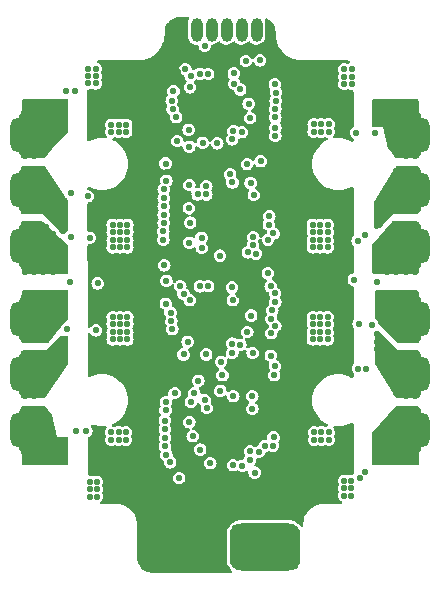
<source format=gbr>
%TF.GenerationSoftware,KiCad,Pcbnew,7.0.4*%
%TF.CreationDate,2023-05-25T14:45:12+03:00*%
%TF.ProjectId,fpv_findland_esc,6670765f-6669-46e6-946c-616e645f6573,Rev_0.2*%
%TF.SameCoordinates,Original*%
%TF.FileFunction,Copper,L5,Inr*%
%TF.FilePolarity,Positive*%
%FSLAX46Y46*%
G04 Gerber Fmt 4.6, Leading zero omitted, Abs format (unit mm)*
G04 Created by KiCad (PCBNEW 7.0.4) date 2023-05-25 14:45:12*
%MOMM*%
%LPD*%
G01*
G04 APERTURE LIST*
G04 Aperture macros list*
%AMRoundRect*
0 Rectangle with rounded corners*
0 $1 Rounding radius*
0 $2 $3 $4 $5 $6 $7 $8 $9 X,Y pos of 4 corners*
0 Add a 4 corners polygon primitive as box body*
4,1,4,$2,$3,$4,$5,$6,$7,$8,$9,$2,$3,0*
0 Add four circle primitives for the rounded corners*
1,1,$1+$1,$2,$3*
1,1,$1+$1,$4,$5*
1,1,$1+$1,$6,$7*
1,1,$1+$1,$8,$9*
0 Add four rect primitives between the rounded corners*
20,1,$1+$1,$2,$3,$4,$5,0*
20,1,$1+$1,$4,$5,$6,$7,0*
20,1,$1+$1,$6,$7,$8,$9,0*
20,1,$1+$1,$8,$9,$2,$3,0*%
G04 Aperture macros list end*
%TA.AperFunction,ComponentPad*%
%ADD10C,1.000000*%
%TD*%
%TA.AperFunction,ComponentPad*%
%ADD11RoundRect,0.750000X-0.750000X0.750000X-0.750000X-0.750000X0.750000X-0.750000X0.750000X0.750000X0*%
%TD*%
%TA.AperFunction,ComponentPad*%
%ADD12RoundRect,0.750000X0.750000X-0.750000X0.750000X0.750000X-0.750000X0.750000X-0.750000X-0.750000X0*%
%TD*%
%TA.AperFunction,ComponentPad*%
%ADD13RoundRect,1.000000X-2.000000X-1.000000X2.000000X-1.000000X2.000000X1.000000X-2.000000X1.000000X0*%
%TD*%
%TA.AperFunction,ComponentPad*%
%ADD14O,1.000000X2.000000*%
%TD*%
%TA.AperFunction,ViaPad*%
%ADD15C,0.550000*%
%TD*%
G04 APERTURE END LIST*
D10*
%TO.N,/Motor3/MotorOutA*%
%TO.C,J7*%
X152500000Y-71150000D03*
X151000000Y-71150000D03*
D11*
X151750000Y-71900000D03*
D10*
X152500000Y-72650000D03*
X151000000Y-72650000D03*
%TD*%
%TO.N,/Motor2/MotorOutA*%
%TO.C,J4*%
X120000000Y-61750000D03*
X118500000Y-61750000D03*
D11*
X119250000Y-62500000D03*
D10*
X120000000Y-63250000D03*
X118500000Y-63250000D03*
%TD*%
%TO.N,/Motor3/MotorOutB*%
%TO.C,J8*%
X152500000Y-66450000D03*
X151000000Y-66450000D03*
D11*
X151750000Y-67200000D03*
D10*
X152500000Y-67950000D03*
X151000000Y-67950000D03*
%TD*%
%TO.N,/Motor4/MotorOutC*%
%TO.C,J12*%
X151000000Y-78850000D03*
X152500000Y-78850000D03*
D12*
X151750000Y-78100000D03*
D10*
X151000000Y-77350000D03*
X152500000Y-77350000D03*
%TD*%
D13*
%TO.N,/VBAT*%
%TO.C,TP14*%
X139300000Y-97400000D03*
%TD*%
D10*
%TO.N,/Motor2/MotorOutB*%
%TO.C,J5*%
X120000000Y-66450000D03*
X118500000Y-66450000D03*
D11*
X119250000Y-67200000D03*
D10*
X120000000Y-67950000D03*
X118500000Y-67950000D03*
%TD*%
%TO.N,/Motor3/MotorOutC*%
%TO.C,J9*%
X152500000Y-61750000D03*
X151000000Y-61750000D03*
D11*
X151750000Y-62500000D03*
D10*
X152500000Y-63250000D03*
X151000000Y-63250000D03*
%TD*%
%TO.N,/Motor4/MotorOutB*%
%TO.C,J11*%
X151000000Y-83550000D03*
X152500000Y-83550000D03*
D12*
X151750000Y-82800000D03*
D10*
X151000000Y-82050000D03*
X152500000Y-82050000D03*
%TD*%
D13*
%TO.N,GND*%
%TO.C,TP13*%
X131700000Y-97400000D03*
%TD*%
D10*
%TO.N,/Motor1/MotorOutA*%
%TO.C,J1*%
X118500000Y-78850000D03*
X120000000Y-78850000D03*
D12*
X119250000Y-78100000D03*
D10*
X118500000Y-77350000D03*
X120000000Y-77350000D03*
%TD*%
%TO.N,/Motor4/MotorOutA*%
%TO.C,J10*%
X151000000Y-88250000D03*
X152500000Y-88250000D03*
D12*
X151750000Y-87500000D03*
D10*
X151000000Y-86750000D03*
X152500000Y-86750000D03*
%TD*%
%TO.N,/Motor1/MotorOutB*%
%TO.C,J2*%
X118500000Y-83550000D03*
X120000000Y-83550000D03*
D12*
X119250000Y-82800000D03*
D10*
X118500000Y-82050000D03*
X120000000Y-82050000D03*
%TD*%
D14*
%TO.N,/M4*%
%TO.C,J13*%
X138590000Y-53637500D03*
%TO.N,/M3*%
X137320000Y-53637500D03*
%TO.N,/M2*%
X136050000Y-53637500D03*
%TO.N,/M1*%
X134780000Y-53637500D03*
%TO.N,/VBAT*%
X133510000Y-53637500D03*
%TO.N,GND*%
X132240000Y-53637500D03*
%TD*%
D10*
%TO.N,/Motor2/MotorOutC*%
%TO.C,J6*%
X120000000Y-71150000D03*
X118500000Y-71150000D03*
D11*
X119250000Y-71900000D03*
D10*
X120000000Y-72650000D03*
X118500000Y-72650000D03*
%TD*%
%TO.N,/Motor1/MotorOutC*%
%TO.C,J3*%
X118500000Y-88250000D03*
X120000000Y-88250000D03*
D12*
X119250000Y-87500000D03*
D10*
X118500000Y-86750000D03*
X120000000Y-86750000D03*
%TD*%
D15*
%TO.N,GND*%
X134150000Y-97675000D03*
X133550000Y-98325000D03*
X138916052Y-63215676D03*
X130900000Y-72700000D03*
X135525000Y-77425000D03*
X144600000Y-67550000D03*
X136175000Y-86575000D03*
X131300000Y-91125000D03*
X127025000Y-81850000D03*
X140149003Y-80413160D03*
X127025000Y-68150500D03*
X140600000Y-56100000D03*
X144050000Y-59050000D03*
X133550000Y-96450000D03*
X124500000Y-62325000D03*
X130850000Y-75875000D03*
X134225000Y-60350000D03*
X136175000Y-88300000D03*
X127025000Y-75350000D03*
X143975000Y-81850000D03*
X139900000Y-55050000D03*
X144075000Y-90925000D03*
X127675000Y-92525000D03*
X125200000Y-62325000D03*
X127650000Y-75950000D03*
X133550000Y-97675000D03*
X133550000Y-98925000D03*
X129875000Y-95800000D03*
X127650000Y-74650000D03*
X129875000Y-97050000D03*
X143975000Y-74650000D03*
X127550000Y-59075000D03*
X139875000Y-65025000D03*
X143425000Y-59050000D03*
X135525000Y-78325000D03*
X139175000Y-90925000D03*
X127025000Y-67550000D03*
X144000000Y-93075000D03*
X144675000Y-59650000D03*
X126925000Y-59675000D03*
X129930408Y-56083415D03*
X126275000Y-90325000D03*
X133550000Y-95800000D03*
X127675000Y-91900000D03*
X127550000Y-57550000D03*
X134150000Y-96425000D03*
X136250000Y-64800000D03*
X132814926Y-82427719D03*
X140200000Y-73850000D03*
X144050000Y-59650000D03*
X135725000Y-70250000D03*
X129275000Y-96450000D03*
X127650000Y-82450000D03*
X126950000Y-57550000D03*
X139750000Y-53425000D03*
X126300000Y-59675000D03*
X134150000Y-98300000D03*
X133304851Y-72751549D03*
X129275000Y-98925000D03*
X143425000Y-57600000D03*
X144025000Y-58225000D03*
X144600000Y-81850000D03*
X143425000Y-59650000D03*
X129275000Y-97675000D03*
X127025000Y-75950000D03*
X144700000Y-90325000D03*
X143425000Y-56975000D03*
X136650000Y-68525000D03*
X135100000Y-55600000D03*
X143350000Y-75950000D03*
X140150000Y-72175000D03*
X134150000Y-95800000D03*
X143350000Y-67550000D03*
X142900000Y-56500000D03*
X127650000Y-81850000D03*
X129275000Y-98325000D03*
X127550000Y-56925000D03*
X135725000Y-68525000D03*
X127025000Y-74050000D03*
X131000000Y-65700000D03*
X126950000Y-58175000D03*
X137100000Y-87400000D03*
X143975000Y-82450000D03*
X137100000Y-86575000D03*
X144000000Y-92450000D03*
X133850000Y-78350000D03*
X127550000Y-58175000D03*
X143350000Y-82450000D03*
X144025000Y-56975000D03*
X144700000Y-90925000D03*
X136300000Y-72650000D03*
X126400000Y-81850000D03*
X143425000Y-58225000D03*
X143400000Y-92450000D03*
X144600000Y-74050000D03*
X126300000Y-59075000D03*
X131277911Y-83788804D03*
X127650000Y-68150000D03*
X143400000Y-91825000D03*
X130900000Y-55450000D03*
X127075000Y-91900000D03*
X126400000Y-74050000D03*
X134225000Y-61250000D03*
X127025000Y-82450000D03*
X138000000Y-83150000D03*
X130674500Y-78075000D03*
X131910150Y-57231529D03*
X129875000Y-96425000D03*
X127550000Y-59675000D03*
X139450000Y-72525000D03*
X129875000Y-98925000D03*
X134625000Y-77400000D03*
X135725000Y-69350000D03*
X140000000Y-90325000D03*
X126950000Y-56925000D03*
X132250000Y-82250000D03*
X145750000Y-87675000D03*
X138646800Y-82853200D03*
X143350000Y-74650000D03*
X127525000Y-90325000D03*
X129875000Y-97675000D03*
X127675000Y-93150000D03*
X127075000Y-92550000D03*
X137075000Y-88300000D03*
X144675000Y-59050000D03*
X133550000Y-97050000D03*
X129275000Y-97050000D03*
X143975000Y-68150000D03*
X126400000Y-75950000D03*
X129275000Y-95800000D03*
X144000000Y-91825000D03*
X127650000Y-67550000D03*
X131300000Y-53325000D03*
X126400000Y-75350000D03*
X146475000Y-87675000D03*
X143975000Y-67550000D03*
X135150000Y-59525000D03*
X127525000Y-90925000D03*
X144600000Y-74650000D03*
X138975000Y-55250000D03*
X144600000Y-82450000D03*
X140225000Y-57475000D03*
X134625000Y-79075500D03*
X144600000Y-68150000D03*
X137050000Y-64725000D03*
X143350000Y-68150000D03*
X143975000Y-75350000D03*
X126400000Y-82450000D03*
X136650000Y-69350000D03*
X136625000Y-70250000D03*
X133850000Y-77400000D03*
X143975000Y-74050000D03*
X126400000Y-74650000D03*
X126900000Y-90925000D03*
X127050000Y-74650000D03*
X135125000Y-61250000D03*
X136175000Y-87400000D03*
X143350000Y-75350000D03*
X143450000Y-90925000D03*
X127650000Y-74050000D03*
X134150000Y-97050000D03*
X131250000Y-54400000D03*
X144600000Y-75950000D03*
X143350000Y-74050000D03*
X126925000Y-59075000D03*
X141475000Y-56350000D03*
X143350000Y-81850000D03*
X143975000Y-75950000D03*
X126400000Y-68150000D03*
X127075000Y-93150000D03*
X134625000Y-78325000D03*
X128525000Y-56425000D03*
X137101760Y-76058885D03*
X126400000Y-67550000D03*
X126900000Y-90325000D03*
X134650000Y-72749500D03*
X144075000Y-90325000D03*
X134150000Y-98925000D03*
X130755746Y-83244254D03*
X135150000Y-60350000D03*
X126275000Y-90925000D03*
X143400000Y-93075000D03*
X129875000Y-98300000D03*
X144025000Y-57600000D03*
X134225000Y-59525000D03*
X143450000Y-90325000D03*
X144600000Y-75350000D03*
X139850000Y-56375000D03*
X127650000Y-75350000D03*
%TO.N,/Motor1/BEMF_COMMON*%
X130950000Y-89625000D03*
X133808012Y-89177717D03*
%TO.N,/Motor1/V_SENSE*%
X136600000Y-90500000D03*
%TO.N,/Motor1/CLOW*%
X137378231Y-90557769D03*
%TO.N,/Motor1/BLOW*%
X138006503Y-90082220D03*
%TO.N,/Motor1/MotorOutA*%
X122200000Y-76900000D03*
X120775000Y-79700000D03*
X119000000Y-75900000D03*
X121375000Y-76700000D03*
X122200000Y-77550000D03*
X120675000Y-76600000D03*
X121375000Y-79100000D03*
X120575000Y-75900000D03*
X119000000Y-79900000D03*
X119775000Y-75900000D03*
X131262827Y-90250654D03*
X121375000Y-77500000D03*
X119775000Y-79900000D03*
X121375000Y-75900000D03*
X138225000Y-84650000D03*
X121375000Y-78300000D03*
%TO.N,/Motor1/ALOW*%
X138037500Y-89337500D03*
%TO.N,/Motor1/MotorOutB*%
X135509082Y-84208375D03*
X122200000Y-81350000D03*
X121425000Y-80475000D03*
X119000000Y-84600000D03*
X122200000Y-80700000D03*
X121125000Y-83300000D03*
X132029559Y-91582185D03*
X120875000Y-81700000D03*
X119000000Y-81000000D03*
X119775000Y-84600000D03*
X121425000Y-81275000D03*
X119775000Y-81000000D03*
X120575000Y-81000000D03*
X121425000Y-82175000D03*
X120575000Y-84400000D03*
%TO.N,/Motor1/MotorOutC*%
X119000000Y-85700000D03*
X133325000Y-84400000D03*
X119775000Y-90200000D03*
X122200000Y-89300000D03*
X122200000Y-89950000D03*
X121375000Y-90200000D03*
X121375000Y-88600000D03*
X119775000Y-89500000D03*
X120675000Y-86000000D03*
X119000000Y-90200000D03*
X121375000Y-89400000D03*
X138424502Y-91125000D03*
X121075000Y-87800000D03*
X121075000Y-86900000D03*
X119000000Y-89500000D03*
X120575000Y-90200000D03*
X120575000Y-89400000D03*
X119775000Y-85700000D03*
%TO.N,/Motor1/CHIGH*%
X139263755Y-88881649D03*
%TO.N,/Motor1/BHIGH*%
X139971022Y-88843331D03*
%TO.N,/Motor1/AHIGH*%
X140019655Y-88145521D03*
%TO.N,/Motor2/MotorOutA*%
X130692344Y-71405860D03*
X119000000Y-64300000D03*
X122150000Y-62200000D03*
X121325000Y-59800000D03*
X119725000Y-64300000D03*
X122175000Y-61325000D03*
X121350000Y-63100000D03*
X122175000Y-60675000D03*
X138075000Y-66599500D03*
X121325000Y-60600000D03*
X121325000Y-61400000D03*
X119050000Y-59800000D03*
X120625000Y-64000000D03*
X119725000Y-60500000D03*
X120525000Y-59800000D03*
X119725000Y-59800000D03*
X119050000Y-60500000D03*
X120525000Y-60600000D03*
X121350000Y-62200000D03*
%TO.N,/Motor2/MotorOutB*%
X121400000Y-69675000D03*
X119725000Y-69000000D03*
X122175000Y-70700000D03*
X122200000Y-70000000D03*
X119000000Y-69000000D03*
X121100000Y-66375000D03*
X121400000Y-68900000D03*
X136349500Y-65880637D03*
X119725000Y-65400000D03*
X120525000Y-69000000D03*
X121400000Y-67825000D03*
X121125000Y-67175000D03*
X122200000Y-69350000D03*
X120525000Y-65600000D03*
X120825000Y-68300000D03*
X130775000Y-73575500D03*
X119000000Y-65400000D03*
%TO.N,/Motor2/MotorOutC*%
X121325000Y-74100000D03*
X122175000Y-73675000D03*
X119000000Y-74100000D03*
X122175000Y-73025000D03*
X133588984Y-67572300D03*
X120525000Y-74100000D03*
X121325000Y-71700000D03*
X135484016Y-72749500D03*
X119000000Y-70100000D03*
X119725000Y-70100000D03*
X119725000Y-74100000D03*
X120625000Y-73400000D03*
X120725000Y-70300000D03*
X121325000Y-73300000D03*
X121325000Y-72500000D03*
X121325000Y-70900000D03*
%TO.N,Net-(Q1-G)*%
X130875000Y-85850000D03*
X125125000Y-75100000D03*
%TO.N,Net-(Q2-G)*%
X130900000Y-85150000D03*
X122775000Y-75025000D03*
%TO.N,Net-(Q3-G)*%
X130825000Y-86725000D03*
X122575000Y-78950000D03*
%TO.N,Net-(Q4-G)*%
X124987500Y-79085500D03*
X130825000Y-87425000D03*
%TO.N,Net-(Q5-G)*%
X130850000Y-88200000D03*
X123325000Y-87600000D03*
%TO.N,Net-(Q6-G)*%
X130824621Y-88899042D03*
X124175000Y-87600000D03*
%TO.N,/Motor3/MotorOutA*%
X148825000Y-72450000D03*
X150200000Y-70300000D03*
X149600000Y-72500000D03*
X150300000Y-73400000D03*
X150400000Y-74100000D03*
X152000000Y-70100000D03*
X148825000Y-73100000D03*
X149600000Y-73300000D03*
X152000000Y-74100000D03*
X149600000Y-74100000D03*
X149600000Y-71700000D03*
X151200000Y-74100000D03*
X140125500Y-58253609D03*
X131875000Y-63050000D03*
X151200000Y-70100000D03*
X149600000Y-70900000D03*
%TO.N,/Motor3/MotorOutB*%
X151200000Y-69000000D03*
X138925000Y-64750000D03*
X151200000Y-65400000D03*
X148800000Y-68700000D03*
X149450000Y-68675000D03*
X149800000Y-67000000D03*
X149925000Y-68225000D03*
X138875000Y-56225000D03*
X150400000Y-65600000D03*
X148800000Y-69350000D03*
X149450000Y-69475000D03*
X135256007Y-63243993D03*
X152000000Y-65400000D03*
X150400000Y-69000000D03*
X149450000Y-67775000D03*
X152000000Y-69000000D03*
%TO.N,/Motor3/MotorOutC*%
X152000000Y-59800000D03*
X149900000Y-63100000D03*
X149600000Y-61400000D03*
X151200000Y-59800000D03*
X152000000Y-60500000D03*
X148850000Y-60075000D03*
X150300000Y-64000000D03*
X149900000Y-62200000D03*
X148850000Y-60725000D03*
X151200000Y-64300000D03*
X149600000Y-59800000D03*
X150400000Y-59800000D03*
X149600000Y-60600000D03*
X152000000Y-64300000D03*
X136626347Y-62215578D03*
X132550498Y-56950000D03*
X151200000Y-60500000D03*
X150400000Y-60600000D03*
%TO.N,/Motor4/MotorOutA*%
X148800000Y-88650000D03*
X149625000Y-90200000D03*
X132400000Y-81125000D03*
X150425000Y-90200000D03*
X151225000Y-85700000D03*
X149625000Y-89400000D03*
X148825000Y-87775000D03*
X152000000Y-85700000D03*
X152000000Y-89500000D03*
X149625000Y-87875000D03*
X148800000Y-89300000D03*
X149250000Y-87250000D03*
X151225000Y-90200000D03*
X149625000Y-88600000D03*
X150325000Y-86000000D03*
X139775000Y-75350000D03*
X151225000Y-89500000D03*
X150425000Y-89400000D03*
X152000000Y-90200000D03*
X149800000Y-86675000D03*
%TO.N,/Motor4/MotorOutB*%
X139541810Y-74243011D03*
X150425000Y-81000000D03*
X149500000Y-80200000D03*
X150425000Y-84400000D03*
X152000000Y-84600000D03*
X151225000Y-81000000D03*
X151225000Y-84600000D03*
X149500000Y-82375000D03*
X152000000Y-81000000D03*
X148800000Y-80050000D03*
X149925000Y-81725000D03*
X148800000Y-79375000D03*
X149925000Y-83000000D03*
X135575000Y-81750000D03*
X149500000Y-81000000D03*
X148800000Y-80700000D03*
%TO.N,/Motor4/MotorOutC*%
X149625000Y-78300000D03*
X150425000Y-75900000D03*
X152000000Y-75900000D03*
X132126149Y-75338169D03*
X148825000Y-76900000D03*
X149800000Y-78975000D03*
X149625000Y-76700000D03*
X140078200Y-82871800D03*
X150400000Y-79575000D03*
X148825000Y-76250000D03*
X152000000Y-79900000D03*
X150325000Y-76600000D03*
X151225000Y-75900000D03*
X149625000Y-75900000D03*
X137214500Y-80314904D03*
X149625000Y-77500000D03*
X151225000Y-79900000D03*
%TO.N,Net-(Q7-G)*%
X122450000Y-58775000D03*
X130725000Y-67150000D03*
%TO.N,/Motor1/GHA*%
X133025000Y-85150000D03*
X138225000Y-85725500D03*
%TO.N,/Motor1/GHB*%
X136609773Y-84654279D03*
X132900500Y-86850834D03*
%TO.N,/Motor1/GHC*%
X134375500Y-85650500D03*
X133173063Y-88037998D03*
%TO.N,Net-(Q8-G)*%
X123225000Y-58775000D03*
X130725000Y-67875497D03*
%TO.N,Net-(Q9-G)*%
X122875000Y-67475000D03*
X130725000Y-68575000D03*
%TO.N,Net-(Q10-G)*%
X130725000Y-69274503D03*
X124300000Y-67725000D03*
%TO.N,Net-(Q11-G)*%
X122875000Y-71150000D03*
X130725000Y-69975000D03*
%TO.N,Net-(Q12-G)*%
X130700000Y-70700000D03*
X124450000Y-71250000D03*
%TO.N,Net-(Q13-G)*%
X140175000Y-62625000D03*
X148800000Y-74950000D03*
%TO.N,Net-(Q14-G)*%
X146825000Y-74800000D03*
X140175000Y-61925000D03*
%TO.N,Net-(Q15-G)*%
X140175000Y-61050000D03*
X147150000Y-71485500D03*
%TO.N,Net-(Q16-G)*%
X140175000Y-60350000D03*
X147725000Y-71000000D03*
%TO.N,Net-(Q17-G)*%
X140200008Y-59650945D03*
X148650000Y-62400000D03*
%TO.N,Net-(Q18-G)*%
X140225044Y-58951891D03*
X147025000Y-62339500D03*
%TO.N,Net-(Q19-G)*%
X140149500Y-82100000D03*
X147372650Y-91609407D03*
%TO.N,Net-(Q20-G)*%
X139788364Y-81216590D03*
X147776464Y-91038235D03*
%TO.N,Net-(Q21-G)*%
X139825000Y-79325000D03*
X147875500Y-82314500D03*
%TO.N,Net-(Q22-G)*%
X140173803Y-78715462D03*
X147175997Y-82314500D03*
%TO.N,Net-(Q23-G)*%
X148350000Y-78650000D03*
X139927481Y-77386292D03*
%TO.N,Net-(Q24-G)*%
X147225000Y-78514500D03*
X140170509Y-76679491D03*
%TO.N,/Motor2/GHA*%
X132897485Y-66778521D03*
X138350000Y-67625500D03*
%TO.N,/Motor2/GHB*%
X136544030Y-66552546D03*
X132853200Y-68728200D03*
%TO.N,/Motor2/GHC*%
X134325500Y-67575500D03*
X132964843Y-69979685D03*
%TO.N,/Motor2/BEMFC_1*%
X133941124Y-72115277D03*
%TO.N,/Motor2/BEMF_COMMON*%
X130950500Y-74875000D03*
%TO.N,/Motor2/BEMFA_1*%
X132900000Y-71650000D03*
%TO.N,/Motor2/BEMFB_1*%
X133925000Y-71225000D03*
%TO.N,/Motor3/GHA*%
X137334156Y-62302754D03*
X132825500Y-62099500D03*
%TO.N,/Motor3/GHB*%
X138038139Y-61097109D03*
X134031743Y-63206243D03*
%TO.N,/Motor3/GHC*%
X137907289Y-59899500D03*
X136526521Y-62907921D03*
%TO.N,/Motor3/BEMF_COMMON*%
X137192765Y-58689228D03*
X137675000Y-56275000D03*
%TO.N,/Motor4/GHA*%
X132750500Y-80049500D03*
X138250000Y-81000500D03*
%TO.N,/Motor4/GHB*%
X137795903Y-79215000D03*
X134321584Y-81123649D03*
%TO.N,/Motor4/GHC*%
X138124503Y-77825498D03*
X136524500Y-80200000D03*
%TO.N,/Motor4/BEMF_COMMON*%
X136580632Y-76525500D03*
X140151684Y-75939418D03*
%TO.N,/Motor2/V_SENSE*%
X138532041Y-72578173D03*
%TO.N,/Motor2/CLOW*%
X137840266Y-72474500D03*
%TO.N,/Motor2/BLOW*%
X138266760Y-71873212D03*
%TO.N,/Motor2/ALOW*%
X138300000Y-71174500D03*
%TO.N,/Motor2/CHIGH*%
X140017942Y-70880064D03*
%TO.N,/Motor2/BHIGH*%
X139624500Y-70125500D03*
%TO.N,/Motor2/AHIGH*%
X139673707Y-69427730D03*
%TO.N,/Motor3/V_SENSE*%
X134484800Y-57378449D03*
%TO.N,/Motor3/CLOW*%
X133785897Y-57349502D03*
%TO.N,/Motor3/BLOW*%
X133000000Y-57550000D03*
%TO.N,/Motor3/ALOW*%
X132950000Y-58500000D03*
%TO.N,/Motor3/CHIGH*%
X131399500Y-59640514D03*
%TO.N,/VBAT*%
X125075000Y-93150000D03*
X126400000Y-70150000D03*
X144600000Y-78550000D03*
X136800000Y-98375000D03*
X146000000Y-92450000D03*
X135700000Y-82875000D03*
X124475000Y-93150000D03*
X125075000Y-92525000D03*
X127025000Y-70750000D03*
X136800000Y-97725000D03*
X143425000Y-62250000D03*
X143350000Y-79250000D03*
X136800000Y-95850000D03*
X136800000Y-96500000D03*
X144600000Y-79250000D03*
X143350000Y-79850000D03*
X144600000Y-72050000D03*
X144700000Y-87725000D03*
X144050000Y-61650000D03*
X141800000Y-99000000D03*
X127550000Y-62275000D03*
X143350000Y-70150000D03*
X146025000Y-56975000D03*
X124350000Y-56925000D03*
X144600000Y-79850000D03*
X127650000Y-77950000D03*
X124350000Y-58175000D03*
X127025000Y-79250000D03*
X137400000Y-98975000D03*
X127650000Y-72050000D03*
X146625000Y-56975000D03*
X127025000Y-72050000D03*
X127025000Y-78550000D03*
X136800000Y-98975000D03*
X144050000Y-62250000D03*
X143350000Y-72050000D03*
X126300000Y-61675000D03*
X126925000Y-62275000D03*
X144075000Y-87725000D03*
X146600000Y-91825000D03*
X141800000Y-96500000D03*
X124950000Y-57550000D03*
X143450000Y-87725000D03*
X126900000Y-87725000D03*
X127525000Y-87725000D03*
X127025000Y-70150000D03*
X137400000Y-97100000D03*
X126400000Y-72050000D03*
X136800000Y-97100000D03*
X141200000Y-98400000D03*
X127025000Y-77950000D03*
X143425000Y-61650000D03*
X137400000Y-95850000D03*
X143350000Y-71450000D03*
X126400000Y-77950000D03*
X141800000Y-97125000D03*
X146625000Y-57600000D03*
X127525000Y-88325000D03*
X144600000Y-70150000D03*
X143975000Y-78550000D03*
X141800000Y-95875000D03*
X127650000Y-71450000D03*
X143975000Y-79850000D03*
X137400000Y-97725000D03*
X126275000Y-87725000D03*
X146600000Y-93075000D03*
X143350000Y-77950000D03*
X143975000Y-70150000D03*
X144600000Y-71450000D03*
X127650000Y-79250000D03*
X144675000Y-62250000D03*
X143975000Y-70750000D03*
X144675000Y-61650000D03*
X146625000Y-58225000D03*
X126400000Y-79850000D03*
X143975000Y-77950000D03*
X127650000Y-79850000D03*
X143450000Y-88325000D03*
X127650000Y-70750000D03*
X126400000Y-79250000D03*
X141200000Y-97750000D03*
X143975000Y-79250000D03*
X124350000Y-57550000D03*
X141800000Y-97750000D03*
X124475000Y-91900000D03*
X144700000Y-88325000D03*
X126925000Y-61675000D03*
X141200000Y-96525000D03*
X126400000Y-78550000D03*
X124475000Y-92525000D03*
X130874500Y-64955900D03*
X146025000Y-57600000D03*
X127650000Y-78550000D03*
X143975000Y-72050000D03*
X143350000Y-70750000D03*
X144600000Y-77950000D03*
X143975000Y-71450000D03*
X141200000Y-99000000D03*
X137400000Y-98350000D03*
X141200000Y-97125000D03*
X126300000Y-62275000D03*
X126275000Y-88325000D03*
X143350000Y-78550000D03*
X146000000Y-91825000D03*
X126900000Y-88325000D03*
X146600000Y-92450000D03*
X146000000Y-93075000D03*
X127025000Y-79850000D03*
X146025000Y-58225000D03*
X141200000Y-95875000D03*
X124950000Y-58175000D03*
X144075000Y-88325000D03*
X126400000Y-70750000D03*
X144600000Y-70750000D03*
X127650000Y-70150000D03*
X125075000Y-91900000D03*
X137400000Y-96475000D03*
X126400000Y-71450000D03*
X141800000Y-98375000D03*
X124950000Y-56925000D03*
X127025000Y-71450000D03*
X127550000Y-61675000D03*
%TO.N,/M4*%
X134325500Y-66875997D03*
%TO.N,/M3*%
X134193294Y-84975145D03*
X134200000Y-54975000D03*
%TO.N,/M2*%
X132875500Y-63525000D03*
X136659239Y-57327718D03*
%TO.N,/M1*%
X136525000Y-81000000D03*
%TO.N,/Motor3/BHIGH*%
X131471997Y-60340016D03*
%TO.N,/Motor3/AHIGH*%
X131781605Y-61030163D03*
%TO.N,/Motor4/V_SENSE*%
X134486987Y-75347840D03*
%TO.N,/Motor4/CLOW*%
X133787486Y-75349500D03*
%TO.N,/Motor4/BLOW*%
X132399500Y-75982048D03*
%TO.N,/Motor4/ALOW*%
X132934450Y-76525500D03*
%TO.N,/Motor4/CHIGH*%
X131299403Y-77584170D03*
%TO.N,/Motor4/BHIGH*%
X131366161Y-78280480D03*
%TO.N,/Motor4/AHIGH*%
X131449503Y-78975000D03*
%TO.N,/3.3V*%
X139824957Y-78109154D03*
X138771871Y-89378997D03*
X131642300Y-84385900D03*
X139550000Y-71400000D03*
X137774324Y-65015468D03*
X131550000Y-58817500D03*
X130900000Y-76825000D03*
X130950000Y-66400000D03*
%TO.N,/5V*%
X136499500Y-75450000D03*
X134668246Y-90325500D03*
X136696364Y-58196390D03*
X133646479Y-83347485D03*
%TD*%
%TA.AperFunction,Conductor*%
%TO.N,/Motor1/MotorOutB*%
G36*
X122537406Y-79525521D02*
G01*
X122541597Y-79526068D01*
X122542039Y-79526126D01*
X122605968Y-79554316D01*
X122644509Y-79612594D01*
X122650000Y-79649084D01*
X122650000Y-81836146D01*
X122630315Y-81903185D01*
X122627827Y-81906907D01*
X120636997Y-84771761D01*
X120582576Y-84815580D01*
X120535170Y-84825000D01*
X118786572Y-84825000D01*
X118719533Y-84805315D01*
X118673778Y-84752511D01*
X118668836Y-84739909D01*
X118607104Y-84603648D01*
X118524403Y-84492141D01*
X118500278Y-84426569D01*
X118500000Y-84418273D01*
X118500000Y-81181648D01*
X118519685Y-81114609D01*
X118524406Y-81107777D01*
X118565514Y-81052354D01*
X118607050Y-80996355D01*
X118668774Y-80860165D01*
X118668775Y-80860159D01*
X118668799Y-80860089D01*
X118668825Y-80860050D01*
X118671498Y-80854154D01*
X118672566Y-80854638D01*
X118708527Y-80802612D01*
X118773021Y-80775739D01*
X118786536Y-80775000D01*
X120849999Y-80775000D01*
X120850000Y-80775000D01*
X121912967Y-79567082D01*
X121972033Y-79529759D01*
X122006056Y-79525000D01*
X122529378Y-79525000D01*
X122537406Y-79525521D01*
G37*
%TD.AperFunction*%
%TD*%
%TA.AperFunction,Conductor*%
%TO.N,/Motor4/MotorOutA*%
G36*
X152291017Y-85519685D02*
G01*
X152336772Y-85572489D01*
X152336924Y-85572822D01*
X152355993Y-85614907D01*
X152392906Y-85696371D01*
X152392908Y-85696374D01*
X152392910Y-85696377D01*
X152475596Y-85807862D01*
X152499722Y-85873435D01*
X152500000Y-85881731D01*
X152500000Y-89118216D01*
X152480315Y-89185255D01*
X152475600Y-89192080D01*
X152392880Y-89303619D01*
X152392876Y-89303627D01*
X152331164Y-89439856D01*
X152299610Y-89586047D01*
X152299538Y-89634492D01*
X152299500Y-89635175D01*
X152299500Y-90376000D01*
X152279815Y-90443039D01*
X152227011Y-90488794D01*
X152175500Y-90500000D01*
X148474000Y-90500000D01*
X148406961Y-90480315D01*
X148361206Y-90427511D01*
X148350000Y-90376000D01*
X148350000Y-87823875D01*
X148369685Y-87756836D01*
X148383340Y-87739278D01*
X149750000Y-86275000D01*
X150337775Y-85546159D01*
X150395182Y-85506331D01*
X150434298Y-85500000D01*
X152223978Y-85500000D01*
X152291017Y-85519685D01*
G37*
%TD.AperFunction*%
%TD*%
%TA.AperFunction,Conductor*%
%TO.N,/Motor4/MotorOutC*%
G36*
X152242539Y-75719685D02*
G01*
X152288294Y-75772489D01*
X152299500Y-75824000D01*
X152299500Y-75887901D01*
X152299408Y-75888211D01*
X152299500Y-75944217D01*
X152299500Y-75964918D01*
X152299534Y-75965521D01*
X152299614Y-76013986D01*
X152331188Y-76160163D01*
X152392910Y-76296377D01*
X152475596Y-76407859D01*
X152499722Y-76473431D01*
X152500000Y-76481728D01*
X152500000Y-79718216D01*
X152480315Y-79785255D01*
X152475600Y-79792080D01*
X152392880Y-79903619D01*
X152392876Y-79903627D01*
X152331164Y-80039856D01*
X152328509Y-80052161D01*
X152295124Y-80113538D01*
X152233855Y-80147123D01*
X152207300Y-80150000D01*
X150578187Y-80150000D01*
X150511148Y-80130315D01*
X150488342Y-80111462D01*
X148892195Y-78433461D01*
X148867480Y-78395454D01*
X148852698Y-78359767D01*
X148760451Y-78239549D01*
X148640233Y-78147302D01*
X148640229Y-78147300D01*
X148640225Y-78147297D01*
X148636989Y-78145428D01*
X148634807Y-78143139D01*
X148633785Y-78142355D01*
X148633907Y-78142195D01*
X148588778Y-78094855D01*
X148575000Y-78038047D01*
X148575000Y-75824000D01*
X148594685Y-75756961D01*
X148647489Y-75711206D01*
X148699000Y-75700000D01*
X152175500Y-75700000D01*
X152242539Y-75719685D01*
G37*
%TD.AperFunction*%
%TD*%
%TA.AperFunction,Conductor*%
%TO.N,/Motor3/MotorOutC*%
G36*
X152242539Y-59519685D02*
G01*
X152288294Y-59572489D01*
X152299500Y-59624000D01*
X152299500Y-60287900D01*
X152299407Y-60288214D01*
X152299500Y-60344829D01*
X152299500Y-60364951D01*
X152299533Y-60365534D01*
X152299613Y-60413985D01*
X152331186Y-60560158D01*
X152392906Y-60696371D01*
X152392908Y-60696374D01*
X152392910Y-60696377D01*
X152475596Y-60807862D01*
X152499722Y-60873435D01*
X152500000Y-60881731D01*
X152500000Y-64118216D01*
X152480315Y-64185255D01*
X152475600Y-64192080D01*
X152392880Y-64303619D01*
X152392876Y-64303627D01*
X152367333Y-64360015D01*
X152342015Y-64415905D01*
X152336913Y-64427167D01*
X152291320Y-64480110D01*
X152224341Y-64499999D01*
X152223962Y-64500000D01*
X150434298Y-64500000D01*
X150367259Y-64480315D01*
X150337775Y-64453841D01*
X150121173Y-64185255D01*
X149767407Y-63746585D01*
X149743446Y-63698058D01*
X149300000Y-61875000D01*
X149299999Y-61875000D01*
X148911057Y-61875000D01*
X148863605Y-61865561D01*
X148800239Y-61839314D01*
X148800234Y-61839312D01*
X148650001Y-61819534D01*
X148649999Y-61819534D01*
X148573623Y-61829589D01*
X148499764Y-61839313D01*
X148499763Y-61839313D01*
X148491706Y-61840374D01*
X148491297Y-61837271D01*
X148436204Y-61835941D01*
X148378354Y-61796759D01*
X148350872Y-61732522D01*
X148350000Y-61717842D01*
X148350000Y-59624000D01*
X148369685Y-59556961D01*
X148422489Y-59511206D01*
X148474000Y-59500000D01*
X152175500Y-59500000D01*
X152242539Y-59519685D01*
G37*
%TD.AperFunction*%
%TD*%
%TA.AperFunction,Conductor*%
%TO.N,/Motor2/MotorOutC*%
G36*
X120493251Y-69869685D02*
G01*
X120510705Y-69883243D01*
X121635364Y-70930339D01*
X121665428Y-70973638D01*
X121672302Y-70990233D01*
X121764549Y-71110451D01*
X121884767Y-71202698D01*
X121884770Y-71202699D01*
X121884771Y-71202700D01*
X121941795Y-71226320D01*
X121978839Y-71250126D01*
X122610496Y-71838220D01*
X122646148Y-71898309D01*
X122650000Y-71928975D01*
X122650000Y-74176000D01*
X122630315Y-74243039D01*
X122577511Y-74288794D01*
X122526000Y-74300000D01*
X120325000Y-74300000D01*
X118824500Y-74300000D01*
X118757461Y-74280315D01*
X118711706Y-74227511D01*
X118700500Y-74176000D01*
X118700500Y-74112209D01*
X118700663Y-74111652D01*
X118700578Y-74060787D01*
X118700579Y-74060787D01*
X118700455Y-73986008D01*
X118668874Y-73839822D01*
X118633314Y-73761354D01*
X118607142Y-73703603D01*
X118607141Y-73703602D01*
X118607140Y-73703599D01*
X118524409Y-73592072D01*
X118500278Y-73526502D01*
X118500000Y-73518196D01*
X118500000Y-70281648D01*
X118519685Y-70214609D01*
X118524406Y-70207776D01*
X118532264Y-70197182D01*
X118607051Y-70096354D01*
X118668774Y-69960164D01*
X118671446Y-69947801D01*
X118704850Y-69886435D01*
X118766128Y-69852869D01*
X118792647Y-69850000D01*
X120426212Y-69850000D01*
X120493251Y-69869685D01*
G37*
%TD.AperFunction*%
%TD*%
%TA.AperFunction,Conductor*%
%TO.N,/Motor2/MotorOutB*%
G36*
X120602209Y-65169685D02*
G01*
X120636995Y-65203237D01*
X120899941Y-65581622D01*
X122298345Y-67593960D01*
X122309690Y-67618354D01*
X122311203Y-67617728D01*
X122314313Y-67625236D01*
X122372302Y-67765233D01*
X122464549Y-67885451D01*
X122503193Y-67915104D01*
X122527120Y-67933464D01*
X122553460Y-67961077D01*
X122627827Y-68068092D01*
X122649919Y-68134377D01*
X122650000Y-68138854D01*
X122650000Y-70538048D01*
X122630315Y-70605087D01*
X122588004Y-70645433D01*
X122584770Y-70647299D01*
X122464547Y-70739550D01*
X122455387Y-70751489D01*
X122398958Y-70792690D01*
X122357013Y-70800000D01*
X122053173Y-70800000D01*
X121986134Y-70780315D01*
X121963346Y-70761481D01*
X121850328Y-70642717D01*
X121833010Y-70616083D01*
X121831761Y-70616805D01*
X121827696Y-70609763D01*
X121735451Y-70489549D01*
X121628669Y-70407612D01*
X121614329Y-70394717D01*
X121145414Y-69901960D01*
X121141135Y-69896957D01*
X121135448Y-69889545D01*
X121134376Y-69888473D01*
X121121934Y-69877287D01*
X120525000Y-69250000D01*
X120524999Y-69250000D01*
X118792749Y-69250000D01*
X118725710Y-69230315D01*
X118679955Y-69177511D01*
X118671545Y-69152185D01*
X118668874Y-69139820D01*
X118607138Y-69003596D01*
X118524407Y-68892072D01*
X118500278Y-68826506D01*
X118500000Y-68818227D01*
X118499999Y-65581618D01*
X118519684Y-65514583D01*
X118524387Y-65507775D01*
X118607040Y-65396328D01*
X118657906Y-65284086D01*
X118668765Y-65260126D01*
X118668767Y-65260120D01*
X118668766Y-65260120D01*
X118668768Y-65260118D01*
X118671430Y-65247799D01*
X118704834Y-65186434D01*
X118766113Y-65152869D01*
X118792631Y-65150000D01*
X120535170Y-65150000D01*
X120602209Y-65169685D01*
G37*
%TD.AperFunction*%
%TD*%
%TA.AperFunction,Conductor*%
%TO.N,/Motor3/MotorOutA*%
G36*
X152274355Y-69869685D02*
G01*
X152320110Y-69922489D01*
X152328520Y-69947818D01*
X152331184Y-69960150D01*
X152331187Y-69960161D01*
X152358484Y-70020404D01*
X152392906Y-70096371D01*
X152392908Y-70096374D01*
X152392910Y-70096377D01*
X152475596Y-70207862D01*
X152499722Y-70273435D01*
X152500000Y-70281731D01*
X152500000Y-73518218D01*
X152480315Y-73585257D01*
X152475599Y-73592083D01*
X152392885Y-73703613D01*
X152392882Y-73703616D01*
X152331165Y-73839854D01*
X152299610Y-73986046D01*
X152299538Y-74034492D01*
X152299500Y-74035175D01*
X152299500Y-74176000D01*
X152279815Y-74243039D01*
X152227011Y-74288794D01*
X152175500Y-74300000D01*
X150675015Y-74300000D01*
X148472667Y-74276319D01*
X148405843Y-74255915D01*
X148360658Y-74202622D01*
X148350000Y-74152326D01*
X148350000Y-71920148D01*
X148369685Y-71853109D01*
X148379020Y-71840430D01*
X150012835Y-69894269D01*
X150071013Y-69855583D01*
X150107803Y-69850000D01*
X152207316Y-69850000D01*
X152274355Y-69869685D01*
G37*
%TD.AperFunction*%
%TD*%
%TA.AperFunction,Conductor*%
%TO.N,/Motor1/MotorOutA*%
G36*
X122593039Y-75694685D02*
G01*
X122638794Y-75747489D01*
X122650000Y-75799000D01*
X122650000Y-78054850D01*
X122630315Y-78121889D01*
X122620970Y-78134579D01*
X122417211Y-78377290D01*
X122369697Y-78412121D01*
X122284767Y-78447302D01*
X122164549Y-78539549D01*
X122072300Y-78659770D01*
X122014313Y-78799762D01*
X122014313Y-78799763D01*
X122010062Y-78832051D01*
X121982094Y-78895592D01*
X120987167Y-80080728D01*
X120928986Y-80119417D01*
X120892196Y-80125000D01*
X118786574Y-80125000D01*
X118719535Y-80105315D01*
X118673780Y-80052511D01*
X118668831Y-80039892D01*
X118668821Y-80039862D01*
X118607109Y-79903635D01*
X118607107Y-79903630D01*
X118607103Y-79903624D01*
X118607101Y-79903621D01*
X118524401Y-79792107D01*
X118500277Y-79726534D01*
X118500000Y-79718243D01*
X118500000Y-76481647D01*
X118519685Y-76414608D01*
X118524407Y-76407774D01*
X118565514Y-76352354D01*
X118607047Y-76296360D01*
X118668773Y-76160168D01*
X118700364Y-76014016D01*
X118700418Y-75983990D01*
X118700452Y-75965641D01*
X118700500Y-75964813D01*
X118700500Y-75939179D01*
X118700500Y-75938949D01*
X118700509Y-75899371D01*
X118700508Y-75899369D01*
X118700511Y-75887378D01*
X118700500Y-75887254D01*
X118700500Y-75799000D01*
X118720185Y-75731961D01*
X118772989Y-75686206D01*
X118824500Y-75675000D01*
X122526000Y-75675000D01*
X122593039Y-75694685D01*
G37*
%TD.AperFunction*%
%TD*%
%TA.AperFunction,Conductor*%
%TO.N,/Motor2/MotorOutA*%
G36*
X122593039Y-59519685D02*
G01*
X122638794Y-59572489D01*
X122650000Y-59624000D01*
X122650000Y-62176124D01*
X122630315Y-62243163D01*
X122616651Y-62260731D01*
X121250011Y-63724986D01*
X121249996Y-63725003D01*
X120662225Y-64453841D01*
X120604818Y-64493669D01*
X120565702Y-64500000D01*
X118776021Y-64500000D01*
X118708982Y-64480315D01*
X118663227Y-64427511D01*
X118663070Y-64427167D01*
X118639073Y-64374195D01*
X118607107Y-64303630D01*
X118524399Y-64192106D01*
X118500277Y-64126535D01*
X118500000Y-64118272D01*
X118500000Y-60881648D01*
X118519685Y-60814609D01*
X118524406Y-60807776D01*
X118565514Y-60752354D01*
X118607051Y-60696354D01*
X118668774Y-60560164D01*
X118700364Y-60414015D01*
X118700418Y-60383992D01*
X118700452Y-60365641D01*
X118700500Y-60364813D01*
X118700500Y-60339179D01*
X118700500Y-60338949D01*
X118700509Y-60299371D01*
X118700508Y-60299369D01*
X118700511Y-60287378D01*
X118700500Y-60287254D01*
X118700500Y-59624000D01*
X118720185Y-59556961D01*
X118772989Y-59511206D01*
X118824500Y-59500000D01*
X122526000Y-59500000D01*
X122593039Y-59519685D01*
G37*
%TD.AperFunction*%
%TD*%
%TA.AperFunction,Conductor*%
%TO.N,/Motor3/MotorOutB*%
G36*
X152274354Y-65169685D02*
G01*
X152320109Y-65222489D01*
X152328516Y-65247808D01*
X152331176Y-65260119D01*
X152392911Y-65396355D01*
X152475594Y-65507828D01*
X152499722Y-65573398D01*
X152500000Y-65581699D01*
X152500000Y-68818217D01*
X152480315Y-68885256D01*
X152475599Y-68892082D01*
X152392881Y-69003617D01*
X152392874Y-69003629D01*
X152346764Y-69105417D01*
X152342015Y-69115904D01*
X152336913Y-69127166D01*
X152291320Y-69180110D01*
X152224341Y-69199999D01*
X152223962Y-69200000D01*
X150150000Y-69200000D01*
X149571037Y-69857911D01*
X149084709Y-70410557D01*
X149025644Y-70447880D01*
X148997519Y-70452499D01*
X148654898Y-70468814D01*
X148586998Y-70452340D01*
X148538783Y-70401772D01*
X148525000Y-70344954D01*
X148525000Y-68309345D01*
X148542671Y-68245548D01*
X150140981Y-65581699D01*
X150363878Y-65210202D01*
X150415249Y-65162844D01*
X150470207Y-65150000D01*
X152207315Y-65150000D01*
X152274354Y-65169685D01*
G37*
%TD.AperFunction*%
%TD*%
%TA.AperFunction,Conductor*%
%TO.N,/Motor1/MotorOutC*%
G36*
X120632741Y-85494685D02*
G01*
X120662225Y-85521159D01*
X121232590Y-86228411D01*
X121256553Y-86276943D01*
X121700000Y-88100000D01*
X122526000Y-88100000D01*
X122593039Y-88119685D01*
X122638794Y-88172489D01*
X122650000Y-88224000D01*
X122650000Y-90351000D01*
X122630315Y-90418039D01*
X122577511Y-90463794D01*
X122526000Y-90475000D01*
X118824500Y-90475000D01*
X118757461Y-90455315D01*
X118711706Y-90402511D01*
X118700500Y-90351000D01*
X118700500Y-89635296D01*
X118700444Y-89634336D01*
X118700374Y-89586049D01*
X118668820Y-89439860D01*
X118607107Y-89303630D01*
X118524399Y-89192106D01*
X118500277Y-89126535D01*
X118500000Y-89118272D01*
X118500000Y-85881647D01*
X118519685Y-85814609D01*
X118524406Y-85807776D01*
X118565514Y-85752354D01*
X118607051Y-85696354D01*
X118668774Y-85560164D01*
X118668774Y-85560161D01*
X118668801Y-85560083D01*
X118668829Y-85560041D01*
X118671498Y-85554154D01*
X118672565Y-85554637D01*
X118708531Y-85502609D01*
X118773027Y-85475738D01*
X118786536Y-85475000D01*
X120565702Y-85475000D01*
X120632741Y-85494685D01*
G37*
%TD.AperFunction*%
%TD*%
%TA.AperFunction,Conductor*%
%TO.N,/Motor4/MotorOutB*%
G36*
X149013866Y-79219685D02*
G01*
X149036655Y-79238519D01*
X150475000Y-80750000D01*
X152207317Y-80750000D01*
X152274356Y-80769685D01*
X152320111Y-80822489D01*
X152328521Y-80847818D01*
X152331185Y-80860150D01*
X152331187Y-80860158D01*
X152392907Y-80996371D01*
X152392909Y-80996374D01*
X152392914Y-80996382D01*
X152475596Y-81107862D01*
X152499722Y-81173434D01*
X152500000Y-81181730D01*
X152500000Y-84418354D01*
X152480315Y-84485393D01*
X152475595Y-84492225D01*
X152392938Y-84603664D01*
X152331209Y-84739883D01*
X152331206Y-84739893D01*
X152328552Y-84752182D01*
X152295157Y-84813554D01*
X152233882Y-84847128D01*
X152207348Y-84850000D01*
X150469599Y-84850000D01*
X150402560Y-84830315D01*
X150363748Y-84790587D01*
X148618149Y-81929744D01*
X148600000Y-81865157D01*
X148600000Y-79324000D01*
X148619685Y-79256961D01*
X148672489Y-79211206D01*
X148724000Y-79200000D01*
X148946827Y-79200000D01*
X149013866Y-79219685D01*
G37*
%TD.AperFunction*%
%TD*%
%TA.AperFunction,Conductor*%
%TO.N,GND*%
G36*
X132830977Y-52570185D02*
G01*
X132876732Y-52622989D01*
X132886676Y-52692147D01*
X132874748Y-52730151D01*
X132799961Y-52879062D01*
X132799959Y-52879067D01*
X132799960Y-52879067D01*
X132759500Y-53049779D01*
X132759500Y-54181209D01*
X132772601Y-54293292D01*
X132774759Y-54311756D01*
X132774760Y-54311759D01*
X132834762Y-54476615D01*
X132834764Y-54476619D01*
X132931167Y-54623193D01*
X132931168Y-54623194D01*
X132931169Y-54623195D01*
X132931170Y-54623196D01*
X132947440Y-54638546D01*
X133058778Y-54743589D01*
X133058780Y-54743590D01*
X133058782Y-54743592D01*
X133210719Y-54831312D01*
X133378790Y-54881630D01*
X133553935Y-54891831D01*
X133553936Y-54891830D01*
X133557480Y-54892037D01*
X133623261Y-54915586D01*
X133665869Y-54970961D01*
X133673209Y-54999641D01*
X133688026Y-55112181D01*
X133688027Y-55112186D01*
X133740974Y-55240015D01*
X133740975Y-55240017D01*
X133740976Y-55240018D01*
X133825209Y-55349791D01*
X133934982Y-55434024D01*
X133934983Y-55434024D01*
X133934984Y-55434025D01*
X133968639Y-55447965D01*
X134062817Y-55486974D01*
X134185702Y-55503152D01*
X134199999Y-55505035D01*
X134200000Y-55505035D01*
X134200001Y-55505035D01*
X134212947Y-55503330D01*
X134337183Y-55486974D01*
X134465018Y-55434024D01*
X134574791Y-55349791D01*
X134659024Y-55240018D01*
X134711974Y-55112183D01*
X134727145Y-54996945D01*
X134755411Y-54933050D01*
X134813736Y-54894579D01*
X134828538Y-54891019D01*
X134996711Y-54861365D01*
X135157804Y-54791877D01*
X135298530Y-54687110D01*
X135320263Y-54661209D01*
X135378432Y-54622509D01*
X135448292Y-54621399D01*
X135500345Y-54650722D01*
X135598778Y-54743589D01*
X135598780Y-54743590D01*
X135598782Y-54743592D01*
X135750719Y-54831312D01*
X135918790Y-54881630D01*
X136093935Y-54891831D01*
X136266711Y-54861365D01*
X136427804Y-54791877D01*
X136568530Y-54687110D01*
X136590263Y-54661209D01*
X136648432Y-54622509D01*
X136718292Y-54621399D01*
X136770345Y-54650722D01*
X136868778Y-54743589D01*
X136868780Y-54743590D01*
X136868782Y-54743592D01*
X137020719Y-54831312D01*
X137188790Y-54881630D01*
X137363935Y-54891831D01*
X137536711Y-54861365D01*
X137697804Y-54791877D01*
X137838530Y-54687110D01*
X137860263Y-54661209D01*
X137918432Y-54622509D01*
X137988292Y-54621399D01*
X138040345Y-54650722D01*
X138138778Y-54743589D01*
X138138780Y-54743590D01*
X138138782Y-54743592D01*
X138290719Y-54831312D01*
X138458790Y-54881630D01*
X138633935Y-54891831D01*
X138806711Y-54861365D01*
X138967804Y-54791877D01*
X139108530Y-54687110D01*
X139221302Y-54552714D01*
X139300040Y-54395933D01*
X139340500Y-54225221D01*
X139340500Y-53093791D01*
X139325241Y-52963245D01*
X139285947Y-52855285D01*
X139276479Y-52829270D01*
X139272048Y-52759541D01*
X139306019Y-52698485D01*
X139367606Y-52665488D01*
X139437255Y-52671026D01*
X139440454Y-52672299D01*
X139480662Y-52688954D01*
X139497999Y-52697788D01*
X139655141Y-52794086D01*
X139670883Y-52805523D01*
X139811028Y-52925218D01*
X139824787Y-52938977D01*
X139944479Y-53079119D01*
X139955915Y-53094860D01*
X140052210Y-53251999D01*
X140061044Y-53269336D01*
X140131571Y-53439604D01*
X140137584Y-53458109D01*
X140180610Y-53637319D01*
X140183654Y-53656538D01*
X140199309Y-53855453D01*
X140199500Y-53860319D01*
X140199500Y-53975126D01*
X140198597Y-53986906D01*
X140198399Y-53991772D01*
X140199342Y-54004954D01*
X140199500Y-54009379D01*
X140199500Y-54022592D01*
X140200045Y-54027437D01*
X140201783Y-54039105D01*
X140219601Y-54288243D01*
X140219756Y-54293292D01*
X140219636Y-54305174D01*
X140219747Y-54306257D01*
X140221785Y-54320424D01*
X140221979Y-54321468D01*
X140225440Y-54332824D01*
X140226716Y-54337719D01*
X140282817Y-54595609D01*
X140283689Y-54600591D01*
X140285260Y-54612366D01*
X140285519Y-54613400D01*
X140289556Y-54627146D01*
X140289898Y-54628159D01*
X140294939Y-54638907D01*
X140296896Y-54643567D01*
X140389132Y-54890857D01*
X140390704Y-54895663D01*
X140393935Y-54907095D01*
X140394337Y-54908079D01*
X140400281Y-54921095D01*
X140400772Y-54922063D01*
X140407292Y-54931986D01*
X140409893Y-54936320D01*
X140431014Y-54975000D01*
X140536378Y-55167959D01*
X140536384Y-55167969D01*
X140538625Y-55172504D01*
X140543447Y-55183354D01*
X140543997Y-55184291D01*
X140551723Y-55196312D01*
X140552340Y-55197192D01*
X140552344Y-55197198D01*
X140552347Y-55197201D01*
X140560213Y-55206095D01*
X140563405Y-55210016D01*
X140721578Y-55421309D01*
X140724441Y-55425478D01*
X140730750Y-55435518D01*
X140731444Y-55436388D01*
X140740799Y-55447183D01*
X140741534Y-55447965D01*
X140746312Y-55452020D01*
X140750600Y-55455659D01*
X140754302Y-55459071D01*
X140931646Y-55636415D01*
X140940920Y-55645689D01*
X140944350Y-55649411D01*
X140952039Y-55658470D01*
X140952820Y-55659205D01*
X140963613Y-55668558D01*
X140964477Y-55669247D01*
X140974524Y-55675560D01*
X140978694Y-55678424D01*
X141189989Y-55836597D01*
X141193913Y-55839793D01*
X141202802Y-55847655D01*
X141202808Y-55847658D01*
X141203695Y-55848281D01*
X141215718Y-55856008D01*
X141216641Y-55856549D01*
X141216647Y-55856553D01*
X141227512Y-55861381D01*
X141232019Y-55863608D01*
X141299793Y-55900616D01*
X141463680Y-55990106D01*
X141468018Y-55992710D01*
X141468023Y-55992713D01*
X141477937Y-55999228D01*
X141477940Y-55999229D01*
X141478898Y-55999715D01*
X141491922Y-56005663D01*
X141492904Y-56006064D01*
X141492906Y-56006064D01*
X141492907Y-56006065D01*
X141504327Y-56009292D01*
X141509138Y-56010866D01*
X141756432Y-56103102D01*
X141761096Y-56105062D01*
X141767239Y-56107943D01*
X141771842Y-56110102D01*
X141771852Y-56110104D01*
X141772867Y-56110448D01*
X141786610Y-56114483D01*
X141787626Y-56114737D01*
X141787628Y-56114737D01*
X141787633Y-56114739D01*
X141799424Y-56116311D01*
X141804349Y-56117173D01*
X142062301Y-56173287D01*
X142067166Y-56174556D01*
X142078534Y-56178021D01*
X142078537Y-56178021D01*
X142079613Y-56178221D01*
X142093741Y-56180252D01*
X142094821Y-56180363D01*
X142094823Y-56180362D01*
X142094824Y-56180363D01*
X142096576Y-56180345D01*
X142106696Y-56180242D01*
X142111732Y-56180395D01*
X142360900Y-56198215D01*
X142372529Y-56199949D01*
X142377408Y-56200499D01*
X142377410Y-56200500D01*
X142390621Y-56200500D01*
X142395042Y-56200657D01*
X142403635Y-56201272D01*
X142408228Y-56201601D01*
X142408228Y-56201600D01*
X142408229Y-56201601D01*
X142408229Y-56201600D01*
X142413104Y-56201401D01*
X142424875Y-56200500D01*
X145990022Y-56200500D01*
X146023284Y-56210266D01*
X146040872Y-56201981D01*
X146059978Y-56200500D01*
X146137103Y-56200500D01*
X146143183Y-56200799D01*
X146194190Y-56205822D01*
X146293642Y-56215617D01*
X146317463Y-56220355D01*
X146422354Y-56252173D01*
X146480793Y-56290471D01*
X146509249Y-56354283D01*
X146498689Y-56423350D01*
X146452465Y-56475744D01*
X146433813Y-56485394D01*
X146422659Y-56490015D01*
X146372452Y-56510811D01*
X146302982Y-56518279D01*
X146277549Y-56510811D01*
X146232255Y-56492050D01*
X146162183Y-56463026D01*
X146072708Y-56451246D01*
X146043792Y-56447439D01*
X146028984Y-56440888D01*
X146024957Y-56443477D01*
X146006208Y-56447439D01*
X145977292Y-56451246D01*
X145887817Y-56463026D01*
X145887816Y-56463026D01*
X145887813Y-56463027D01*
X145759985Y-56515974D01*
X145650209Y-56600209D01*
X145565974Y-56709985D01*
X145513027Y-56837813D01*
X145513026Y-56837818D01*
X145495658Y-56969740D01*
X145494965Y-56975000D01*
X145509734Y-57087181D01*
X145513026Y-57112181D01*
X145513027Y-57112186D01*
X145565988Y-57240048D01*
X145573457Y-57309518D01*
X145565988Y-57334952D01*
X145513027Y-57462813D01*
X145513026Y-57462818D01*
X145497881Y-57577855D01*
X145494965Y-57600000D01*
X145511234Y-57723574D01*
X145513026Y-57737181D01*
X145513027Y-57737186D01*
X145565988Y-57865048D01*
X145573457Y-57934518D01*
X145565988Y-57959952D01*
X145513027Y-58087813D01*
X145513026Y-58087816D01*
X145513026Y-58087817D01*
X145494965Y-58225000D01*
X145509259Y-58333573D01*
X145513026Y-58362181D01*
X145513027Y-58362186D01*
X145565974Y-58490015D01*
X145565975Y-58490017D01*
X145565976Y-58490018D01*
X145650209Y-58599791D01*
X145759982Y-58684024D01*
X145759983Y-58684024D01*
X145759984Y-58684025D01*
X145772543Y-58689227D01*
X145887817Y-58736974D01*
X146010702Y-58753152D01*
X146024999Y-58755035D01*
X146025000Y-58755035D01*
X146025001Y-58755035D01*
X146037947Y-58753330D01*
X146162183Y-58736974D01*
X146277548Y-58689188D01*
X146347017Y-58681720D01*
X146372450Y-58689188D01*
X146487817Y-58736974D01*
X146625000Y-58755035D01*
X146659815Y-58750451D01*
X146728848Y-58761216D01*
X146781105Y-58807595D01*
X146800000Y-58873390D01*
X146800000Y-61788620D01*
X146780315Y-61855659D01*
X146751489Y-61886993D01*
X146665491Y-61952983D01*
X146650209Y-61964709D01*
X146565974Y-62074485D01*
X146513027Y-62202313D01*
X146513026Y-62202318D01*
X146494965Y-62339499D01*
X146494965Y-62339500D01*
X146513026Y-62476681D01*
X146513027Y-62476686D01*
X146565974Y-62604515D01*
X146565975Y-62604517D01*
X146565976Y-62604518D01*
X146649953Y-62713958D01*
X146650211Y-62714293D01*
X146751487Y-62792006D01*
X146792689Y-62848434D01*
X146800000Y-62890381D01*
X146800000Y-62990125D01*
X146780315Y-63057164D01*
X146727511Y-63102919D01*
X146658353Y-63112863D01*
X146607111Y-63093229D01*
X146602608Y-63090220D01*
X146343905Y-62962642D01*
X146070760Y-62869921D01*
X146070754Y-62869919D01*
X146070753Y-62869919D01*
X146070751Y-62869918D01*
X146070745Y-62869917D01*
X145787849Y-62813646D01*
X145787839Y-62813644D01*
X145500000Y-62794778D01*
X145499999Y-62794778D01*
X145442847Y-62798524D01*
X145212161Y-62813644D01*
X145212155Y-62813645D01*
X145212150Y-62813646D01*
X145172660Y-62821501D01*
X145103068Y-62815274D01*
X145047891Y-62772411D01*
X145024647Y-62706521D01*
X145040715Y-62638524D01*
X145050094Y-62624397D01*
X145134023Y-62515019D01*
X145134022Y-62515019D01*
X145134024Y-62515018D01*
X145186974Y-62387183D01*
X145205035Y-62250000D01*
X145186974Y-62112817D01*
X145139189Y-61997452D01*
X145131720Y-61927983D01*
X145139189Y-61902548D01*
X145150400Y-61875481D01*
X145186974Y-61787183D01*
X145205035Y-61650000D01*
X145186974Y-61512817D01*
X145134024Y-61384983D01*
X145049791Y-61275209D01*
X145049789Y-61275208D01*
X145049789Y-61275207D01*
X144972598Y-61215976D01*
X144940018Y-61190976D01*
X144940017Y-61190975D01*
X144940015Y-61190974D01*
X144812186Y-61138027D01*
X144812184Y-61138026D01*
X144812183Y-61138026D01*
X144720727Y-61125985D01*
X144675001Y-61119965D01*
X144674999Y-61119965D01*
X144606408Y-61128995D01*
X144537817Y-61138026D01*
X144537816Y-61138026D01*
X144537813Y-61138027D01*
X144409952Y-61190988D01*
X144340482Y-61198457D01*
X144315048Y-61190988D01*
X144187186Y-61138027D01*
X144187184Y-61138026D01*
X144187183Y-61138026D01*
X144095727Y-61125985D01*
X144050001Y-61119965D01*
X144049999Y-61119965D01*
X143981408Y-61128995D01*
X143912817Y-61138026D01*
X143912816Y-61138026D01*
X143912813Y-61138027D01*
X143784952Y-61190988D01*
X143715482Y-61198457D01*
X143690048Y-61190988D01*
X143562186Y-61138027D01*
X143562184Y-61138026D01*
X143562183Y-61138026D01*
X143470727Y-61125985D01*
X143425001Y-61119965D01*
X143424999Y-61119965D01*
X143356408Y-61128995D01*
X143287817Y-61138026D01*
X143287816Y-61138026D01*
X143287813Y-61138027D01*
X143159985Y-61190974D01*
X143050209Y-61275209D01*
X142965974Y-61384985D01*
X142913027Y-61512813D01*
X142913026Y-61512816D01*
X142913026Y-61512817D01*
X142894965Y-61650000D01*
X142913026Y-61787183D01*
X142929736Y-61827526D01*
X142960811Y-61902549D01*
X142968279Y-61972018D01*
X142960811Y-61997451D01*
X142927284Y-62078395D01*
X142913026Y-62112817D01*
X142903995Y-62181408D01*
X142896719Y-62236681D01*
X142894965Y-62250000D01*
X142908194Y-62350485D01*
X142913026Y-62387181D01*
X142913027Y-62387186D01*
X142965974Y-62515015D01*
X142965975Y-62515016D01*
X142965976Y-62515018D01*
X143050209Y-62624791D01*
X143159982Y-62709024D01*
X143159983Y-62709024D01*
X143159984Y-62709025D01*
X143194047Y-62723134D01*
X143287817Y-62761974D01*
X143410702Y-62778152D01*
X143424999Y-62780035D01*
X143425000Y-62780035D01*
X143425001Y-62780035D01*
X143437947Y-62778330D01*
X143562183Y-62761974D01*
X143690018Y-62709024D01*
X143690020Y-62709021D01*
X143690047Y-62709011D01*
X143759517Y-62701542D01*
X143784953Y-62709011D01*
X143784979Y-62709021D01*
X143784982Y-62709024D01*
X143912817Y-62761974D01*
X144034039Y-62777933D01*
X144049999Y-62780035D01*
X144050000Y-62780035D01*
X144050001Y-62780035D01*
X144062947Y-62778330D01*
X144187183Y-62761974D01*
X144315018Y-62709024D01*
X144315020Y-62709021D01*
X144315047Y-62709011D01*
X144384517Y-62701542D01*
X144409953Y-62709011D01*
X144409979Y-62709021D01*
X144409982Y-62709024D01*
X144537817Y-62761974D01*
X144547070Y-62763192D01*
X144610966Y-62791459D01*
X144649437Y-62849783D01*
X144650268Y-62919648D01*
X144613196Y-62978871D01*
X144585728Y-62997343D01*
X144397393Y-63090219D01*
X144397386Y-63090223D01*
X144157547Y-63250478D01*
X143940672Y-63440672D01*
X143750478Y-63657547D01*
X143590223Y-63897386D01*
X143590219Y-63897393D01*
X143462642Y-64156094D01*
X143369921Y-64429239D01*
X143369917Y-64429254D01*
X143313646Y-64712150D01*
X143313644Y-64712162D01*
X143297669Y-64955899D01*
X143294778Y-65000000D01*
X143313132Y-65280035D01*
X143313644Y-65287837D01*
X143313646Y-65287849D01*
X143369917Y-65570745D01*
X143369921Y-65570760D01*
X143462642Y-65843905D01*
X143590219Y-66102606D01*
X143590223Y-66102613D01*
X143750478Y-66342452D01*
X143940672Y-66559327D01*
X144157547Y-66749521D01*
X144329654Y-66864519D01*
X144397389Y-66909778D01*
X144656098Y-67037359D01*
X144929247Y-67130081D01*
X145212161Y-67186356D01*
X145500000Y-67205222D01*
X145787839Y-67186356D01*
X146070753Y-67130081D01*
X146343902Y-67037359D01*
X146602611Y-66909778D01*
X146607108Y-66906772D01*
X146673782Y-66885894D01*
X146741163Y-66904376D01*
X146787855Y-66956353D01*
X146800000Y-67009874D01*
X146800000Y-71036308D01*
X146780315Y-71103347D01*
X146774376Y-71111794D01*
X146690976Y-71220482D01*
X146690974Y-71220484D01*
X146638027Y-71348313D01*
X146638026Y-71348316D01*
X146638026Y-71348317D01*
X146619965Y-71485500D01*
X146636118Y-71608194D01*
X146638026Y-71622681D01*
X146638027Y-71622686D01*
X146690975Y-71750516D01*
X146690976Y-71750519D01*
X146774375Y-71859205D01*
X146799570Y-71924374D01*
X146800000Y-71934692D01*
X146800000Y-74164511D01*
X146780315Y-74231550D01*
X146727511Y-74277305D01*
X146692195Y-74287449D01*
X146687817Y-74288025D01*
X146559985Y-74340974D01*
X146450209Y-74425209D01*
X146365974Y-74534985D01*
X146313027Y-74662813D01*
X146313026Y-74662818D01*
X146300892Y-74754985D01*
X146294965Y-74800000D01*
X146311638Y-74926644D01*
X146313026Y-74937181D01*
X146313027Y-74937186D01*
X146365974Y-75065015D01*
X146365975Y-75065017D01*
X146365976Y-75065018D01*
X146450209Y-75174791D01*
X146559982Y-75259024D01*
X146687817Y-75311974D01*
X146692178Y-75312548D01*
X146695589Y-75314056D01*
X146695669Y-75314078D01*
X146695665Y-75314090D01*
X146756075Y-75340809D01*
X146794550Y-75399130D01*
X146800000Y-75435487D01*
X146800000Y-78163049D01*
X146780315Y-78230088D01*
X146774377Y-78238534D01*
X146765975Y-78249483D01*
X146713027Y-78377313D01*
X146713026Y-78377316D01*
X146713026Y-78377317D01*
X146694965Y-78514500D01*
X146709707Y-78626476D01*
X146713026Y-78651681D01*
X146713027Y-78651686D01*
X146765975Y-78779516D01*
X146765974Y-78779516D01*
X146765976Y-78779518D01*
X146774373Y-78790462D01*
X146799570Y-78855629D01*
X146800000Y-78865950D01*
X146800000Y-81899187D01*
X146780315Y-81966226D01*
X146774376Y-81974673D01*
X146716972Y-82049482D01*
X146664024Y-82177313D01*
X146664023Y-82177316D01*
X146664023Y-82177317D01*
X146659173Y-82214156D01*
X146645962Y-82314499D01*
X146645962Y-82314500D01*
X146664023Y-82451681D01*
X146664024Y-82451686D01*
X146716971Y-82579515D01*
X146716972Y-82579517D01*
X146716973Y-82579518D01*
X146774376Y-82654326D01*
X146799570Y-82719492D01*
X146800000Y-82729811D01*
X146800000Y-82990125D01*
X146780315Y-83057164D01*
X146727511Y-83102919D01*
X146658353Y-83112863D01*
X146607111Y-83093229D01*
X146602608Y-83090220D01*
X146343905Y-82962642D01*
X146070760Y-82869921D01*
X146070754Y-82869919D01*
X146070753Y-82869919D01*
X146070751Y-82869918D01*
X146070745Y-82869917D01*
X145787849Y-82813646D01*
X145787839Y-82813644D01*
X145500000Y-82794778D01*
X145499999Y-82794778D01*
X145356080Y-82804211D01*
X145212161Y-82813644D01*
X145212155Y-82813645D01*
X145212150Y-82813646D01*
X144929254Y-82869917D01*
X144929239Y-82869921D01*
X144656094Y-82962642D01*
X144397393Y-83090219D01*
X144397386Y-83090223D01*
X144157547Y-83250478D01*
X143940672Y-83440672D01*
X143750478Y-83657547D01*
X143590223Y-83897386D01*
X143590219Y-83897393D01*
X143462642Y-84156094D01*
X143369921Y-84429239D01*
X143369917Y-84429254D01*
X143317860Y-84690966D01*
X143313644Y-84712161D01*
X143294778Y-85000000D01*
X143312344Y-85268011D01*
X143313644Y-85287837D01*
X143313646Y-85287849D01*
X143369917Y-85570745D01*
X143369921Y-85570760D01*
X143462642Y-85843905D01*
X143590219Y-86102606D01*
X143590223Y-86102613D01*
X143750478Y-86342452D01*
X143940672Y-86559327D01*
X144157547Y-86749521D01*
X144397386Y-86909776D01*
X144397393Y-86909780D01*
X144561666Y-86990791D01*
X144613086Y-87038096D01*
X144630767Y-87105692D01*
X144609097Y-87172116D01*
X144554955Y-87216280D01*
X144554274Y-87216564D01*
X144434952Y-87265988D01*
X144365483Y-87273457D01*
X144340048Y-87265988D01*
X144212186Y-87213027D01*
X144212184Y-87213026D01*
X144212183Y-87213026D01*
X144120727Y-87200985D01*
X144075001Y-87194965D01*
X144074999Y-87194965D01*
X144023730Y-87201715D01*
X143937817Y-87213026D01*
X143937816Y-87213026D01*
X143937813Y-87213027D01*
X143809952Y-87265988D01*
X143740482Y-87273457D01*
X143715048Y-87265988D01*
X143587186Y-87213027D01*
X143587184Y-87213026D01*
X143587183Y-87213026D01*
X143495727Y-87200985D01*
X143450001Y-87194965D01*
X143449999Y-87194965D01*
X143398730Y-87201715D01*
X143312817Y-87213026D01*
X143312816Y-87213026D01*
X143312813Y-87213027D01*
X143184985Y-87265974D01*
X143075209Y-87350209D01*
X142990974Y-87459985D01*
X142938027Y-87587813D01*
X142938026Y-87587816D01*
X142938026Y-87587817D01*
X142919965Y-87725000D01*
X142938026Y-87862183D01*
X142967050Y-87932255D01*
X142985811Y-87977549D01*
X142993279Y-88047018D01*
X142985811Y-88072451D01*
X142938026Y-88187817D01*
X142938026Y-88187818D01*
X142925534Y-88282704D01*
X142919965Y-88325000D01*
X142931226Y-88410537D01*
X142938026Y-88462181D01*
X142938027Y-88462186D01*
X142990974Y-88590015D01*
X142990975Y-88590017D01*
X142990976Y-88590018D01*
X143075209Y-88699791D01*
X143184982Y-88784024D01*
X143312817Y-88836974D01*
X143435702Y-88853152D01*
X143449999Y-88855035D01*
X143450000Y-88855035D01*
X143450001Y-88855035D01*
X143462947Y-88853330D01*
X143587183Y-88836974D01*
X143715018Y-88784024D01*
X143715020Y-88784021D01*
X143715047Y-88784011D01*
X143784517Y-88776542D01*
X143809953Y-88784011D01*
X143809979Y-88784021D01*
X143809982Y-88784024D01*
X143937817Y-88836974D01*
X144059039Y-88852933D01*
X144074999Y-88855035D01*
X144075000Y-88855035D01*
X144075001Y-88855035D01*
X144087947Y-88853330D01*
X144212183Y-88836974D01*
X144294389Y-88802924D01*
X144340048Y-88784012D01*
X144409518Y-88776543D01*
X144434952Y-88784012D01*
X144505779Y-88813348D01*
X144562817Y-88836974D01*
X144685702Y-88853152D01*
X144699999Y-88855035D01*
X144700000Y-88855035D01*
X144700001Y-88855035D01*
X144712947Y-88853330D01*
X144837183Y-88836974D01*
X144965018Y-88784024D01*
X145074791Y-88699791D01*
X145159024Y-88590018D01*
X145211974Y-88462183D01*
X145230035Y-88325000D01*
X145211974Y-88187817D01*
X145170149Y-88086841D01*
X145164189Y-88072452D01*
X145156720Y-88002983D01*
X145164189Y-87977548D01*
X145165331Y-87974791D01*
X145211974Y-87862183D01*
X145230035Y-87725000D01*
X145211974Y-87587817D01*
X145178898Y-87507963D01*
X145159025Y-87459984D01*
X145159023Y-87459981D01*
X145101732Y-87385319D01*
X145076537Y-87320150D01*
X145090575Y-87251705D01*
X145139389Y-87201715D01*
X145207480Y-87186051D01*
X145208217Y-87186097D01*
X145212157Y-87186355D01*
X145212161Y-87186356D01*
X145500000Y-87205222D01*
X145787839Y-87186356D01*
X146070753Y-87130081D01*
X146343902Y-87037359D01*
X146602611Y-86909778D01*
X146607108Y-86906772D01*
X146673782Y-86885894D01*
X146741163Y-86904376D01*
X146787855Y-86956353D01*
X146800000Y-87009874D01*
X146800000Y-91179900D01*
X146780315Y-91246939D01*
X146727511Y-91292694D01*
X146659816Y-91302839D01*
X146600004Y-91294965D01*
X146599999Y-91294965D01*
X146540193Y-91302839D01*
X146462817Y-91313026D01*
X146347451Y-91360811D01*
X146277982Y-91368279D01*
X146252549Y-91360811D01*
X146207255Y-91342050D01*
X146137183Y-91313026D01*
X146059807Y-91302839D01*
X146000001Y-91294965D01*
X145999999Y-91294965D01*
X145940193Y-91302839D01*
X145862817Y-91313026D01*
X145862816Y-91313026D01*
X145862813Y-91313027D01*
X145734985Y-91365974D01*
X145625209Y-91450209D01*
X145540974Y-91559985D01*
X145488027Y-91687813D01*
X145488026Y-91687816D01*
X145488026Y-91687817D01*
X145469965Y-91825000D01*
X145487340Y-91956976D01*
X145488026Y-91962181D01*
X145488027Y-91962186D01*
X145540988Y-92090048D01*
X145548457Y-92159518D01*
X145540988Y-92184952D01*
X145488027Y-92312813D01*
X145488026Y-92312816D01*
X145488026Y-92312817D01*
X145469965Y-92450000D01*
X145476636Y-92500673D01*
X145488026Y-92587181D01*
X145488027Y-92587186D01*
X145540988Y-92715048D01*
X145548457Y-92784518D01*
X145540988Y-92809952D01*
X145488027Y-92937813D01*
X145488026Y-92937818D01*
X145469965Y-93074999D01*
X145469965Y-93075000D01*
X145488026Y-93212181D01*
X145488027Y-93212186D01*
X145540974Y-93340015D01*
X145540975Y-93340017D01*
X145540976Y-93340018D01*
X145625209Y-93449791D01*
X145734982Y-93534024D01*
X145734983Y-93534024D01*
X145734984Y-93534025D01*
X145799961Y-93560939D01*
X145854365Y-93604779D01*
X145876430Y-93671073D01*
X145859151Y-93738773D01*
X145808014Y-93786384D01*
X145752509Y-93799500D01*
X144273702Y-93799500D01*
X144258866Y-93798416D01*
X144256791Y-93798346D01*
X144256790Y-93798346D01*
X144256788Y-93798346D01*
X144256785Y-93798346D01*
X144244553Y-93799309D01*
X144239687Y-93799500D01*
X144227409Y-93799500D01*
X144225365Y-93799730D01*
X144210638Y-93801977D01*
X144008420Y-93817890D01*
X144004254Y-93818078D01*
X143990507Y-93818232D01*
X143983771Y-93819068D01*
X143983756Y-93819070D01*
X143977094Y-93820357D01*
X143963965Y-93824460D01*
X143959948Y-93825568D01*
X143748257Y-93876392D01*
X143744171Y-93877228D01*
X143730616Y-93879532D01*
X143724095Y-93881410D01*
X143717700Y-93883728D01*
X143705372Y-93889837D01*
X143701573Y-93891562D01*
X143500460Y-93974865D01*
X143496556Y-93976330D01*
X143483519Y-93980729D01*
X143477364Y-93983608D01*
X143471408Y-93986901D01*
X143460199Y-93994854D01*
X143456718Y-93997152D01*
X143271097Y-94110901D01*
X143267469Y-94112960D01*
X143255291Y-94119338D01*
X143249664Y-94123144D01*
X143249636Y-94123164D01*
X143244295Y-94127326D01*
X143234471Y-94136933D01*
X143231391Y-94139748D01*
X143065850Y-94281134D01*
X143062591Y-94283733D01*
X143051550Y-94291946D01*
X143046614Y-94296560D01*
X143046576Y-94296599D01*
X143041944Y-94301553D01*
X143033733Y-94312590D01*
X143031136Y-94315847D01*
X142889761Y-94481376D01*
X142886948Y-94484454D01*
X142877325Y-94494296D01*
X142873156Y-94499645D01*
X142869341Y-94505287D01*
X142862963Y-94517464D01*
X142860905Y-94521091D01*
X142747159Y-94706707D01*
X142744864Y-94710184D01*
X142736895Y-94721418D01*
X142733618Y-94727346D01*
X142730730Y-94733520D01*
X142726333Y-94746551D01*
X142724868Y-94750454D01*
X142641557Y-94951582D01*
X142639834Y-94955378D01*
X142633729Y-94967701D01*
X142631416Y-94974079D01*
X142631405Y-94974114D01*
X142629532Y-94980616D01*
X142627227Y-94994178D01*
X142626390Y-94998264D01*
X142575568Y-95209945D01*
X142574461Y-95213961D01*
X142570357Y-95227094D01*
X142569070Y-95233758D01*
X142569067Y-95233776D01*
X142568232Y-95240507D01*
X142568078Y-95254254D01*
X142567890Y-95258420D01*
X142551977Y-95460638D01*
X142549730Y-95475365D01*
X142549500Y-95477409D01*
X142549500Y-95489686D01*
X142549309Y-95494551D01*
X142548346Y-95506784D01*
X142548417Y-95508879D01*
X142549500Y-95523701D01*
X142549500Y-95610977D01*
X142529815Y-95678016D01*
X142477011Y-95723771D01*
X142407853Y-95733715D01*
X142344297Y-95704690D01*
X142323572Y-95681593D01*
X142263825Y-95595354D01*
X142263822Y-95595350D01*
X142263819Y-95595346D01*
X142197818Y-95529344D01*
X142192465Y-95523242D01*
X142174790Y-95500208D01*
X142151761Y-95482537D01*
X142145664Y-95477191D01*
X142104654Y-95436181D01*
X142104650Y-95436178D01*
X142104645Y-95436174D01*
X141919632Y-95307997D01*
X141919627Y-95307994D01*
X141919626Y-95307993D01*
X141895001Y-95296808D01*
X141714681Y-95214903D01*
X141714678Y-95214902D01*
X141496420Y-95159905D01*
X141496413Y-95159904D01*
X141452347Y-95156436D01*
X141364217Y-95149500D01*
X141364215Y-95149500D01*
X137235791Y-95149500D01*
X137235776Y-95149501D01*
X137103586Y-95159904D01*
X137103579Y-95159905D01*
X136885321Y-95214902D01*
X136885318Y-95214903D01*
X136680377Y-95307991D01*
X136680371Y-95307994D01*
X136609576Y-95357040D01*
X136586417Y-95369670D01*
X136534985Y-95390974D01*
X136480095Y-95433092D01*
X136425209Y-95475209D01*
X136425208Y-95475210D01*
X136425207Y-95475211D01*
X136340977Y-95584979D01*
X136336916Y-95592015D01*
X136336719Y-95591901D01*
X136329876Y-95604445D01*
X136207997Y-95780367D01*
X136207991Y-95780377D01*
X136114903Y-95985318D01*
X136114902Y-95985321D01*
X136059905Y-96203579D01*
X136059904Y-96203586D01*
X136049500Y-96335777D01*
X136049500Y-98464208D01*
X136049501Y-98464223D01*
X136059904Y-98596413D01*
X136059905Y-98596420D01*
X136114902Y-98814678D01*
X136114903Y-98814681D01*
X136207993Y-99019627D01*
X136304123Y-99158380D01*
X136316756Y-99181545D01*
X136340974Y-99240015D01*
X136340975Y-99240017D01*
X136340976Y-99240018D01*
X136400070Y-99317030D01*
X136425211Y-99349793D01*
X136460830Y-99377125D01*
X136502032Y-99433553D01*
X136506187Y-99503299D01*
X136471974Y-99564219D01*
X136410257Y-99596971D01*
X136385343Y-99599500D01*
X129760320Y-99599500D01*
X129755454Y-99599309D01*
X129556538Y-99583654D01*
X129537319Y-99580610D01*
X129358109Y-99537584D01*
X129339604Y-99531571D01*
X129169336Y-99461044D01*
X129151999Y-99452210D01*
X128994860Y-99355915D01*
X128979119Y-99344479D01*
X128838977Y-99224787D01*
X128825218Y-99211028D01*
X128705523Y-99070883D01*
X128694086Y-99055141D01*
X128597788Y-98897999D01*
X128588954Y-98880662D01*
X128561622Y-98814678D01*
X128518424Y-98710387D01*
X128512415Y-98691895D01*
X128469387Y-98512670D01*
X128466344Y-98493456D01*
X128464042Y-98464208D01*
X128450691Y-98294545D01*
X128450500Y-98289679D01*
X128450500Y-95523701D01*
X128451582Y-95508879D01*
X128451652Y-95506800D01*
X128451654Y-95506790D01*
X128450691Y-95494551D01*
X128450500Y-95489686D01*
X128450500Y-95477412D01*
X128450266Y-95475342D01*
X128448021Y-95460634D01*
X128440862Y-95369670D01*
X128432106Y-95258411D01*
X128431920Y-95254262D01*
X128431767Y-95240508D01*
X128431764Y-95240498D01*
X128430930Y-95233766D01*
X128429643Y-95227106D01*
X128429643Y-95227097D01*
X128425537Y-95213961D01*
X128424429Y-95209946D01*
X128409917Y-95149500D01*
X128373598Y-94998220D01*
X128372774Y-94994196D01*
X128370468Y-94980618D01*
X128370466Y-94980615D01*
X128370466Y-94980610D01*
X128368586Y-94974086D01*
X128366272Y-94967702D01*
X128360161Y-94955370D01*
X128358434Y-94951568D01*
X128275122Y-94750433D01*
X128273669Y-94746560D01*
X128270287Y-94736535D01*
X128269268Y-94733514D01*
X128269266Y-94733511D01*
X128269265Y-94733507D01*
X128266398Y-94727379D01*
X128263102Y-94721414D01*
X128255144Y-94710199D01*
X128252853Y-94706729D01*
X128176143Y-94581550D01*
X128139098Y-94521097D01*
X128137037Y-94517465D01*
X128130661Y-94505290D01*
X128126848Y-94499653D01*
X128122676Y-94494299D01*
X128122673Y-94494296D01*
X128113055Y-94484460D01*
X128110251Y-94481391D01*
X127968860Y-94315844D01*
X127966258Y-94312582D01*
X127958052Y-94301550D01*
X127958049Y-94301548D01*
X127958049Y-94301547D01*
X127953411Y-94296585D01*
X127948454Y-94291952D01*
X127948452Y-94291950D01*
X127948450Y-94291948D01*
X127937407Y-94283733D01*
X127934159Y-94281143D01*
X127768604Y-94139746D01*
X127765537Y-94136942D01*
X127755701Y-94127324D01*
X127750363Y-94123164D01*
X127744717Y-94119344D01*
X127744715Y-94119343D01*
X127744712Y-94119341D01*
X127744710Y-94119340D01*
X127738697Y-94116191D01*
X127732529Y-94112960D01*
X127728924Y-94110915D01*
X127651602Y-94063532D01*
X127543285Y-93997154D01*
X127539804Y-93994857D01*
X127528583Y-93986896D01*
X127522656Y-93983620D01*
X127516488Y-93980734D01*
X127516486Y-93980733D01*
X127503459Y-93976338D01*
X127499557Y-93974874D01*
X127499535Y-93974865D01*
X127449296Y-93954055D01*
X127298409Y-93891555D01*
X127294611Y-93889830D01*
X127282292Y-93883726D01*
X127275918Y-93881415D01*
X127269380Y-93879531D01*
X127255823Y-93877227D01*
X127251736Y-93876391D01*
X127040047Y-93825568D01*
X127036026Y-93824458D01*
X127022903Y-93820357D01*
X127016232Y-93819068D01*
X127009487Y-93818232D01*
X126995744Y-93818078D01*
X126991577Y-93817890D01*
X126789363Y-93801977D01*
X126774638Y-93799730D01*
X126772595Y-93799500D01*
X126772590Y-93799500D01*
X126760313Y-93799500D01*
X126755447Y-93799309D01*
X126743214Y-93798346D01*
X126743211Y-93798346D01*
X126743210Y-93798346D01*
X126743208Y-93798346D01*
X126741133Y-93798416D01*
X126726298Y-93799500D01*
X125457077Y-93799500D01*
X125390038Y-93779815D01*
X125344283Y-93727011D01*
X125334339Y-93657853D01*
X125363364Y-93594297D01*
X125381590Y-93577125D01*
X125449788Y-93524793D01*
X125449787Y-93524793D01*
X125449791Y-93524791D01*
X125534024Y-93415018D01*
X125586974Y-93287183D01*
X125605035Y-93150000D01*
X125586974Y-93012817D01*
X125534024Y-92884983D01*
X125534022Y-92884981D01*
X125534011Y-92884953D01*
X125526542Y-92815483D01*
X125534011Y-92790047D01*
X125534021Y-92790020D01*
X125534024Y-92790018D01*
X125586974Y-92662183D01*
X125605035Y-92525000D01*
X125586974Y-92387817D01*
X125534024Y-92259983D01*
X125534022Y-92259981D01*
X125534011Y-92259953D01*
X125526542Y-92190483D01*
X125534011Y-92165047D01*
X125534021Y-92165020D01*
X125534024Y-92165018D01*
X125586974Y-92037183D01*
X125605035Y-91900000D01*
X125586974Y-91762817D01*
X125534024Y-91634983D01*
X125493510Y-91582185D01*
X131499524Y-91582185D01*
X131506475Y-91634985D01*
X131517585Y-91719366D01*
X131517586Y-91719371D01*
X131570533Y-91847200D01*
X131570534Y-91847202D01*
X131570535Y-91847203D01*
X131654768Y-91956976D01*
X131764541Y-92041209D01*
X131764542Y-92041209D01*
X131764543Y-92041210D01*
X131807152Y-92058858D01*
X131892376Y-92094159D01*
X132015261Y-92110337D01*
X132029558Y-92112220D01*
X132029559Y-92112220D01*
X132029560Y-92112220D01*
X132042506Y-92110515D01*
X132166742Y-92094159D01*
X132294577Y-92041209D01*
X132404350Y-91956976D01*
X132488583Y-91847203D01*
X132541533Y-91719368D01*
X132559594Y-91582185D01*
X132541533Y-91445002D01*
X132488583Y-91317168D01*
X132404350Y-91207394D01*
X132404348Y-91207393D01*
X132404348Y-91207392D01*
X132330053Y-91150383D01*
X132294577Y-91123161D01*
X132294576Y-91123160D01*
X132294574Y-91123159D01*
X132166745Y-91070212D01*
X132166743Y-91070211D01*
X132166742Y-91070211D01*
X132075286Y-91058170D01*
X132029560Y-91052150D01*
X132029558Y-91052150D01*
X131960967Y-91061180D01*
X131892376Y-91070211D01*
X131892375Y-91070211D01*
X131892372Y-91070212D01*
X131764544Y-91123159D01*
X131654768Y-91207394D01*
X131570533Y-91317170D01*
X131517586Y-91444998D01*
X131517585Y-91445001D01*
X131517585Y-91445002D01*
X131514581Y-91467819D01*
X131507026Y-91525207D01*
X131499524Y-91582185D01*
X125493510Y-91582185D01*
X125449791Y-91525209D01*
X125449789Y-91525208D01*
X125449789Y-91525207D01*
X125375000Y-91467819D01*
X125340018Y-91440976D01*
X125340017Y-91440975D01*
X125340015Y-91440974D01*
X125212186Y-91388027D01*
X125212184Y-91388026D01*
X125212183Y-91388026D01*
X125102838Y-91373630D01*
X125075001Y-91369965D01*
X125074999Y-91369965D01*
X125047162Y-91373630D01*
X124937817Y-91388026D01*
X124822451Y-91435811D01*
X124752982Y-91443279D01*
X124727549Y-91435811D01*
X124682255Y-91417050D01*
X124612183Y-91388026D01*
X124502838Y-91373630D01*
X124475001Y-91369965D01*
X124474998Y-91369965D01*
X124447159Y-91373630D01*
X124378124Y-91362864D01*
X124325868Y-91316484D01*
X124306975Y-91250945D01*
X124302238Y-88899042D01*
X130294586Y-88899042D01*
X130312647Y-89036223D01*
X130312648Y-89036228D01*
X130365595Y-89164057D01*
X130365596Y-89164059D01*
X130365597Y-89164060D01*
X130433659Y-89252759D01*
X130454778Y-89280281D01*
X130452409Y-89282098D01*
X130479055Y-89330897D01*
X130474071Y-89400589D01*
X130472451Y-89404706D01*
X130438026Y-89487817D01*
X130438026Y-89487818D01*
X130419965Y-89624999D01*
X130419965Y-89625000D01*
X130438026Y-89762181D01*
X130438027Y-89762186D01*
X130490974Y-89890015D01*
X130490975Y-89890017D01*
X130490976Y-89890018D01*
X130575209Y-89999791D01*
X130684982Y-90084024D01*
X130684984Y-90084024D01*
X130691430Y-90088971D01*
X130689299Y-90091747D01*
X130726416Y-90130885D01*
X130739454Y-90199528D01*
X130738987Y-90203592D01*
X130732792Y-90250650D01*
X130732792Y-90250653D01*
X130732792Y-90250654D01*
X130747558Y-90362813D01*
X130750853Y-90387835D01*
X130750854Y-90387840D01*
X130803801Y-90515669D01*
X130803802Y-90515671D01*
X130803803Y-90515672D01*
X130888036Y-90625445D01*
X130997809Y-90709678D01*
X131125644Y-90762628D01*
X131248529Y-90778806D01*
X131262826Y-90780689D01*
X131262827Y-90780689D01*
X131262828Y-90780689D01*
X131275774Y-90778984D01*
X131400010Y-90762628D01*
X131527845Y-90709678D01*
X131637618Y-90625445D01*
X131721851Y-90515672D01*
X131774801Y-90387837D01*
X131783008Y-90325500D01*
X134138211Y-90325500D01*
X134146418Y-90387840D01*
X134156272Y-90462681D01*
X134156273Y-90462686D01*
X134209220Y-90590515D01*
X134209221Y-90590517D01*
X134209222Y-90590518D01*
X134293455Y-90700291D01*
X134403228Y-90784524D01*
X134531063Y-90837474D01*
X134653948Y-90853652D01*
X134668245Y-90855535D01*
X134668246Y-90855535D01*
X134668247Y-90855535D01*
X134681193Y-90853830D01*
X134805429Y-90837474D01*
X134933264Y-90784524D01*
X135043037Y-90700291D01*
X135127270Y-90590518D01*
X135164763Y-90500000D01*
X136069965Y-90500000D01*
X136086480Y-90625444D01*
X136088026Y-90637181D01*
X136088027Y-90637186D01*
X136140974Y-90765015D01*
X136140975Y-90765017D01*
X136140976Y-90765018D01*
X136225209Y-90874791D01*
X136334982Y-90959024D01*
X136462817Y-91011974D01*
X136585702Y-91028152D01*
X136599999Y-91030035D01*
X136600000Y-91030035D01*
X136600001Y-91030035D01*
X136612947Y-91028330D01*
X136737183Y-91011974D01*
X136865018Y-90959024D01*
X136875984Y-90950609D01*
X136941150Y-90925413D01*
X137009596Y-90939449D01*
X137026958Y-90950606D01*
X137113213Y-91016793D01*
X137241048Y-91069743D01*
X137363933Y-91085921D01*
X137378230Y-91087804D01*
X137378231Y-91087804D01*
X137378232Y-91087804D01*
X137391178Y-91086099D01*
X137515414Y-91069743D01*
X137643249Y-91016793D01*
X137701045Y-90972443D01*
X137766211Y-90947250D01*
X137834656Y-90961288D01*
X137884647Y-91010101D01*
X137900311Y-91078192D01*
X137899469Y-91087006D01*
X137894467Y-91125000D01*
X137911048Y-91250945D01*
X137912528Y-91262181D01*
X137912529Y-91262186D01*
X137965476Y-91390015D01*
X137965477Y-91390017D01*
X137965478Y-91390018D01*
X138049711Y-91499791D01*
X138159484Y-91584024D01*
X138287319Y-91636974D01*
X138410204Y-91653152D01*
X138424501Y-91655035D01*
X138424502Y-91655035D01*
X138424503Y-91655035D01*
X138437449Y-91653330D01*
X138561685Y-91636974D01*
X138689520Y-91584024D01*
X138799293Y-91499791D01*
X138883526Y-91390018D01*
X138936476Y-91262183D01*
X138954537Y-91125000D01*
X138936476Y-90987817D01*
X138883526Y-90859983D01*
X138799293Y-90750209D01*
X138799291Y-90750208D01*
X138799291Y-90750207D01*
X138689517Y-90665974D01*
X138561688Y-90613027D01*
X138561685Y-90613026D01*
X138502049Y-90605174D01*
X138438153Y-90576906D01*
X138399683Y-90518581D01*
X138398853Y-90448716D01*
X138419859Y-90406752D01*
X138465527Y-90347238D01*
X138518477Y-90219403D01*
X138536538Y-90082220D01*
X138530277Y-90034665D01*
X138541042Y-89965631D01*
X138587422Y-89913375D01*
X138654690Y-89894489D01*
X138669396Y-89895540D01*
X138741682Y-89905057D01*
X138771870Y-89909032D01*
X138771871Y-89909032D01*
X138771872Y-89909032D01*
X138784818Y-89907327D01*
X138909054Y-89890971D01*
X139036889Y-89838021D01*
X139146662Y-89753788D01*
X139230895Y-89644015D01*
X139283845Y-89516180D01*
X139285779Y-89501482D01*
X139314043Y-89437589D01*
X139372366Y-89399116D01*
X139392522Y-89394730D01*
X139400938Y-89393623D01*
X139528773Y-89340673D01*
X139567631Y-89310855D01*
X139632798Y-89285660D01*
X139701243Y-89299697D01*
X139705123Y-89301846D01*
X139706000Y-89302352D01*
X139706004Y-89302355D01*
X139833839Y-89355305D01*
X139956724Y-89371483D01*
X139971021Y-89373366D01*
X139971022Y-89373366D01*
X139971023Y-89373366D01*
X139983969Y-89371661D01*
X140108205Y-89355305D01*
X140236040Y-89302355D01*
X140345813Y-89218122D01*
X140430046Y-89108349D01*
X140482996Y-88980514D01*
X140501057Y-88843331D01*
X140482996Y-88706148D01*
X140450713Y-88628210D01*
X140429360Y-88576657D01*
X140421891Y-88507188D01*
X140445546Y-88453718D01*
X140478679Y-88410539D01*
X140531629Y-88282704D01*
X140549690Y-88145521D01*
X140531629Y-88008338D01*
X140488525Y-87904274D01*
X140478680Y-87880506D01*
X140478679Y-87880505D01*
X140478679Y-87880504D01*
X140394446Y-87770730D01*
X140394444Y-87770729D01*
X140394444Y-87770728D01*
X140327875Y-87719648D01*
X140284673Y-87686497D01*
X140284672Y-87686496D01*
X140284670Y-87686495D01*
X140156841Y-87633548D01*
X140156839Y-87633547D01*
X140156838Y-87633547D01*
X140065382Y-87621506D01*
X140019656Y-87615486D01*
X140019654Y-87615486D01*
X139951063Y-87624516D01*
X139882472Y-87633547D01*
X139882471Y-87633547D01*
X139882468Y-87633548D01*
X139754640Y-87686495D01*
X139644864Y-87770730D01*
X139560629Y-87880506D01*
X139507682Y-88008334D01*
X139507681Y-88008337D01*
X139507681Y-88008338D01*
X139500508Y-88062818D01*
X139489620Y-88145520D01*
X139489620Y-88145521D01*
X139500122Y-88225291D01*
X139489357Y-88294327D01*
X139442977Y-88346583D01*
X139375708Y-88365468D01*
X139360998Y-88364416D01*
X139263757Y-88351614D01*
X139263754Y-88351614D01*
X139195163Y-88360644D01*
X139126572Y-88369675D01*
X139126571Y-88369675D01*
X139126568Y-88369676D01*
X138998740Y-88422623D01*
X138888964Y-88506858D01*
X138804729Y-88616634D01*
X138751780Y-88744466D01*
X138751780Y-88744468D01*
X138749844Y-88759169D01*
X138721574Y-88823064D01*
X138663248Y-88861532D01*
X138643097Y-88865915D01*
X138634690Y-88867022D01*
X138634688Y-88867022D01*
X138506853Y-88919972D01*
X138499814Y-88924037D01*
X138499116Y-88922829D01*
X138442032Y-88944893D01*
X138373588Y-88930849D01*
X138356238Y-88919697D01*
X138302519Y-88878476D01*
X138302516Y-88878475D01*
X138174686Y-88825527D01*
X138174684Y-88825526D01*
X138174683Y-88825526D01*
X138083227Y-88813485D01*
X138037501Y-88807465D01*
X138037499Y-88807465D01*
X137968908Y-88816495D01*
X137900317Y-88825526D01*
X137900316Y-88825526D01*
X137900313Y-88825527D01*
X137772485Y-88878474D01*
X137662709Y-88962709D01*
X137578474Y-89072485D01*
X137525527Y-89200313D01*
X137525526Y-89200316D01*
X137525526Y-89200317D01*
X137507465Y-89337500D01*
X137521319Y-89442732D01*
X137525526Y-89474681D01*
X137525527Y-89474686D01*
X137578475Y-89602516D01*
X137578475Y-89602517D01*
X137587422Y-89614177D01*
X137612615Y-89679347D01*
X137598576Y-89747791D01*
X137587422Y-89765147D01*
X137547478Y-89817203D01*
X137547478Y-89817204D01*
X137491982Y-89951186D01*
X137448142Y-90005590D01*
X137386226Y-90026197D01*
X137386289Y-90026673D01*
X137383822Y-90026997D01*
X137381848Y-90027655D01*
X137378357Y-90027717D01*
X137277666Y-90040974D01*
X137241048Y-90045795D01*
X137241047Y-90045795D01*
X137241044Y-90045796D01*
X137113213Y-90098744D01*
X137113211Y-90098746D01*
X137102240Y-90107164D01*
X137037069Y-90132356D01*
X136968625Y-90118314D01*
X136951272Y-90107161D01*
X136865018Y-90040976D01*
X136865016Y-90040975D01*
X136737186Y-89988027D01*
X136737184Y-89988026D01*
X136737183Y-89988026D01*
X136645727Y-89975985D01*
X136600001Y-89969965D01*
X136599999Y-89969965D01*
X136531408Y-89978995D01*
X136462817Y-89988026D01*
X136462816Y-89988026D01*
X136462813Y-89988027D01*
X136334985Y-90040974D01*
X136225209Y-90125209D01*
X136140974Y-90234985D01*
X136088027Y-90362813D01*
X136088026Y-90362816D01*
X136088026Y-90362817D01*
X136069965Y-90500000D01*
X135164763Y-90500000D01*
X135180220Y-90462683D01*
X135198281Y-90325500D01*
X135180220Y-90188317D01*
X135127270Y-90060483D01*
X135043037Y-89950709D01*
X135043035Y-89950708D01*
X135043035Y-89950707D01*
X134945497Y-89875863D01*
X134933264Y-89866476D01*
X134933263Y-89866475D01*
X134933261Y-89866474D01*
X134805432Y-89813527D01*
X134805430Y-89813526D01*
X134805429Y-89813526D01*
X134713973Y-89801485D01*
X134668247Y-89795465D01*
X134668245Y-89795465D01*
X134599654Y-89804495D01*
X134531063Y-89813526D01*
X134531062Y-89813526D01*
X134531059Y-89813527D01*
X134403231Y-89866474D01*
X134293455Y-89950709D01*
X134209220Y-90060485D01*
X134156273Y-90188313D01*
X134156272Y-90188316D01*
X134156272Y-90188317D01*
X134138211Y-90325500D01*
X131783008Y-90325500D01*
X131792862Y-90250654D01*
X131792861Y-90250650D01*
X131788748Y-90219406D01*
X131774801Y-90113471D01*
X131721851Y-89985637D01*
X131637618Y-89875863D01*
X131637616Y-89875862D01*
X131637616Y-89875861D01*
X131561173Y-89817204D01*
X131527845Y-89791630D01*
X131527842Y-89791629D01*
X131521397Y-89786683D01*
X131523574Y-89783845D01*
X131486643Y-89745221D01*
X131473323Y-89676633D01*
X131473839Y-89672059D01*
X131477532Y-89644015D01*
X131480035Y-89625000D01*
X131461974Y-89487817D01*
X131409024Y-89359983D01*
X131324791Y-89250209D01*
X131324788Y-89250207D01*
X131319843Y-89243762D01*
X131322211Y-89241944D01*
X131295565Y-89193145D01*
X131296668Y-89177717D01*
X133277977Y-89177717D01*
X133294386Y-89302355D01*
X133296038Y-89314898D01*
X133296039Y-89314903D01*
X133348986Y-89442732D01*
X133348987Y-89442734D01*
X133348988Y-89442735D01*
X133433221Y-89552508D01*
X133542994Y-89636741D01*
X133670829Y-89689691D01*
X133793714Y-89705869D01*
X133808011Y-89707752D01*
X133808012Y-89707752D01*
X133808013Y-89707752D01*
X133820959Y-89706047D01*
X133945195Y-89689691D01*
X134073030Y-89636741D01*
X134182803Y-89552508D01*
X134267036Y-89442735D01*
X134319986Y-89314900D01*
X134338047Y-89177717D01*
X134319986Y-89040534D01*
X134280371Y-88944893D01*
X134267037Y-88912702D01*
X134267036Y-88912701D01*
X134267036Y-88912700D01*
X134182803Y-88802926D01*
X134182801Y-88802925D01*
X134182801Y-88802924D01*
X134106620Y-88744468D01*
X134073030Y-88718693D01*
X134073029Y-88718692D01*
X134073027Y-88718691D01*
X133945198Y-88665744D01*
X133945196Y-88665743D01*
X133945195Y-88665743D01*
X133853739Y-88653702D01*
X133808013Y-88647682D01*
X133808011Y-88647682D01*
X133739420Y-88656712D01*
X133670829Y-88665743D01*
X133670828Y-88665743D01*
X133670825Y-88665744D01*
X133557428Y-88712714D01*
X133549268Y-88713591D01*
X133548906Y-88714113D01*
X133546587Y-88715936D01*
X133433223Y-88802924D01*
X133433222Y-88802925D01*
X133433221Y-88802926D01*
X133407096Y-88836973D01*
X133348986Y-88912702D01*
X133296039Y-89040530D01*
X133296038Y-89040533D01*
X133296038Y-89040534D01*
X133277977Y-89177717D01*
X131296668Y-89177717D01*
X131300549Y-89123453D01*
X131302155Y-89119371D01*
X131336595Y-89036225D01*
X131354656Y-88899042D01*
X131336595Y-88761859D01*
X131283645Y-88634025D01*
X131283641Y-88634020D01*
X131280287Y-88628210D01*
X131263814Y-88560310D01*
X131286666Y-88494283D01*
X131289265Y-88490767D01*
X131309024Y-88465018D01*
X131361974Y-88337183D01*
X131380035Y-88200000D01*
X131380005Y-88199775D01*
X131372862Y-88145520D01*
X131361974Y-88062817D01*
X131309024Y-87934983D01*
X131260460Y-87871694D01*
X131235267Y-87806529D01*
X131249305Y-87738084D01*
X131260455Y-87720732D01*
X131284024Y-87690018D01*
X131336974Y-87562183D01*
X131355035Y-87425000D01*
X131336974Y-87287817D01*
X131309792Y-87222193D01*
X131284025Y-87159984D01*
X131284024Y-87159983D01*
X131276736Y-87150485D01*
X131251543Y-87085316D01*
X131265582Y-87016871D01*
X131276741Y-86999509D01*
X131279112Y-86996419D01*
X131284024Y-86990018D01*
X131336974Y-86862183D01*
X131338468Y-86850834D01*
X132370465Y-86850834D01*
X132388526Y-86988015D01*
X132388527Y-86988020D01*
X132441474Y-87115849D01*
X132441475Y-87115851D01*
X132441476Y-87115852D01*
X132525709Y-87225625D01*
X132635482Y-87309858D01*
X132635483Y-87309858D01*
X132635484Y-87309859D01*
X132662717Y-87321139D01*
X132763317Y-87362808D01*
X132830508Y-87371654D01*
X132894402Y-87399919D01*
X132932874Y-87458243D01*
X132933706Y-87528108D01*
X132896634Y-87587332D01*
X132889809Y-87592967D01*
X132798273Y-87663206D01*
X132714037Y-87772983D01*
X132661090Y-87900811D01*
X132661089Y-87900814D01*
X132661089Y-87900815D01*
X132643028Y-88037998D01*
X132655496Y-88132702D01*
X132661089Y-88175179D01*
X132661090Y-88175184D01*
X132714037Y-88303013D01*
X132714038Y-88303015D01*
X132714039Y-88303016D01*
X132798272Y-88412789D01*
X132908045Y-88497022D01*
X132908046Y-88497022D01*
X132908047Y-88497023D01*
X132932588Y-88507188D01*
X133035880Y-88549972D01*
X133158062Y-88566058D01*
X133173062Y-88568033D01*
X133173063Y-88568033D01*
X133173064Y-88568033D01*
X133188064Y-88566058D01*
X133310246Y-88549972D01*
X133423648Y-88502999D01*
X133431808Y-88502122D01*
X133432171Y-88501601D01*
X133434489Y-88499777D01*
X133438077Y-88497023D01*
X133438081Y-88497022D01*
X133547854Y-88412789D01*
X133632087Y-88303016D01*
X133685037Y-88175181D01*
X133703098Y-88037998D01*
X133685037Y-87900815D01*
X133632087Y-87772981D01*
X133547854Y-87663207D01*
X133547852Y-87663206D01*
X133547852Y-87663205D01*
X133456317Y-87592967D01*
X133438081Y-87578974D01*
X133438080Y-87578973D01*
X133438078Y-87578972D01*
X133310249Y-87526025D01*
X133310247Y-87526024D01*
X133310246Y-87526024D01*
X133243056Y-87517178D01*
X133179160Y-87488911D01*
X133140689Y-87430586D01*
X133139858Y-87360722D01*
X133176931Y-87301498D01*
X133183736Y-87295877D01*
X133275291Y-87225625D01*
X133359524Y-87115852D01*
X133412474Y-86988017D01*
X133430535Y-86850834D01*
X133412474Y-86713651D01*
X133360353Y-86587818D01*
X133359525Y-86585819D01*
X133359524Y-86585818D01*
X133359524Y-86585817D01*
X133275291Y-86476043D01*
X133275289Y-86476042D01*
X133275289Y-86476041D01*
X133185191Y-86406906D01*
X133165518Y-86391810D01*
X133165517Y-86391809D01*
X133165515Y-86391808D01*
X133037686Y-86338861D01*
X133037684Y-86338860D01*
X133037683Y-86338860D01*
X132946227Y-86326819D01*
X132900501Y-86320799D01*
X132900499Y-86320799D01*
X132841057Y-86328625D01*
X132763317Y-86338860D01*
X132763316Y-86338860D01*
X132763313Y-86338861D01*
X132635485Y-86391808D01*
X132525709Y-86476043D01*
X132441474Y-86585819D01*
X132388527Y-86713647D01*
X132388526Y-86713650D01*
X132388526Y-86713651D01*
X132383163Y-86754383D01*
X132370465Y-86850833D01*
X132370465Y-86850834D01*
X131338468Y-86850834D01*
X131355035Y-86725000D01*
X131336974Y-86587817D01*
X131317412Y-86540591D01*
X131284025Y-86459984D01*
X131284023Y-86459981D01*
X131233235Y-86393794D01*
X131208040Y-86328625D01*
X131222078Y-86260180D01*
X131245748Y-86232234D01*
X131244048Y-86230534D01*
X131249788Y-86224794D01*
X131249789Y-86224792D01*
X131249791Y-86224791D01*
X131334024Y-86115018D01*
X131386974Y-85987183D01*
X131405035Y-85850000D01*
X131386974Y-85712817D01*
X131334024Y-85584983D01*
X131334020Y-85584978D01*
X131330188Y-85578340D01*
X131313715Y-85510440D01*
X131336567Y-85444413D01*
X131339179Y-85440879D01*
X131359024Y-85415018D01*
X131411974Y-85287183D01*
X131430035Y-85150000D01*
X132494965Y-85150000D01*
X132511615Y-85276469D01*
X132513026Y-85287181D01*
X132513027Y-85287186D01*
X132565974Y-85415015D01*
X132565975Y-85415017D01*
X132565976Y-85415018D01*
X132650209Y-85524791D01*
X132759982Y-85609024D01*
X132887817Y-85661974D01*
X133010702Y-85678152D01*
X133024999Y-85680035D01*
X133025000Y-85680035D01*
X133025001Y-85680035D01*
X133037947Y-85678330D01*
X133162183Y-85661974D01*
X133290018Y-85609024D01*
X133399791Y-85524791D01*
X133484024Y-85415018D01*
X133536599Y-85288086D01*
X133580438Y-85233687D01*
X133646732Y-85211621D01*
X133714431Y-85228900D01*
X133749531Y-85260051D01*
X133818503Y-85349936D01*
X133818505Y-85349938D01*
X133828534Y-85357634D01*
X133869737Y-85414062D01*
X133873891Y-85483808D01*
X133867610Y-85503457D01*
X133863526Y-85513317D01*
X133850926Y-85609024D01*
X133845465Y-85650500D01*
X133862616Y-85780774D01*
X133863526Y-85787681D01*
X133863527Y-85787686D01*
X133916474Y-85915515D01*
X133916475Y-85915517D01*
X133916476Y-85915518D01*
X134000709Y-86025291D01*
X134110482Y-86109524D01*
X134110483Y-86109524D01*
X134110484Y-86109525D01*
X134123746Y-86115018D01*
X134238317Y-86162474D01*
X134361202Y-86178652D01*
X134375499Y-86180535D01*
X134375500Y-86180535D01*
X134375501Y-86180535D01*
X134388447Y-86178830D01*
X134512683Y-86162474D01*
X134640518Y-86109524D01*
X134750291Y-86025291D01*
X134834524Y-85915518D01*
X134887474Y-85787683D01*
X134895661Y-85725500D01*
X137694965Y-85725500D01*
X137710553Y-85843902D01*
X137713026Y-85862681D01*
X137713027Y-85862686D01*
X137765974Y-85990515D01*
X137765975Y-85990517D01*
X137765976Y-85990518D01*
X137850209Y-86100291D01*
X137959982Y-86184524D01*
X138087817Y-86237474D01*
X138210702Y-86253652D01*
X138224999Y-86255535D01*
X138225000Y-86255535D01*
X138225001Y-86255535D01*
X138237947Y-86253830D01*
X138362183Y-86237474D01*
X138490018Y-86184524D01*
X138599791Y-86100291D01*
X138684024Y-85990518D01*
X138736974Y-85862683D01*
X138755035Y-85725500D01*
X138736974Y-85588317D01*
X138696067Y-85489558D01*
X138684025Y-85460485D01*
X138684024Y-85460484D01*
X138684024Y-85460483D01*
X138599791Y-85350709D01*
X138599789Y-85350708D01*
X138599789Y-85350707D01*
X138568200Y-85326468D01*
X138515623Y-85286124D01*
X138474423Y-85229698D01*
X138470268Y-85159952D01*
X138504481Y-85099031D01*
X138515617Y-85089380D01*
X138599791Y-85024791D01*
X138684024Y-84915018D01*
X138736974Y-84787183D01*
X138755035Y-84650000D01*
X138736974Y-84512817D01*
X138685797Y-84389264D01*
X138684025Y-84384985D01*
X138684024Y-84384984D01*
X138684024Y-84384983D01*
X138599791Y-84275209D01*
X138599789Y-84275208D01*
X138599789Y-84275207D01*
X138512691Y-84208374D01*
X138490018Y-84190976D01*
X138490017Y-84190975D01*
X138490015Y-84190974D01*
X138362186Y-84138027D01*
X138362184Y-84138026D01*
X138362183Y-84138026D01*
X138270727Y-84125985D01*
X138225001Y-84119965D01*
X138224999Y-84119965D01*
X138156408Y-84128995D01*
X138087817Y-84138026D01*
X138087816Y-84138026D01*
X138087813Y-84138027D01*
X137959985Y-84190974D01*
X137850209Y-84275209D01*
X137765974Y-84384985D01*
X137713027Y-84512813D01*
X137713026Y-84512816D01*
X137713026Y-84512817D01*
X137694965Y-84650000D01*
X137703147Y-84712150D01*
X137713026Y-84787181D01*
X137713027Y-84787186D01*
X137765974Y-84915015D01*
X137765975Y-84915017D01*
X137765976Y-84915018D01*
X137850209Y-85024791D01*
X137934376Y-85089375D01*
X137975577Y-85145802D01*
X137979732Y-85215548D01*
X137945519Y-85276469D01*
X137934375Y-85286125D01*
X137850211Y-85350707D01*
X137850210Y-85350708D01*
X137850209Y-85350709D01*
X137823526Y-85385483D01*
X137765974Y-85460485D01*
X137713027Y-85588313D01*
X137713026Y-85588316D01*
X137713026Y-85588317D01*
X137694965Y-85725500D01*
X134895661Y-85725500D01*
X134905535Y-85650500D01*
X134887474Y-85513317D01*
X134834524Y-85385483D01*
X134750291Y-85275709D01*
X134740259Y-85268011D01*
X134699056Y-85211583D01*
X134694902Y-85141837D01*
X134701182Y-85122192D01*
X134705268Y-85112328D01*
X134723329Y-84975145D01*
X134705268Y-84837962D01*
X134652318Y-84710128D01*
X134568085Y-84600354D01*
X134568083Y-84600353D01*
X134568083Y-84600352D01*
X134459584Y-84517097D01*
X134458312Y-84516121D01*
X134458311Y-84516120D01*
X134458309Y-84516119D01*
X134330480Y-84463172D01*
X134330478Y-84463171D01*
X134330477Y-84463171D01*
X134239021Y-84451130D01*
X134193295Y-84445110D01*
X134193293Y-84445110D01*
X134131565Y-84453237D01*
X134056111Y-84463171D01*
X134022616Y-84477045D01*
X133953147Y-84484513D01*
X133890668Y-84453237D01*
X133855016Y-84393148D01*
X133852227Y-84378676D01*
X133836974Y-84262817D01*
X133814423Y-84208375D01*
X134979047Y-84208375D01*
X134988409Y-84279488D01*
X134997108Y-84345556D01*
X134997109Y-84345561D01*
X135050056Y-84473390D01*
X135050057Y-84473392D01*
X135050058Y-84473393D01*
X135134291Y-84583166D01*
X135244064Y-84667399D01*
X135244065Y-84667399D01*
X135244066Y-84667400D01*
X135286675Y-84685048D01*
X135371899Y-84720349D01*
X135494784Y-84736527D01*
X135509081Y-84738410D01*
X135509082Y-84738410D01*
X135509083Y-84738410D01*
X135522029Y-84736705D01*
X135646265Y-84720349D01*
X135774100Y-84667399D01*
X135854658Y-84605584D01*
X135882871Y-84583935D01*
X135948040Y-84558740D01*
X136016485Y-84572778D01*
X136066475Y-84621591D01*
X136081297Y-84666124D01*
X136089944Y-84731798D01*
X136097235Y-84787181D01*
X136097799Y-84791460D01*
X136097800Y-84791465D01*
X136150747Y-84919294D01*
X136150748Y-84919296D01*
X136150749Y-84919297D01*
X136234982Y-85029070D01*
X136344755Y-85113303D01*
X136472590Y-85166253D01*
X136595475Y-85182431D01*
X136609772Y-85184314D01*
X136609773Y-85184314D01*
X136609774Y-85184314D01*
X136622720Y-85182609D01*
X136746956Y-85166253D01*
X136874791Y-85113303D01*
X136984564Y-85029070D01*
X137068797Y-84919297D01*
X137121747Y-84791462D01*
X137139808Y-84654279D01*
X137121747Y-84517096D01*
X137068797Y-84389262D01*
X136984564Y-84279488D01*
X136984562Y-84279487D01*
X136984562Y-84279486D01*
X136874788Y-84195253D01*
X136746959Y-84142306D01*
X136746957Y-84142305D01*
X136746956Y-84142305D01*
X136655500Y-84130264D01*
X136609774Y-84124244D01*
X136609772Y-84124244D01*
X136541181Y-84133274D01*
X136472590Y-84142305D01*
X136472589Y-84142305D01*
X136472586Y-84142306D01*
X136344757Y-84195253D01*
X136344755Y-84195255D01*
X136235982Y-84278720D01*
X136170813Y-84303914D01*
X136102368Y-84289876D01*
X136052379Y-84241062D01*
X136037557Y-84196529D01*
X136037389Y-84195255D01*
X136021056Y-84071192D01*
X135968106Y-83943358D01*
X135883873Y-83833584D01*
X135883871Y-83833583D01*
X135883871Y-83833582D01*
X135774097Y-83749349D01*
X135646268Y-83696402D01*
X135646266Y-83696401D01*
X135646265Y-83696401D01*
X135554809Y-83684360D01*
X135509083Y-83678340D01*
X135509081Y-83678340D01*
X135440490Y-83687370D01*
X135371899Y-83696401D01*
X135371898Y-83696401D01*
X135371895Y-83696402D01*
X135244067Y-83749349D01*
X135134291Y-83833584D01*
X135050056Y-83943360D01*
X134997109Y-84071188D01*
X134997108Y-84071193D01*
X134980607Y-84196529D01*
X134979047Y-84208375D01*
X133814423Y-84208375D01*
X133808989Y-84195255D01*
X133784025Y-84134984D01*
X133784023Y-84134981D01*
X133721573Y-84053596D01*
X133696378Y-83988427D01*
X133710416Y-83919982D01*
X133759230Y-83869992D01*
X133776343Y-83863025D01*
X133776154Y-83862569D01*
X133860814Y-83827502D01*
X133911497Y-83806509D01*
X134021270Y-83722276D01*
X134105503Y-83612503D01*
X134158453Y-83484668D01*
X134176514Y-83347485D01*
X134158453Y-83210302D01*
X134105503Y-83082468D01*
X134021270Y-82972694D01*
X134021268Y-82972693D01*
X134021268Y-82972692D01*
X133911494Y-82888459D01*
X133783665Y-82835512D01*
X133783663Y-82835511D01*
X133783662Y-82835511D01*
X133692206Y-82823470D01*
X133646480Y-82817450D01*
X133646478Y-82817450D01*
X133577937Y-82826474D01*
X133509296Y-82835511D01*
X133509295Y-82835511D01*
X133509292Y-82835512D01*
X133381464Y-82888459D01*
X133271688Y-82972694D01*
X133187453Y-83082470D01*
X133134506Y-83210298D01*
X133134505Y-83210301D01*
X133134505Y-83210302D01*
X133129727Y-83246591D01*
X133116444Y-83347484D01*
X133116444Y-83347485D01*
X133134505Y-83484666D01*
X133134506Y-83484671D01*
X133187453Y-83612500D01*
X133249905Y-83693888D01*
X133275099Y-83759057D01*
X133261061Y-83827502D01*
X133212247Y-83877492D01*
X133195136Y-83884461D01*
X133195325Y-83884916D01*
X133059985Y-83940974D01*
X132950209Y-84025209D01*
X132865974Y-84134985D01*
X132813027Y-84262813D01*
X132813026Y-84262816D01*
X132813026Y-84262817D01*
X132810831Y-84279488D01*
X132794965Y-84399999D01*
X132794965Y-84400000D01*
X132813026Y-84537184D01*
X132815129Y-84545031D01*
X132813586Y-84545444D01*
X132820051Y-84605584D01*
X132788776Y-84668062D01*
X132766347Y-84685919D01*
X132766431Y-84686029D01*
X132760323Y-84690715D01*
X132760039Y-84690942D01*
X132759995Y-84690966D01*
X132650209Y-84775209D01*
X132565974Y-84884985D01*
X132513027Y-85012813D01*
X132513026Y-85012816D01*
X132513026Y-85012817D01*
X132494965Y-85150000D01*
X131430035Y-85150000D01*
X131416024Y-85043583D01*
X131426789Y-84974551D01*
X131473168Y-84922295D01*
X131540437Y-84903409D01*
X131555149Y-84904461D01*
X131642299Y-84915935D01*
X131642300Y-84915935D01*
X131642301Y-84915935D01*
X131655247Y-84914230D01*
X131779483Y-84897874D01*
X131907318Y-84844924D01*
X132017091Y-84760691D01*
X132101324Y-84650918D01*
X132154274Y-84523083D01*
X132172335Y-84385900D01*
X132154274Y-84248717D01*
X132101324Y-84120883D01*
X132017091Y-84011109D01*
X132017089Y-84011108D01*
X132017089Y-84011107D01*
X131925693Y-83940976D01*
X131907318Y-83926876D01*
X131907317Y-83926875D01*
X131907315Y-83926874D01*
X131779486Y-83873927D01*
X131779484Y-83873926D01*
X131779483Y-83873926D01*
X131688027Y-83861885D01*
X131642301Y-83855865D01*
X131642299Y-83855865D01*
X131587916Y-83863025D01*
X131505117Y-83873926D01*
X131505116Y-83873926D01*
X131505113Y-83873927D01*
X131377285Y-83926874D01*
X131267509Y-84011109D01*
X131183274Y-84120885D01*
X131130327Y-84248713D01*
X131130326Y-84248716D01*
X131130326Y-84248717D01*
X131126838Y-84275209D01*
X131112265Y-84385899D01*
X131112265Y-84385900D01*
X131126275Y-84492313D01*
X131115510Y-84561348D01*
X131069130Y-84613604D01*
X131001861Y-84632490D01*
X130987151Y-84631438D01*
X130900002Y-84619965D01*
X130899999Y-84619965D01*
X130883449Y-84622144D01*
X130762817Y-84638026D01*
X130762816Y-84638026D01*
X130762813Y-84638027D01*
X130634985Y-84690974D01*
X130525209Y-84775209D01*
X130440974Y-84884985D01*
X130388027Y-85012813D01*
X130388026Y-85012816D01*
X130388026Y-85012817D01*
X130369965Y-85150000D01*
X130386615Y-85276469D01*
X130388026Y-85287181D01*
X130388027Y-85287186D01*
X130440974Y-85415014D01*
X130444810Y-85421658D01*
X130461284Y-85489558D01*
X130438432Y-85555586D01*
X130435802Y-85559144D01*
X130415975Y-85584983D01*
X130363027Y-85712813D01*
X130363026Y-85712816D01*
X130363026Y-85712817D01*
X130344965Y-85850000D01*
X130353590Y-85915515D01*
X130363026Y-85987181D01*
X130363027Y-85987186D01*
X130415974Y-86115015D01*
X130466764Y-86181205D01*
X130491958Y-86246375D01*
X130477920Y-86314819D01*
X130454382Y-86342882D01*
X130455959Y-86344458D01*
X130450214Y-86350202D01*
X130365974Y-86459985D01*
X130313027Y-86587813D01*
X130313026Y-86587816D01*
X130313026Y-86587817D01*
X130294965Y-86725000D01*
X130298833Y-86754383D01*
X130313026Y-86862181D01*
X130313027Y-86862186D01*
X130365975Y-86990016D01*
X130365978Y-86990022D01*
X130373263Y-86999516D01*
X130398456Y-87064685D01*
X130384417Y-87133130D01*
X130373266Y-87150482D01*
X130365974Y-87159984D01*
X130313027Y-87287813D01*
X130313026Y-87287816D01*
X130313026Y-87287817D01*
X130294965Y-87425000D01*
X130308265Y-87526024D01*
X130313026Y-87562181D01*
X130313027Y-87562186D01*
X130365975Y-87690016D01*
X130365976Y-87690018D01*
X130414537Y-87753304D01*
X130439731Y-87818473D01*
X130425693Y-87886918D01*
X130414538Y-87904274D01*
X130390978Y-87934978D01*
X130390974Y-87934984D01*
X130338027Y-88062813D01*
X130338026Y-88062816D01*
X130338026Y-88062817D01*
X130335110Y-88084969D01*
X130319995Y-88199775D01*
X130319965Y-88200000D01*
X130333527Y-88303013D01*
X130338026Y-88337181D01*
X130338027Y-88337186D01*
X130390974Y-88465014D01*
X130394335Y-88470836D01*
X130410804Y-88538737D01*
X130387950Y-88604763D01*
X130385323Y-88608316D01*
X130365596Y-88634025D01*
X130312648Y-88761855D01*
X130312647Y-88761858D01*
X130312647Y-88761859D01*
X130309729Y-88784024D01*
X130294586Y-88899041D01*
X130294586Y-88899042D01*
X124302238Y-88899042D01*
X124300829Y-88199775D01*
X124320378Y-88132702D01*
X124373089Y-88086841D01*
X124377320Y-88084993D01*
X124440018Y-88059024D01*
X124549791Y-87974791D01*
X124634024Y-87865018D01*
X124686974Y-87737183D01*
X124705035Y-87600000D01*
X124686974Y-87462817D01*
X124634024Y-87334983D01*
X124566280Y-87246698D01*
X124541087Y-87181531D01*
X124555125Y-87113086D01*
X124603939Y-87063096D01*
X124672030Y-87047432D01*
X124704510Y-87053792D01*
X124929247Y-87130081D01*
X125212161Y-87186356D01*
X125500000Y-87205222D01*
X125735432Y-87189790D01*
X125765458Y-87187823D01*
X125833641Y-87203080D01*
X125882752Y-87252779D01*
X125897197Y-87321139D01*
X125872391Y-87386457D01*
X125871944Y-87387043D01*
X125815976Y-87459982D01*
X125815974Y-87459984D01*
X125763027Y-87587813D01*
X125763026Y-87587816D01*
X125763026Y-87587817D01*
X125744965Y-87725000D01*
X125763026Y-87862183D01*
X125792050Y-87932255D01*
X125810811Y-87977549D01*
X125818279Y-88047018D01*
X125810811Y-88072451D01*
X125763026Y-88187817D01*
X125763026Y-88187818D01*
X125750534Y-88282704D01*
X125744965Y-88325000D01*
X125756226Y-88410537D01*
X125763026Y-88462181D01*
X125763027Y-88462186D01*
X125815974Y-88590015D01*
X125815975Y-88590017D01*
X125815976Y-88590018D01*
X125900209Y-88699791D01*
X126009982Y-88784024D01*
X126137817Y-88836974D01*
X126260702Y-88853152D01*
X126274999Y-88855035D01*
X126275000Y-88855035D01*
X126275001Y-88855035D01*
X126287947Y-88853330D01*
X126412183Y-88836974D01*
X126494389Y-88802924D01*
X126540048Y-88784012D01*
X126609518Y-88776543D01*
X126634952Y-88784012D01*
X126705779Y-88813348D01*
X126762817Y-88836974D01*
X126885702Y-88853152D01*
X126899999Y-88855035D01*
X126900000Y-88855035D01*
X126900001Y-88855035D01*
X126912947Y-88853330D01*
X127037183Y-88836974D01*
X127165018Y-88784024D01*
X127165020Y-88784021D01*
X127165047Y-88784011D01*
X127234517Y-88776542D01*
X127259953Y-88784011D01*
X127259979Y-88784021D01*
X127259982Y-88784024D01*
X127387817Y-88836974D01*
X127509039Y-88852933D01*
X127524999Y-88855035D01*
X127525000Y-88855035D01*
X127525001Y-88855035D01*
X127537947Y-88853330D01*
X127662183Y-88836974D01*
X127790018Y-88784024D01*
X127899791Y-88699791D01*
X127984024Y-88590018D01*
X128036974Y-88462183D01*
X128055035Y-88325000D01*
X128036974Y-88187817D01*
X127995149Y-88086841D01*
X127989189Y-88072452D01*
X127981720Y-88002983D01*
X127989189Y-87977548D01*
X127990331Y-87974791D01*
X128036974Y-87862183D01*
X128055035Y-87725000D01*
X128036974Y-87587817D01*
X127984024Y-87459983D01*
X127899791Y-87350209D01*
X127899789Y-87350208D01*
X127899789Y-87350207D01*
X127790035Y-87265989D01*
X127790018Y-87265976D01*
X127790017Y-87265975D01*
X127790015Y-87265974D01*
X127662186Y-87213027D01*
X127662184Y-87213026D01*
X127662183Y-87213026D01*
X127570727Y-87200985D01*
X127525001Y-87194965D01*
X127524999Y-87194965D01*
X127473730Y-87201715D01*
X127387817Y-87213026D01*
X127387816Y-87213026D01*
X127387813Y-87213027D01*
X127259952Y-87265988D01*
X127190482Y-87273457D01*
X127165048Y-87265988D01*
X127037186Y-87213027D01*
X127037184Y-87213026D01*
X127037183Y-87213026D01*
X126945727Y-87200985D01*
X126900001Y-87194965D01*
X126899999Y-87194965D01*
X126848730Y-87201715D01*
X126762817Y-87213026D01*
X126762816Y-87213026D01*
X126762813Y-87213027D01*
X126634952Y-87265988D01*
X126565482Y-87273457D01*
X126540048Y-87265989D01*
X126540019Y-87265977D01*
X126540018Y-87265976D01*
X126434309Y-87222190D01*
X126379909Y-87178352D01*
X126357843Y-87112058D01*
X126375122Y-87044359D01*
X126426258Y-86996748D01*
X126426920Y-86996419D01*
X126602611Y-86909778D01*
X126842454Y-86749520D01*
X127059327Y-86559327D01*
X127249520Y-86342454D01*
X127409778Y-86102611D01*
X127537359Y-85843902D01*
X127630081Y-85570753D01*
X127686356Y-85287839D01*
X127705222Y-85000000D01*
X127686356Y-84712161D01*
X127630081Y-84429247D01*
X127537359Y-84156098D01*
X127409778Y-83897389D01*
X127328688Y-83776029D01*
X127249521Y-83657547D01*
X127059327Y-83440672D01*
X126842452Y-83250478D01*
X126602613Y-83090223D01*
X126602606Y-83090219D01*
X126343905Y-82962642D01*
X126070760Y-82869921D01*
X126070754Y-82869919D01*
X126070753Y-82869919D01*
X126070751Y-82869918D01*
X126070745Y-82869917D01*
X125787849Y-82813646D01*
X125787839Y-82813644D01*
X125500000Y-82794778D01*
X125499999Y-82794778D01*
X125356080Y-82804211D01*
X125212161Y-82813644D01*
X125212155Y-82813645D01*
X125212150Y-82813646D01*
X124929254Y-82869917D01*
X124929239Y-82869921D01*
X124656092Y-82962643D01*
X124656089Y-82962644D01*
X124469086Y-83054863D01*
X124400254Y-83066859D01*
X124335863Y-83039738D01*
X124296357Y-82982109D01*
X124290244Y-82943907D01*
X124287839Y-81750000D01*
X135044965Y-81750000D01*
X135061106Y-81872602D01*
X135063026Y-81887181D01*
X135063027Y-81887186D01*
X135115974Y-82015015D01*
X135115975Y-82015017D01*
X135115976Y-82015018D01*
X135200209Y-82124791D01*
X135309982Y-82209024D01*
X135309983Y-82209024D01*
X135309984Y-82209025D01*
X135367890Y-82233010D01*
X135422294Y-82276850D01*
X135444359Y-82343144D01*
X135427080Y-82410844D01*
X135395925Y-82445946D01*
X135325211Y-82500207D01*
X135325210Y-82500208D01*
X135325209Y-82500209D01*
X135311972Y-82517460D01*
X135240974Y-82609985D01*
X135188027Y-82737813D01*
X135188026Y-82737816D01*
X135188026Y-82737817D01*
X135169965Y-82875000D01*
X135187604Y-83008981D01*
X135188026Y-83012181D01*
X135188027Y-83012186D01*
X135240974Y-83140015D01*
X135240975Y-83140017D01*
X135240976Y-83140018D01*
X135325209Y-83249791D01*
X135434982Y-83334024D01*
X135562817Y-83386974D01*
X135685702Y-83403152D01*
X135699999Y-83405035D01*
X135700000Y-83405035D01*
X135700001Y-83405035D01*
X135712947Y-83403330D01*
X135837183Y-83386974D01*
X135965018Y-83334024D01*
X136074791Y-83249791D01*
X136159024Y-83140018D01*
X136211974Y-83012183D01*
X136230035Y-82875000D01*
X136211974Y-82737817D01*
X136159024Y-82609983D01*
X136074791Y-82500209D01*
X136074789Y-82500208D01*
X136074789Y-82500207D01*
X135965015Y-82415974D01*
X135907110Y-82391990D01*
X135852706Y-82348150D01*
X135830641Y-82281856D01*
X135847920Y-82214156D01*
X135879076Y-82179053D01*
X135881337Y-82177318D01*
X135949791Y-82124791D01*
X136034024Y-82015018D01*
X136086974Y-81887183D01*
X136105035Y-81750000D01*
X136086974Y-81612817D01*
X136086970Y-81612808D01*
X136084870Y-81604966D01*
X136087307Y-81604312D01*
X136081192Y-81547416D01*
X136112467Y-81484938D01*
X136172557Y-81449286D01*
X136242382Y-81451781D01*
X136252331Y-81456255D01*
X136252473Y-81455914D01*
X136312245Y-81480671D01*
X136387817Y-81511974D01*
X136510702Y-81528152D01*
X136524999Y-81530035D01*
X136525000Y-81530035D01*
X136525001Y-81530035D01*
X136537947Y-81528330D01*
X136662183Y-81511974D01*
X136790018Y-81459024D01*
X136899791Y-81374791D01*
X136984024Y-81265018D01*
X137036974Y-81137183D01*
X137055035Y-81000000D01*
X137052541Y-80981056D01*
X137063306Y-80912022D01*
X137109686Y-80859766D01*
X137176954Y-80840880D01*
X137191649Y-80841930D01*
X137214500Y-80844939D01*
X137351683Y-80826878D01*
X137479518Y-80773928D01*
X137545608Y-80723214D01*
X137610773Y-80698021D01*
X137679218Y-80712058D01*
X137729208Y-80760871D01*
X137744873Y-80828963D01*
X137738862Y-80855126D01*
X137740130Y-80855466D01*
X137738026Y-80863318D01*
X137721813Y-80986467D01*
X137719965Y-81000500D01*
X137736178Y-81123649D01*
X137738026Y-81137681D01*
X137738027Y-81137686D01*
X137790974Y-81265515D01*
X137790975Y-81265517D01*
X137790976Y-81265518D01*
X137875209Y-81375291D01*
X137984982Y-81459524D01*
X138112817Y-81512474D01*
X138235702Y-81528652D01*
X138249999Y-81530535D01*
X138250000Y-81530535D01*
X138250001Y-81530535D01*
X138262947Y-81528830D01*
X138387183Y-81512474D01*
X138515018Y-81459524D01*
X138624791Y-81375291D01*
X138709024Y-81265518D01*
X138729290Y-81216590D01*
X139258329Y-81216590D01*
X139268122Y-81290976D01*
X139276390Y-81353771D01*
X139276391Y-81353776D01*
X139329338Y-81481605D01*
X139329339Y-81481607D01*
X139329340Y-81481608D01*
X139413573Y-81591381D01*
X139523346Y-81675614D01*
X139523347Y-81675614D01*
X139523348Y-81675615D01*
X139607784Y-81710589D01*
X139662188Y-81754429D01*
X139684253Y-81820723D01*
X139674894Y-81872602D01*
X139637525Y-81962819D01*
X139630653Y-82015018D01*
X139619465Y-82100000D01*
X139634494Y-82214156D01*
X139637526Y-82237181D01*
X139637527Y-82237186D01*
X139690475Y-82365016D01*
X139694540Y-82372057D01*
X139693110Y-82372882D01*
X139714853Y-82429116D01*
X139700819Y-82497561D01*
X139689660Y-82514926D01*
X139619176Y-82606782D01*
X139619174Y-82606784D01*
X139566227Y-82734613D01*
X139566226Y-82734618D01*
X139552943Y-82835512D01*
X139548165Y-82871800D01*
X139561448Y-82972694D01*
X139566226Y-83008981D01*
X139566227Y-83008986D01*
X139619174Y-83136815D01*
X139619175Y-83136817D01*
X139619176Y-83136818D01*
X139703409Y-83246591D01*
X139813182Y-83330824D01*
X139813183Y-83330824D01*
X139813184Y-83330825D01*
X139820910Y-83334025D01*
X139941017Y-83383774D01*
X140063902Y-83399952D01*
X140078199Y-83401835D01*
X140078200Y-83401835D01*
X140078201Y-83401835D01*
X140091147Y-83400130D01*
X140215383Y-83383774D01*
X140343218Y-83330824D01*
X140452991Y-83246591D01*
X140537224Y-83136818D01*
X140590174Y-83008983D01*
X140608235Y-82871800D01*
X140590174Y-82734617D01*
X140570612Y-82687391D01*
X140537225Y-82606784D01*
X140533160Y-82599744D01*
X140534589Y-82598918D01*
X140512846Y-82542688D01*
X140526879Y-82474242D01*
X140538040Y-82456873D01*
X140608524Y-82365018D01*
X140661474Y-82237183D01*
X140679535Y-82100000D01*
X140661474Y-81962817D01*
X140608524Y-81834983D01*
X140524291Y-81725209D01*
X140524289Y-81725208D01*
X140524289Y-81725207D01*
X140459658Y-81675614D01*
X140414518Y-81640976D01*
X140414516Y-81640975D01*
X140330078Y-81606000D01*
X140275675Y-81562159D01*
X140253610Y-81495865D01*
X140262969Y-81443991D01*
X140300338Y-81353773D01*
X140318399Y-81216590D01*
X140300338Y-81079407D01*
X140247388Y-80951573D01*
X140163155Y-80841799D01*
X140163153Y-80841798D01*
X140163153Y-80841797D01*
X140053379Y-80757564D01*
X139925550Y-80704617D01*
X139925548Y-80704616D01*
X139925547Y-80704616D01*
X139812214Y-80689695D01*
X139788365Y-80686555D01*
X139788363Y-80686555D01*
X139719772Y-80695585D01*
X139651181Y-80704616D01*
X139651180Y-80704616D01*
X139651177Y-80704617D01*
X139523349Y-80757564D01*
X139413573Y-80841799D01*
X139329338Y-80951575D01*
X139276391Y-81079403D01*
X139276390Y-81079406D01*
X139276390Y-81079407D01*
X139258329Y-81216590D01*
X138729290Y-81216590D01*
X138761974Y-81137683D01*
X138780035Y-81000500D01*
X138761974Y-80863317D01*
X138709024Y-80735483D01*
X138624791Y-80625709D01*
X138624789Y-80625708D01*
X138624789Y-80625707D01*
X138544702Y-80564254D01*
X138515018Y-80541476D01*
X138515017Y-80541475D01*
X138515015Y-80541474D01*
X138387186Y-80488527D01*
X138387184Y-80488526D01*
X138387183Y-80488526D01*
X138295727Y-80476485D01*
X138250001Y-80470465D01*
X138249999Y-80470465D01*
X138200462Y-80476987D01*
X138112817Y-80488526D01*
X138112816Y-80488526D01*
X138112813Y-80488527D01*
X137984984Y-80541474D01*
X137984982Y-80541476D01*
X137918892Y-80592189D01*
X137853723Y-80617383D01*
X137785278Y-80603344D01*
X137735288Y-80554530D01*
X137719625Y-80486439D01*
X137725648Y-80460280D01*
X137724370Y-80459938D01*
X137726469Y-80452097D01*
X137726474Y-80452087D01*
X137744535Y-80314904D01*
X137726474Y-80177721D01*
X137673524Y-80049887D01*
X137589291Y-79940113D01*
X137589288Y-79940111D01*
X137584343Y-79933666D01*
X137586091Y-79932324D01*
X137558126Y-79881110D01*
X137563110Y-79811418D01*
X137604982Y-79755485D01*
X137670446Y-79731068D01*
X137695473Y-79731812D01*
X137765058Y-79740974D01*
X137795902Y-79745035D01*
X137795903Y-79745035D01*
X137795904Y-79745035D01*
X137808850Y-79743330D01*
X137933086Y-79726974D01*
X138060921Y-79674024D01*
X138170694Y-79589791D01*
X138254927Y-79480018D01*
X138307877Y-79352183D01*
X138325938Y-79215000D01*
X138307877Y-79077817D01*
X138254927Y-78949983D01*
X138170694Y-78840209D01*
X138170692Y-78840208D01*
X138170692Y-78840207D01*
X138060918Y-78755974D01*
X137933089Y-78703027D01*
X137933087Y-78703026D01*
X137933086Y-78703026D01*
X137812773Y-78687186D01*
X137795904Y-78684965D01*
X137795902Y-78684965D01*
X137779033Y-78687186D01*
X137658720Y-78703026D01*
X137658719Y-78703026D01*
X137658716Y-78703027D01*
X137530888Y-78755974D01*
X137421112Y-78840209D01*
X137336877Y-78949985D01*
X137283930Y-79077813D01*
X137283929Y-79077816D01*
X137283929Y-79077817D01*
X137265868Y-79215000D01*
X137283709Y-79350515D01*
X137283929Y-79352181D01*
X137283930Y-79352186D01*
X137336877Y-79480015D01*
X137336878Y-79480017D01*
X137336879Y-79480018D01*
X137381007Y-79537526D01*
X137426060Y-79596239D01*
X137424311Y-79597581D01*
X137452275Y-79648793D01*
X137447291Y-79718485D01*
X137405419Y-79774418D01*
X137339955Y-79798835D01*
X137314924Y-79798090D01*
X137214502Y-79784869D01*
X137214499Y-79784869D01*
X137145908Y-79793899D01*
X137077317Y-79802930D01*
X137008986Y-79831233D01*
X136939517Y-79838701D01*
X136886048Y-79815047D01*
X136808426Y-79755485D01*
X136789518Y-79740976D01*
X136789517Y-79740975D01*
X136789515Y-79740974D01*
X136661686Y-79688027D01*
X136661684Y-79688026D01*
X136661683Y-79688026D01*
X136555338Y-79674025D01*
X136524501Y-79669965D01*
X136524499Y-79669965D01*
X136455908Y-79678995D01*
X136387317Y-79688026D01*
X136387316Y-79688026D01*
X136387313Y-79688027D01*
X136259485Y-79740974D01*
X136149709Y-79825209D01*
X136065474Y-79934985D01*
X136012527Y-80062813D01*
X136012526Y-80062818D01*
X135994465Y-80199999D01*
X135994465Y-80200000D01*
X136012526Y-80337181D01*
X136012527Y-80337186D01*
X136065475Y-80465016D01*
X136065476Y-80465019D01*
X136111378Y-80524838D01*
X136136573Y-80590007D01*
X136122535Y-80658452D01*
X136111380Y-80675810D01*
X136065975Y-80734983D01*
X136065974Y-80734984D01*
X136013027Y-80862813D01*
X136013026Y-80862816D01*
X136013026Y-80862817D01*
X135994965Y-81000000D01*
X136013026Y-81137183D01*
X136013027Y-81137186D01*
X136015130Y-81145034D01*
X136012694Y-81145686D01*
X136018804Y-81202600D01*
X135987519Y-81265075D01*
X135927425Y-81300717D01*
X135857600Y-81298212D01*
X135847667Y-81293745D01*
X135847527Y-81294086D01*
X135712186Y-81238027D01*
X135712184Y-81238026D01*
X135712183Y-81238026D01*
X135620727Y-81225985D01*
X135575001Y-81219965D01*
X135574999Y-81219965D01*
X135506408Y-81228995D01*
X135437817Y-81238026D01*
X135437816Y-81238026D01*
X135437813Y-81238027D01*
X135309985Y-81290974D01*
X135200209Y-81375209D01*
X135115974Y-81484985D01*
X135063027Y-81612813D01*
X135063026Y-81612816D01*
X135063026Y-81612817D01*
X135044965Y-81750000D01*
X124287839Y-81750000D01*
X124286580Y-81125000D01*
X131869965Y-81125000D01*
X131882023Y-81216590D01*
X131888026Y-81262181D01*
X131888027Y-81262186D01*
X131940974Y-81390015D01*
X131940975Y-81390017D01*
X131940976Y-81390018D01*
X132025209Y-81499791D01*
X132134982Y-81584024D01*
X132134983Y-81584024D01*
X132134984Y-81584025D01*
X132177593Y-81601673D01*
X132262817Y-81636974D01*
X132385702Y-81653152D01*
X132399999Y-81655035D01*
X132400000Y-81655035D01*
X132400001Y-81655035D01*
X132412947Y-81653330D01*
X132537183Y-81636974D01*
X132665018Y-81584024D01*
X132774791Y-81499791D01*
X132859024Y-81390018D01*
X132911974Y-81262183D01*
X132930035Y-81125000D01*
X132929857Y-81123649D01*
X133791549Y-81123649D01*
X133806607Y-81238026D01*
X133809610Y-81260830D01*
X133809611Y-81260835D01*
X133862558Y-81388664D01*
X133862559Y-81388666D01*
X133862560Y-81388667D01*
X133946793Y-81498440D01*
X134056566Y-81582673D01*
X134056567Y-81582673D01*
X134056568Y-81582674D01*
X134077587Y-81591380D01*
X134184401Y-81635623D01*
X134307286Y-81651801D01*
X134321583Y-81653684D01*
X134321584Y-81653684D01*
X134321585Y-81653684D01*
X134334531Y-81651979D01*
X134458767Y-81635623D01*
X134586602Y-81582673D01*
X134696375Y-81498440D01*
X134780608Y-81388667D01*
X134833558Y-81260832D01*
X134851619Y-81123649D01*
X134833558Y-80986466D01*
X134782342Y-80862818D01*
X134780609Y-80858634D01*
X134780608Y-80858633D01*
X134780608Y-80858632D01*
X134696375Y-80748858D01*
X134696373Y-80748857D01*
X134696373Y-80748856D01*
X134601178Y-80675810D01*
X134586602Y-80664625D01*
X134586601Y-80664624D01*
X134586599Y-80664623D01*
X134458770Y-80611676D01*
X134458768Y-80611675D01*
X134458767Y-80611675D01*
X134331846Y-80594965D01*
X134321585Y-80593614D01*
X134321583Y-80593614D01*
X134271628Y-80600191D01*
X134184401Y-80611675D01*
X134184400Y-80611675D01*
X134184397Y-80611676D01*
X134056569Y-80664623D01*
X133946793Y-80748858D01*
X133862558Y-80858634D01*
X133809611Y-80986462D01*
X133809610Y-80986465D01*
X133809610Y-80986466D01*
X133791549Y-81123649D01*
X132929857Y-81123649D01*
X132911974Y-80987817D01*
X132880579Y-80912022D01*
X132859025Y-80859984D01*
X132859023Y-80859981D01*
X132784361Y-80762681D01*
X132759166Y-80697512D01*
X132773204Y-80629067D01*
X132822018Y-80579077D01*
X132866546Y-80564256D01*
X132887683Y-80561474D01*
X133015518Y-80508524D01*
X133125291Y-80424291D01*
X133209524Y-80314518D01*
X133262474Y-80186683D01*
X133280535Y-80049500D01*
X133262474Y-79912317D01*
X133209524Y-79784483D01*
X133125291Y-79674709D01*
X133125289Y-79674708D01*
X133125289Y-79674707D01*
X133024638Y-79597474D01*
X133015518Y-79590476D01*
X133015517Y-79590475D01*
X133015515Y-79590474D01*
X132887686Y-79537527D01*
X132887684Y-79537526D01*
X132887683Y-79537526D01*
X132796227Y-79525485D01*
X132750501Y-79519465D01*
X132750499Y-79519465D01*
X132685801Y-79527983D01*
X132613317Y-79537526D01*
X132613316Y-79537526D01*
X132613313Y-79537527D01*
X132485485Y-79590474D01*
X132375709Y-79674709D01*
X132291474Y-79784485D01*
X132238527Y-79912313D01*
X132238526Y-79912316D01*
X132238526Y-79912317D01*
X132220465Y-80049500D01*
X132229090Y-80115015D01*
X132238526Y-80186681D01*
X132238527Y-80186686D01*
X132291474Y-80314515D01*
X132291475Y-80314517D01*
X132291476Y-80314518D01*
X132291772Y-80314904D01*
X132366138Y-80411818D01*
X132391332Y-80476987D01*
X132377294Y-80545432D01*
X132328480Y-80595422D01*
X132283949Y-80610243D01*
X132262817Y-80613026D01*
X132262813Y-80613027D01*
X132134985Y-80665974D01*
X132025209Y-80750209D01*
X131940974Y-80859985D01*
X131888027Y-80987813D01*
X131888026Y-80987816D01*
X131888026Y-80987817D01*
X131869965Y-81125000D01*
X124286580Y-81125000D01*
X124284012Y-79850000D01*
X125869965Y-79850000D01*
X125880803Y-79932324D01*
X125888026Y-79987181D01*
X125888027Y-79987186D01*
X125940974Y-80115015D01*
X125940975Y-80115017D01*
X125940976Y-80115018D01*
X126025209Y-80224791D01*
X126134982Y-80309024D01*
X126134983Y-80309024D01*
X126134984Y-80309025D01*
X126148246Y-80314518D01*
X126262817Y-80361974D01*
X126385702Y-80378152D01*
X126399999Y-80380035D01*
X126400000Y-80380035D01*
X126400001Y-80380035D01*
X126412947Y-80378330D01*
X126537183Y-80361974D01*
X126665018Y-80309024D01*
X126665020Y-80309021D01*
X126665047Y-80309011D01*
X126734517Y-80301542D01*
X126759953Y-80309011D01*
X126759979Y-80309021D01*
X126759982Y-80309024D01*
X126887817Y-80361974D01*
X127009039Y-80377933D01*
X127024999Y-80380035D01*
X127025000Y-80380035D01*
X127025001Y-80380035D01*
X127037947Y-80378330D01*
X127162183Y-80361974D01*
X127290018Y-80309024D01*
X127290020Y-80309021D01*
X127290047Y-80309011D01*
X127359517Y-80301542D01*
X127384953Y-80309011D01*
X127384979Y-80309021D01*
X127384982Y-80309024D01*
X127512817Y-80361974D01*
X127634039Y-80377933D01*
X127649999Y-80380035D01*
X127650000Y-80380035D01*
X127650001Y-80380035D01*
X127662947Y-80378330D01*
X127787183Y-80361974D01*
X127915018Y-80309024D01*
X128024791Y-80224791D01*
X128109024Y-80115018D01*
X128161974Y-79987183D01*
X128180035Y-79850000D01*
X128161974Y-79712817D01*
X128114198Y-79597474D01*
X128114189Y-79597452D01*
X128106720Y-79527983D01*
X128114189Y-79502548D01*
X128130907Y-79462186D01*
X128161974Y-79387183D01*
X128180035Y-79250000D01*
X128161974Y-79112817D01*
X128126210Y-79026474D01*
X128109025Y-78984984D01*
X128109024Y-78984983D01*
X128101736Y-78975485D01*
X128076543Y-78910316D01*
X128090582Y-78841871D01*
X128101741Y-78824509D01*
X128104830Y-78820483D01*
X128109024Y-78815018D01*
X128161974Y-78687183D01*
X128180035Y-78550000D01*
X128179442Y-78545499D01*
X128171338Y-78483944D01*
X128161974Y-78412817D01*
X128114189Y-78297452D01*
X128106720Y-78227983D01*
X128114189Y-78202548D01*
X128138730Y-78143299D01*
X128161974Y-78087183D01*
X128180035Y-77950000D01*
X128161974Y-77812817D01*
X128110404Y-77688315D01*
X128109025Y-77684985D01*
X128109024Y-77684984D01*
X128109024Y-77684983D01*
X128024791Y-77575209D01*
X128024789Y-77575208D01*
X128024789Y-77575207D01*
X127924767Y-77498457D01*
X127915018Y-77490976D01*
X127915017Y-77490975D01*
X127915015Y-77490974D01*
X127787186Y-77438027D01*
X127787184Y-77438026D01*
X127787183Y-77438026D01*
X127695727Y-77425985D01*
X127650001Y-77419965D01*
X127649999Y-77419965D01*
X127603758Y-77426053D01*
X127512817Y-77438026D01*
X127512816Y-77438026D01*
X127512813Y-77438027D01*
X127384952Y-77490988D01*
X127315482Y-77498457D01*
X127290048Y-77490988D01*
X127162186Y-77438027D01*
X127162184Y-77438026D01*
X127162183Y-77438026D01*
X127070727Y-77425985D01*
X127025001Y-77419965D01*
X127024999Y-77419965D01*
X126978758Y-77426053D01*
X126887817Y-77438026D01*
X126887816Y-77438026D01*
X126887813Y-77438027D01*
X126759952Y-77490988D01*
X126690482Y-77498457D01*
X126665048Y-77490988D01*
X126537186Y-77438027D01*
X126537184Y-77438026D01*
X126537183Y-77438026D01*
X126445727Y-77425985D01*
X126400001Y-77419965D01*
X126399999Y-77419965D01*
X126353758Y-77426053D01*
X126262817Y-77438026D01*
X126262816Y-77438026D01*
X126262813Y-77438027D01*
X126134985Y-77490974D01*
X126025209Y-77575209D01*
X125940974Y-77684985D01*
X125888027Y-77812813D01*
X125888026Y-77812816D01*
X125888026Y-77812817D01*
X125869965Y-77950000D01*
X125888026Y-78087183D01*
X125889407Y-78090516D01*
X125935811Y-78202549D01*
X125943279Y-78272018D01*
X125935811Y-78297451D01*
X125888026Y-78412817D01*
X125888026Y-78412818D01*
X125870558Y-78545499D01*
X125869965Y-78550000D01*
X125886437Y-78675116D01*
X125888026Y-78687181D01*
X125888027Y-78687186D01*
X125940975Y-78815016D01*
X125940978Y-78815022D01*
X125948263Y-78824516D01*
X125973456Y-78889685D01*
X125959417Y-78958130D01*
X125948266Y-78975482D01*
X125940974Y-78984984D01*
X125888027Y-79112813D01*
X125888026Y-79112818D01*
X125871280Y-79240015D01*
X125869965Y-79250000D01*
X125888026Y-79387183D01*
X125907428Y-79434024D01*
X125935811Y-79502549D01*
X125943279Y-79572018D01*
X125935811Y-79597451D01*
X125898295Y-79688026D01*
X125888026Y-79712817D01*
X125879916Y-79774418D01*
X125871453Y-79838701D01*
X125869965Y-79850000D01*
X124284012Y-79850000D01*
X124283069Y-79381691D01*
X124302619Y-79314614D01*
X124355330Y-79268753D01*
X124424469Y-79258670D01*
X124488083Y-79287567D01*
X124521630Y-79333990D01*
X124528476Y-79350518D01*
X124612709Y-79460291D01*
X124722482Y-79544524D01*
X124850317Y-79597474D01*
X124973202Y-79613652D01*
X124987499Y-79615535D01*
X124987500Y-79615535D01*
X124987501Y-79615535D01*
X125000447Y-79613830D01*
X125124683Y-79597474D01*
X125252518Y-79544524D01*
X125362291Y-79460291D01*
X125446524Y-79350518D01*
X125499474Y-79222683D01*
X125517535Y-79085500D01*
X125516523Y-79077817D01*
X125514176Y-79059985D01*
X125499474Y-78948317D01*
X125459678Y-78852239D01*
X125446525Y-78820485D01*
X125446524Y-78820484D01*
X125446524Y-78820483D01*
X125362291Y-78710709D01*
X125362289Y-78710708D01*
X125362289Y-78710707D01*
X125285365Y-78651681D01*
X125252518Y-78626476D01*
X125252517Y-78626475D01*
X125252515Y-78626474D01*
X125124686Y-78573527D01*
X125124684Y-78573526D01*
X125124683Y-78573526D01*
X125033227Y-78561485D01*
X124987501Y-78555465D01*
X124987499Y-78555465D01*
X124918908Y-78564495D01*
X124850317Y-78573526D01*
X124850316Y-78573526D01*
X124850313Y-78573527D01*
X124722485Y-78626474D01*
X124612709Y-78710709D01*
X124528473Y-78820486D01*
X124520441Y-78839878D01*
X124476599Y-78894280D01*
X124410304Y-78916342D01*
X124342605Y-78899061D01*
X124294996Y-78847922D01*
X124281883Y-78792675D01*
X124277920Y-76825000D01*
X130369965Y-76825000D01*
X130379877Y-76900290D01*
X130388026Y-76962181D01*
X130388027Y-76962186D01*
X130440974Y-77090015D01*
X130440975Y-77090017D01*
X130440976Y-77090018D01*
X130525209Y-77199791D01*
X130634982Y-77284024D01*
X130634983Y-77284024D01*
X130634984Y-77284025D01*
X130711984Y-77315919D01*
X130766388Y-77359759D01*
X130788453Y-77426053D01*
X130787471Y-77446666D01*
X130770548Y-77575207D01*
X130769368Y-77584170D01*
X130783079Y-77688316D01*
X130787429Y-77721351D01*
X130787430Y-77721356D01*
X130840378Y-77849186D01*
X130840379Y-77849189D01*
X130884879Y-77907181D01*
X130910074Y-77972350D01*
X130901066Y-78030120D01*
X130854186Y-78143299D01*
X130839291Y-78256438D01*
X130836126Y-78280480D01*
X130853548Y-78412813D01*
X130854187Y-78417661D01*
X130854188Y-78417666D01*
X130907136Y-78545496D01*
X130907137Y-78545499D01*
X130961926Y-78616900D01*
X130987121Y-78682069D01*
X130978112Y-78739839D01*
X130937530Y-78837813D01*
X130937529Y-78837816D01*
X130937529Y-78837817D01*
X130935184Y-78855629D01*
X130919468Y-78974999D01*
X130919468Y-78975000D01*
X130937529Y-79112181D01*
X130937530Y-79112186D01*
X130990477Y-79240015D01*
X130990478Y-79240017D01*
X130990479Y-79240018D01*
X131074712Y-79349791D01*
X131184485Y-79434024D01*
X131312320Y-79486974D01*
X131435205Y-79503152D01*
X131449502Y-79505035D01*
X131449503Y-79505035D01*
X131449504Y-79505035D01*
X131462450Y-79503330D01*
X131586686Y-79486974D01*
X131714521Y-79434024D01*
X131824294Y-79349791D01*
X131908527Y-79240018D01*
X131961477Y-79112183D01*
X131979538Y-78975000D01*
X131961477Y-78837817D01*
X131920894Y-78739839D01*
X131908528Y-78709984D01*
X131908526Y-78709982D01*
X131853737Y-78638579D01*
X131828543Y-78573410D01*
X131837552Y-78515641D01*
X131840395Y-78508776D01*
X131878135Y-78417663D01*
X131896196Y-78280480D01*
X131878135Y-78143297D01*
X131841759Y-78055476D01*
X131825186Y-78015464D01*
X131825184Y-78015462D01*
X131784686Y-77962684D01*
X131780683Y-77957467D01*
X131755489Y-77892300D01*
X131764498Y-77834530D01*
X131768239Y-77825498D01*
X137594468Y-77825498D01*
X137610859Y-77950000D01*
X137612529Y-77962679D01*
X137612530Y-77962684D01*
X137665477Y-78090513D01*
X137665478Y-78090515D01*
X137665479Y-78090516D01*
X137749712Y-78200289D01*
X137859485Y-78284522D01*
X137987320Y-78337472D01*
X138110205Y-78353650D01*
X138124502Y-78355533D01*
X138124503Y-78355533D01*
X138124504Y-78355533D01*
X138137450Y-78353828D01*
X138261686Y-78337472D01*
X138389521Y-78284522D01*
X138499294Y-78200289D01*
X138583527Y-78090516D01*
X138636477Y-77962681D01*
X138654538Y-77825498D01*
X138636477Y-77688315D01*
X138593339Y-77584169D01*
X138583528Y-77560483D01*
X138583527Y-77560482D01*
X138583527Y-77560481D01*
X138499294Y-77450707D01*
X138499292Y-77450706D01*
X138499292Y-77450705D01*
X138415348Y-77386292D01*
X138389521Y-77366474D01*
X138389520Y-77366473D01*
X138389518Y-77366472D01*
X138261689Y-77313525D01*
X138261687Y-77313524D01*
X138261686Y-77313524D01*
X138170230Y-77301483D01*
X138124504Y-77295463D01*
X138124502Y-77295463D01*
X138055911Y-77304493D01*
X137987320Y-77313524D01*
X137987319Y-77313524D01*
X137987316Y-77313525D01*
X137859488Y-77366472D01*
X137749712Y-77450707D01*
X137665477Y-77560483D01*
X137612530Y-77688311D01*
X137612529Y-77688314D01*
X137612529Y-77688315D01*
X137604860Y-77746563D01*
X137596138Y-77812817D01*
X137594468Y-77825498D01*
X131768239Y-77825498D01*
X131811377Y-77721353D01*
X131829438Y-77584170D01*
X131811377Y-77446987D01*
X131758427Y-77319153D01*
X131674194Y-77209379D01*
X131674192Y-77209378D01*
X131674192Y-77209377D01*
X131601139Y-77153321D01*
X131564421Y-77125146D01*
X131564419Y-77125145D01*
X131487417Y-77093250D01*
X131433014Y-77049409D01*
X131410949Y-76983115D01*
X131411931Y-76962502D01*
X131411972Y-76962186D01*
X131411974Y-76962183D01*
X131430035Y-76825000D01*
X131411974Y-76687817D01*
X131376674Y-76602594D01*
X131359025Y-76559985D01*
X131359024Y-76559984D01*
X131359024Y-76559983D01*
X131274791Y-76450209D01*
X131274789Y-76450208D01*
X131274789Y-76450207D01*
X131165015Y-76365974D01*
X131037186Y-76313027D01*
X131037184Y-76313026D01*
X131037183Y-76313026D01*
X130931651Y-76299132D01*
X130900001Y-76294965D01*
X130899999Y-76294965D01*
X130868349Y-76299132D01*
X130762817Y-76313026D01*
X130762816Y-76313026D01*
X130762813Y-76313027D01*
X130634985Y-76365974D01*
X130525209Y-76450209D01*
X130440974Y-76559985D01*
X130388027Y-76687813D01*
X130388026Y-76687816D01*
X130388026Y-76687817D01*
X130369965Y-76825000D01*
X124277920Y-76825000D01*
X124274446Y-75100000D01*
X124594965Y-75100000D01*
X124609752Y-75212318D01*
X124613026Y-75237181D01*
X124613027Y-75237186D01*
X124665974Y-75365015D01*
X124665975Y-75365017D01*
X124665976Y-75365018D01*
X124750209Y-75474791D01*
X124859982Y-75559024D01*
X124987817Y-75611974D01*
X125110702Y-75628152D01*
X125124999Y-75630035D01*
X125125000Y-75630035D01*
X125125001Y-75630035D01*
X125137947Y-75628330D01*
X125262183Y-75611974D01*
X125390018Y-75559024D01*
X125499791Y-75474791D01*
X125584024Y-75365018D01*
X125636974Y-75237183D01*
X125655035Y-75100000D01*
X125636974Y-74962817D01*
X125600599Y-74875000D01*
X130420465Y-74875000D01*
X130433592Y-74974709D01*
X130438526Y-75012181D01*
X130438527Y-75012186D01*
X130491474Y-75140015D01*
X130491475Y-75140017D01*
X130491476Y-75140018D01*
X130575709Y-75249791D01*
X130685482Y-75334024D01*
X130685483Y-75334024D01*
X130685484Y-75334025D01*
X130718835Y-75347839D01*
X130813317Y-75386974D01*
X130936202Y-75403152D01*
X130950499Y-75405035D01*
X130950500Y-75405035D01*
X130950501Y-75405035D01*
X130963447Y-75403330D01*
X131087683Y-75386974D01*
X131215518Y-75334024D01*
X131325291Y-75249791D01*
X131384530Y-75172590D01*
X131440957Y-75131388D01*
X131510703Y-75127233D01*
X131571623Y-75161445D01*
X131604376Y-75223162D01*
X131605844Y-75264263D01*
X131596114Y-75338168D01*
X131596114Y-75338169D01*
X131612923Y-75465846D01*
X131614175Y-75475350D01*
X131614176Y-75475355D01*
X131667123Y-75603184D01*
X131667124Y-75603186D01*
X131667125Y-75603187D01*
X131751358Y-75712960D01*
X131834008Y-75776380D01*
X131875209Y-75832807D01*
X131881459Y-75890940D01*
X131869730Y-75980035D01*
X131869465Y-75982048D01*
X131881913Y-76076601D01*
X131887526Y-76119229D01*
X131887527Y-76119234D01*
X131940474Y-76247063D01*
X131940475Y-76247065D01*
X131940476Y-76247066D01*
X132024709Y-76356839D01*
X132134482Y-76441072D01*
X132262317Y-76494022D01*
X132308370Y-76500085D01*
X132372266Y-76528352D01*
X132410737Y-76586676D01*
X132415123Y-76606837D01*
X132422476Y-76662682D01*
X132422477Y-76662686D01*
X132475424Y-76790515D01*
X132475425Y-76790517D01*
X132475426Y-76790518D01*
X132559659Y-76900291D01*
X132669432Y-76984524D01*
X132797267Y-77037474D01*
X132920152Y-77053652D01*
X132934449Y-77055535D01*
X132934450Y-77055535D01*
X132934451Y-77055535D01*
X132947397Y-77053830D01*
X133071633Y-77037474D01*
X133199468Y-76984524D01*
X133309241Y-76900291D01*
X133393474Y-76790518D01*
X133446424Y-76662683D01*
X133464485Y-76525500D01*
X133446424Y-76388317D01*
X133393474Y-76260483D01*
X133309241Y-76150709D01*
X133309239Y-76150708D01*
X133309239Y-76150707D01*
X133199465Y-76066474D01*
X133071636Y-76013527D01*
X133071633Y-76013526D01*
X133025577Y-76007462D01*
X132961681Y-75979194D01*
X132923211Y-75920869D01*
X132918826Y-75900709D01*
X132917540Y-75890940D01*
X132911474Y-75844865D01*
X132858524Y-75717031D01*
X132774291Y-75607257D01*
X132774288Y-75607255D01*
X132774287Y-75607253D01*
X132691641Y-75543836D01*
X132650439Y-75487408D01*
X132644189Y-75429275D01*
X132645147Y-75422004D01*
X132654692Y-75349500D01*
X133257451Y-75349500D01*
X133275293Y-75485023D01*
X133275512Y-75486681D01*
X133275513Y-75486686D01*
X133328460Y-75614515D01*
X133328461Y-75614517D01*
X133328462Y-75614518D01*
X133412695Y-75724291D01*
X133522468Y-75808524D01*
X133522469Y-75808524D01*
X133522470Y-75808525D01*
X133561738Y-75824790D01*
X133650303Y-75861474D01*
X133773188Y-75877652D01*
X133787485Y-75879535D01*
X133787486Y-75879535D01*
X133787487Y-75879535D01*
X133800433Y-75877830D01*
X133924669Y-75861474D01*
X134052504Y-75808524D01*
X134062830Y-75800600D01*
X134127996Y-75775404D01*
X134196441Y-75789440D01*
X134213802Y-75800597D01*
X134215938Y-75802236D01*
X134221970Y-75806865D01*
X134284602Y-75832807D01*
X134349804Y-75859814D01*
X134472689Y-75875992D01*
X134486986Y-75877875D01*
X134486987Y-75877875D01*
X134486988Y-75877875D01*
X134499934Y-75876170D01*
X134624170Y-75859814D01*
X134752005Y-75806864D01*
X134861778Y-75722631D01*
X134946011Y-75612858D01*
X134998961Y-75485023D01*
X135003572Y-75450000D01*
X135969465Y-75450000D01*
X135984556Y-75564627D01*
X135987526Y-75587181D01*
X135987527Y-75587186D01*
X136040474Y-75715015D01*
X136040475Y-75715017D01*
X136040476Y-75715018D01*
X136124709Y-75824791D01*
X136210915Y-75890940D01*
X136234485Y-75909026D01*
X136237158Y-75910569D01*
X136238961Y-75912460D01*
X136240930Y-75913971D01*
X136240694Y-75914278D01*
X136285372Y-75961137D01*
X136298594Y-76029744D01*
X136272625Y-76094608D01*
X136250644Y-76116330D01*
X136205842Y-76150708D01*
X136121606Y-76260485D01*
X136068659Y-76388313D01*
X136068658Y-76388316D01*
X136068658Y-76388317D01*
X136061712Y-76441073D01*
X136050597Y-76525499D01*
X136050597Y-76525500D01*
X136068658Y-76662681D01*
X136068659Y-76662686D01*
X136121606Y-76790515D01*
X136121607Y-76790517D01*
X136121608Y-76790518D01*
X136205841Y-76900291D01*
X136315614Y-76984524D01*
X136443449Y-77037474D01*
X136566334Y-77053652D01*
X136580631Y-77055535D01*
X136580632Y-77055535D01*
X136580633Y-77055535D01*
X136593579Y-77053830D01*
X136717815Y-77037474D01*
X136845650Y-76984524D01*
X136955423Y-76900291D01*
X137039656Y-76790518D01*
X137092606Y-76662683D01*
X137110667Y-76525500D01*
X137092606Y-76388317D01*
X137039656Y-76260483D01*
X136955423Y-76150709D01*
X136955421Y-76150708D01*
X136955421Y-76150707D01*
X136845649Y-76066475D01*
X136842978Y-76064934D01*
X136841174Y-76063042D01*
X136839202Y-76061529D01*
X136839437Y-76061221D01*
X136794761Y-76014368D01*
X136781536Y-75945762D01*
X136807502Y-75880896D01*
X136829489Y-75859169D01*
X136848130Y-75844865D01*
X136874291Y-75824791D01*
X136958524Y-75715018D01*
X137011474Y-75587183D01*
X137029535Y-75450000D01*
X137011474Y-75312817D01*
X136958524Y-75184983D01*
X136874291Y-75075209D01*
X136874289Y-75075208D01*
X136874289Y-75075207D01*
X136764515Y-74990974D01*
X136636686Y-74938027D01*
X136636684Y-74938026D01*
X136636683Y-74938026D01*
X136514471Y-74921936D01*
X136499501Y-74919965D01*
X136499499Y-74919965D01*
X136448769Y-74926644D01*
X136362317Y-74938026D01*
X136362316Y-74938026D01*
X136362313Y-74938027D01*
X136234485Y-74990974D01*
X136124709Y-75075209D01*
X136040474Y-75184985D01*
X135987527Y-75312813D01*
X135987526Y-75312816D01*
X135987526Y-75312817D01*
X135981879Y-75355710D01*
X135972194Y-75429275D01*
X135969465Y-75450000D01*
X135003572Y-75450000D01*
X135017022Y-75347840D01*
X134998961Y-75210657D01*
X134953126Y-75100000D01*
X134946012Y-75082825D01*
X134946011Y-75082824D01*
X134946011Y-75082823D01*
X134861778Y-74973049D01*
X134861776Y-74973048D01*
X134861776Y-74973047D01*
X134792599Y-74919965D01*
X134752005Y-74888816D01*
X134752004Y-74888815D01*
X134752002Y-74888814D01*
X134624173Y-74835867D01*
X134624171Y-74835866D01*
X134624170Y-74835866D01*
X134532714Y-74823825D01*
X134486988Y-74817805D01*
X134486986Y-74817805D01*
X134423260Y-74826195D01*
X134349804Y-74835866D01*
X134349803Y-74835866D01*
X134349800Y-74835867D01*
X134221969Y-74888815D01*
X134221967Y-74888816D01*
X134211636Y-74896744D01*
X134146466Y-74921936D01*
X134078021Y-74907894D01*
X134060670Y-74896742D01*
X134052504Y-74890476D01*
X134052503Y-74890475D01*
X134052501Y-74890474D01*
X133924672Y-74837527D01*
X133924670Y-74837526D01*
X133924669Y-74837526D01*
X133833213Y-74825485D01*
X133787487Y-74819465D01*
X133787485Y-74819465D01*
X133736368Y-74826195D01*
X133650303Y-74837526D01*
X133650302Y-74837526D01*
X133650299Y-74837527D01*
X133522471Y-74890474D01*
X133412695Y-74974709D01*
X133328460Y-75084485D01*
X133275513Y-75212313D01*
X133275512Y-75212316D01*
X133275512Y-75212317D01*
X133270578Y-75249791D01*
X133257670Y-75347840D01*
X133257451Y-75349500D01*
X132654692Y-75349500D01*
X132656184Y-75338169D01*
X132655638Y-75334025D01*
X132652735Y-75311973D01*
X132638123Y-75200986D01*
X132589867Y-75084485D01*
X132585174Y-75073154D01*
X132585173Y-75073153D01*
X132585173Y-75073152D01*
X132500940Y-74963378D01*
X132500938Y-74963377D01*
X132500938Y-74963376D01*
X132414102Y-74896744D01*
X132391167Y-74879145D01*
X132391166Y-74879144D01*
X132391164Y-74879143D01*
X132263335Y-74826196D01*
X132263333Y-74826195D01*
X132263332Y-74826195D01*
X132171876Y-74814154D01*
X132126150Y-74808134D01*
X132126148Y-74808134D01*
X132057557Y-74817164D01*
X131988966Y-74826195D01*
X131988965Y-74826195D01*
X131988962Y-74826196D01*
X131861134Y-74879143D01*
X131805366Y-74921936D01*
X131752095Y-74962813D01*
X131751357Y-74963379D01*
X131692118Y-75040580D01*
X131635690Y-75081782D01*
X131565943Y-75085936D01*
X131505024Y-75051723D01*
X131472271Y-74990005D01*
X131470804Y-74948910D01*
X131480535Y-74875000D01*
X131462474Y-74737817D01*
X131409524Y-74609983D01*
X131325291Y-74500209D01*
X131325289Y-74500208D01*
X131325289Y-74500207D01*
X131258720Y-74449127D01*
X131215518Y-74415976D01*
X131215517Y-74415975D01*
X131215515Y-74415974D01*
X131087686Y-74363027D01*
X131087684Y-74363026D01*
X131087683Y-74363026D01*
X130996227Y-74350985D01*
X130950501Y-74344965D01*
X130950499Y-74344965D01*
X130881908Y-74353995D01*
X130813317Y-74363026D01*
X130813316Y-74363026D01*
X130813313Y-74363027D01*
X130685485Y-74415974D01*
X130575709Y-74500209D01*
X130491474Y-74609985D01*
X130438527Y-74737813D01*
X130438526Y-74737818D01*
X130425399Y-74837527D01*
X130420465Y-74875000D01*
X125600599Y-74875000D01*
X125587842Y-74844201D01*
X125584025Y-74834985D01*
X125584024Y-74834984D01*
X125584024Y-74834983D01*
X125499791Y-74725209D01*
X125499789Y-74725208D01*
X125499789Y-74725207D01*
X125390015Y-74640974D01*
X125262186Y-74588027D01*
X125262184Y-74588026D01*
X125262183Y-74588026D01*
X125170727Y-74575985D01*
X125125001Y-74569965D01*
X125124999Y-74569965D01*
X125056408Y-74578995D01*
X124987817Y-74588026D01*
X124987816Y-74588026D01*
X124987813Y-74588027D01*
X124859985Y-74640974D01*
X124750209Y-74725209D01*
X124665974Y-74834985D01*
X124613027Y-74962813D01*
X124613026Y-74962816D01*
X124613026Y-74962817D01*
X124612952Y-74963378D01*
X124597364Y-75081782D01*
X124594965Y-75100000D01*
X124274446Y-75100000D01*
X124272720Y-74243011D01*
X139011775Y-74243011D01*
X139024672Y-74340974D01*
X139029836Y-74380192D01*
X139029837Y-74380197D01*
X139082784Y-74508026D01*
X139082785Y-74508028D01*
X139082786Y-74508029D01*
X139167019Y-74617802D01*
X139276792Y-74702035D01*
X139276793Y-74702035D01*
X139276794Y-74702036D01*
X139389718Y-74748810D01*
X139444122Y-74792650D01*
X139466187Y-74858944D01*
X139448908Y-74926644D01*
X139417755Y-74961745D01*
X139400210Y-74975207D01*
X139315974Y-75084985D01*
X139263027Y-75212813D01*
X139263026Y-75212818D01*
X139245250Y-75347839D01*
X139244965Y-75350000D01*
X139262741Y-75485021D01*
X139263026Y-75487181D01*
X139263027Y-75487186D01*
X139315974Y-75615015D01*
X139315975Y-75615017D01*
X139315976Y-75615018D01*
X139400209Y-75724791D01*
X139509982Y-75809024D01*
X139545100Y-75823570D01*
X139599504Y-75867409D01*
X139621570Y-75933702D01*
X139621649Y-75938131D01*
X139621649Y-75939417D01*
X139621649Y-75939418D01*
X139630607Y-76007462D01*
X139639710Y-76076599D01*
X139639711Y-76076604D01*
X139692659Y-76204434D01*
X139692660Y-76204436D01*
X139724733Y-76246235D01*
X139749927Y-76311405D01*
X139735888Y-76379849D01*
X139724735Y-76397204D01*
X139711486Y-76414471D01*
X139711484Y-76414473D01*
X139658536Y-76542304D01*
X139658535Y-76542309D01*
X139640474Y-76679490D01*
X139640474Y-76679491D01*
X139658535Y-76816678D01*
X139660639Y-76824529D01*
X139658910Y-76824991D01*
X139665297Y-76884461D01*
X139634015Y-76946937D01*
X139618757Y-76960805D01*
X139552692Y-77011499D01*
X139468455Y-77121277D01*
X139415508Y-77249105D01*
X139415507Y-77249108D01*
X139415507Y-77249109D01*
X139397446Y-77386292D01*
X139415507Y-77523475D01*
X139417137Y-77527410D01*
X139456990Y-77623626D01*
X139464458Y-77693095D01*
X139440804Y-77746563D01*
X139365933Y-77844136D01*
X139365931Y-77844138D01*
X139312984Y-77971967D01*
X139312983Y-77971970D01*
X139312983Y-77971971D01*
X139294922Y-78109154D01*
X139306920Y-78200289D01*
X139312983Y-78246335D01*
X139312984Y-78246340D01*
X139365931Y-78374169D01*
X139365932Y-78374171D01*
X139365933Y-78374172D01*
X139450166Y-78483945D01*
X139559939Y-78568178D01*
X139569913Y-78572309D01*
X139624314Y-78616144D01*
X139646383Y-78682437D01*
X139645401Y-78703054D01*
X139643768Y-78715458D01*
X139643768Y-78715466D01*
X139645806Y-78730949D01*
X139635039Y-78799984D01*
X139588658Y-78852239D01*
X139570325Y-78861691D01*
X139559987Y-78865973D01*
X139559986Y-78865973D01*
X139450209Y-78950209D01*
X139365974Y-79059985D01*
X139313027Y-79187813D01*
X139313026Y-79187818D01*
X139294965Y-79324999D01*
X139294965Y-79325000D01*
X139313026Y-79462181D01*
X139313027Y-79462186D01*
X139365974Y-79590015D01*
X139365975Y-79590017D01*
X139365976Y-79590018D01*
X139450209Y-79699791D01*
X139559982Y-79784024D01*
X139687817Y-79836974D01*
X139810702Y-79853152D01*
X139824999Y-79855035D01*
X139825000Y-79855035D01*
X139825001Y-79855035D01*
X139837947Y-79853330D01*
X139863241Y-79850000D01*
X142819965Y-79850000D01*
X142830803Y-79932324D01*
X142838026Y-79987181D01*
X142838027Y-79987186D01*
X142890974Y-80115015D01*
X142890975Y-80115017D01*
X142890976Y-80115018D01*
X142975209Y-80224791D01*
X143084982Y-80309024D01*
X143084983Y-80309024D01*
X143084984Y-80309025D01*
X143098246Y-80314518D01*
X143212817Y-80361974D01*
X143335702Y-80378152D01*
X143349999Y-80380035D01*
X143350000Y-80380035D01*
X143350001Y-80380035D01*
X143362947Y-80378330D01*
X143487183Y-80361974D01*
X143615018Y-80309024D01*
X143615020Y-80309021D01*
X143615047Y-80309011D01*
X143684517Y-80301542D01*
X143709953Y-80309011D01*
X143709979Y-80309021D01*
X143709982Y-80309024D01*
X143837817Y-80361974D01*
X143959039Y-80377933D01*
X143974999Y-80380035D01*
X143975000Y-80380035D01*
X143975001Y-80380035D01*
X143987947Y-80378330D01*
X144112183Y-80361974D01*
X144240018Y-80309024D01*
X144240020Y-80309021D01*
X144240047Y-80309011D01*
X144309517Y-80301542D01*
X144334953Y-80309011D01*
X144334979Y-80309021D01*
X144334982Y-80309024D01*
X144462817Y-80361974D01*
X144584039Y-80377933D01*
X144599999Y-80380035D01*
X144600000Y-80380035D01*
X144600001Y-80380035D01*
X144612947Y-80378330D01*
X144737183Y-80361974D01*
X144865018Y-80309024D01*
X144974791Y-80224791D01*
X145059024Y-80115018D01*
X145111974Y-79987183D01*
X145130035Y-79850000D01*
X145111974Y-79712817D01*
X145064198Y-79597474D01*
X145064189Y-79597452D01*
X145056720Y-79527983D01*
X145064189Y-79502548D01*
X145080907Y-79462186D01*
X145111974Y-79387183D01*
X145130035Y-79250000D01*
X145111974Y-79112817D01*
X145076210Y-79026474D01*
X145059025Y-78984984D01*
X145059024Y-78984983D01*
X145051736Y-78975485D01*
X145026543Y-78910316D01*
X145040582Y-78841871D01*
X145051741Y-78824509D01*
X145054830Y-78820483D01*
X145059024Y-78815018D01*
X145111974Y-78687183D01*
X145130035Y-78550000D01*
X145129442Y-78545499D01*
X145121338Y-78483944D01*
X145111974Y-78412817D01*
X145064189Y-78297452D01*
X145056720Y-78227983D01*
X145064189Y-78202548D01*
X145088730Y-78143299D01*
X145111974Y-78087183D01*
X145130035Y-77950000D01*
X145111974Y-77812817D01*
X145060404Y-77688315D01*
X145059025Y-77684985D01*
X145059024Y-77684984D01*
X145059024Y-77684983D01*
X144974791Y-77575209D01*
X144974789Y-77575208D01*
X144974789Y-77575207D01*
X144874767Y-77498457D01*
X144865018Y-77490976D01*
X144865017Y-77490975D01*
X144865015Y-77490974D01*
X144737186Y-77438027D01*
X144737184Y-77438026D01*
X144737183Y-77438026D01*
X144645727Y-77425985D01*
X144600001Y-77419965D01*
X144599999Y-77419965D01*
X144553758Y-77426053D01*
X144462817Y-77438026D01*
X144462816Y-77438026D01*
X144462813Y-77438027D01*
X144334952Y-77490988D01*
X144265482Y-77498457D01*
X144240048Y-77490988D01*
X144112186Y-77438027D01*
X144112184Y-77438026D01*
X144112183Y-77438026D01*
X144020727Y-77425985D01*
X143975001Y-77419965D01*
X143974999Y-77419965D01*
X143928758Y-77426053D01*
X143837817Y-77438026D01*
X143837816Y-77438026D01*
X143837813Y-77438027D01*
X143709952Y-77490988D01*
X143640482Y-77498457D01*
X143615048Y-77490988D01*
X143487186Y-77438027D01*
X143487184Y-77438026D01*
X143487183Y-77438026D01*
X143395727Y-77425985D01*
X143350001Y-77419965D01*
X143349999Y-77419965D01*
X143303758Y-77426053D01*
X143212817Y-77438026D01*
X143212816Y-77438026D01*
X143212813Y-77438027D01*
X143084985Y-77490974D01*
X142975209Y-77575209D01*
X142890974Y-77684985D01*
X142838027Y-77812813D01*
X142838026Y-77812816D01*
X142838026Y-77812817D01*
X142819965Y-77950000D01*
X142838026Y-78087183D01*
X142839407Y-78090516D01*
X142885811Y-78202549D01*
X142893279Y-78272018D01*
X142885811Y-78297451D01*
X142838026Y-78412817D01*
X142838026Y-78412818D01*
X142820558Y-78545499D01*
X142819965Y-78550000D01*
X142836437Y-78675116D01*
X142838026Y-78687181D01*
X142838027Y-78687186D01*
X142890975Y-78815016D01*
X142890978Y-78815022D01*
X142898263Y-78824516D01*
X142923456Y-78889685D01*
X142909417Y-78958130D01*
X142898266Y-78975482D01*
X142890974Y-78984984D01*
X142838027Y-79112813D01*
X142838026Y-79112818D01*
X142821280Y-79240015D01*
X142819965Y-79250000D01*
X142838026Y-79387183D01*
X142857428Y-79434024D01*
X142885811Y-79502549D01*
X142893279Y-79572018D01*
X142885811Y-79597451D01*
X142848295Y-79688026D01*
X142838026Y-79712817D01*
X142829916Y-79774418D01*
X142821453Y-79838701D01*
X142819965Y-79850000D01*
X139863241Y-79850000D01*
X139962183Y-79836974D01*
X140090018Y-79784024D01*
X140199791Y-79699791D01*
X140284024Y-79590018D01*
X140336974Y-79462183D01*
X140355035Y-79325000D01*
X140352996Y-79309515D01*
X140363760Y-79240481D01*
X140410139Y-79188225D01*
X140428485Y-79178767D01*
X140438821Y-79174486D01*
X140548594Y-79090253D01*
X140632827Y-78980480D01*
X140685777Y-78852645D01*
X140703838Y-78715462D01*
X140703837Y-78715458D01*
X140699490Y-78682437D01*
X140685777Y-78578279D01*
X140632827Y-78450445D01*
X140548594Y-78340671D01*
X140548592Y-78340670D01*
X140548592Y-78340669D01*
X140476021Y-78284983D01*
X140438821Y-78256438D01*
X140438820Y-78256437D01*
X140438818Y-78256436D01*
X140428842Y-78252304D01*
X140374439Y-78208462D01*
X140352376Y-78142167D01*
X140353358Y-78121559D01*
X140354992Y-78109154D01*
X140336931Y-77971971D01*
X140295448Y-77871821D01*
X140287979Y-77802352D01*
X140311634Y-77748882D01*
X140386505Y-77651310D01*
X140439455Y-77523475D01*
X140457516Y-77386292D01*
X140439455Y-77249109D01*
X140439451Y-77249100D01*
X140437351Y-77241258D01*
X140439081Y-77240794D01*
X140432689Y-77181337D01*
X140463964Y-77118858D01*
X140479232Y-77104979D01*
X140545297Y-77054284D01*
X140545296Y-77054284D01*
X140545300Y-77054282D01*
X140629533Y-76944509D01*
X140682483Y-76816674D01*
X140700544Y-76679491D01*
X140682483Y-76542308D01*
X140640551Y-76441073D01*
X140629534Y-76414475D01*
X140629532Y-76414473D01*
X140597458Y-76372674D01*
X140572264Y-76307506D01*
X140586302Y-76239062D01*
X140597454Y-76221707D01*
X140610708Y-76204436D01*
X140663658Y-76076601D01*
X140681719Y-75939418D01*
X140680966Y-75933702D01*
X140677717Y-75909024D01*
X140663658Y-75802235D01*
X140627531Y-75715015D01*
X140610709Y-75674403D01*
X140610708Y-75674402D01*
X140610708Y-75674401D01*
X140526475Y-75564627D01*
X140526473Y-75564626D01*
X140526473Y-75564625D01*
X140497570Y-75542447D01*
X140416702Y-75480394D01*
X140403173Y-75474790D01*
X140381581Y-75465846D01*
X140327178Y-75422004D01*
X140305114Y-75355710D01*
X140305035Y-75351285D01*
X140305035Y-75349999D01*
X140300307Y-75314090D01*
X140286974Y-75212817D01*
X140234024Y-75084983D01*
X140149791Y-74975209D01*
X140149789Y-74975208D01*
X140149789Y-74975207D01*
X140077797Y-74919965D01*
X140040018Y-74890976D01*
X140040017Y-74890975D01*
X140040015Y-74890974D01*
X139927091Y-74844201D01*
X139872687Y-74800361D01*
X139850622Y-74734067D01*
X139867901Y-74666367D01*
X139899056Y-74631264D01*
X139916601Y-74617802D01*
X140000834Y-74508029D01*
X140053784Y-74380194D01*
X140071845Y-74243011D01*
X140053784Y-74105828D01*
X140000834Y-73977994D01*
X139916601Y-73868220D01*
X139916599Y-73868219D01*
X139916599Y-73868218D01*
X139806825Y-73783985D01*
X139678996Y-73731038D01*
X139678994Y-73731037D01*
X139678993Y-73731037D01*
X139587537Y-73718996D01*
X139541811Y-73712976D01*
X139541809Y-73712976D01*
X139473218Y-73722006D01*
X139404627Y-73731037D01*
X139404626Y-73731037D01*
X139404623Y-73731038D01*
X139276795Y-73783985D01*
X139167019Y-73868220D01*
X139082784Y-73977996D01*
X139029837Y-74105824D01*
X139029836Y-74105827D01*
X139029836Y-74105828D01*
X139011775Y-74243011D01*
X124272720Y-74243011D01*
X124271376Y-73575500D01*
X130244965Y-73575500D01*
X130263026Y-73712681D01*
X130263027Y-73712686D01*
X130315974Y-73840515D01*
X130315975Y-73840517D01*
X130315976Y-73840518D01*
X130400209Y-73950291D01*
X130509982Y-74034524D01*
X130637817Y-74087474D01*
X130760702Y-74103652D01*
X130774999Y-74105535D01*
X130775000Y-74105535D01*
X130775001Y-74105535D01*
X130787947Y-74103830D01*
X130912183Y-74087474D01*
X131040018Y-74034524D01*
X131149791Y-73950291D01*
X131234024Y-73840518D01*
X131286974Y-73712683D01*
X131305035Y-73575500D01*
X131286974Y-73438317D01*
X131234024Y-73310483D01*
X131149791Y-73200709D01*
X131149789Y-73200708D01*
X131149789Y-73200707D01*
X131083220Y-73149626D01*
X131040018Y-73116476D01*
X131040017Y-73116475D01*
X131040015Y-73116474D01*
X130912186Y-73063527D01*
X130912184Y-73063526D01*
X130912183Y-73063526D01*
X130820727Y-73051485D01*
X130775001Y-73045465D01*
X130774999Y-73045465D01*
X130706408Y-73054495D01*
X130637817Y-73063526D01*
X130637816Y-73063526D01*
X130637813Y-73063527D01*
X130509985Y-73116474D01*
X130400209Y-73200709D01*
X130315974Y-73310485D01*
X130263027Y-73438313D01*
X130263026Y-73438318D01*
X130244965Y-73575499D01*
X130244965Y-73575500D01*
X124271376Y-73575500D01*
X124269712Y-72749500D01*
X134953981Y-72749500D01*
X134972042Y-72886681D01*
X134972043Y-72886686D01*
X135024990Y-73014515D01*
X135024991Y-73014517D01*
X135024992Y-73014518D01*
X135109225Y-73124291D01*
X135218998Y-73208524D01*
X135346833Y-73261474D01*
X135469718Y-73277652D01*
X135484015Y-73279535D01*
X135484016Y-73279535D01*
X135484017Y-73279535D01*
X135496963Y-73277830D01*
X135621199Y-73261474D01*
X135749034Y-73208524D01*
X135858807Y-73124291D01*
X135943040Y-73014518D01*
X135995990Y-72886683D01*
X136014051Y-72749500D01*
X135995990Y-72612317D01*
X135950106Y-72501542D01*
X135943041Y-72484485D01*
X135943040Y-72484484D01*
X135943040Y-72484483D01*
X135935380Y-72474500D01*
X137310231Y-72474500D01*
X137324125Y-72580035D01*
X137328292Y-72611681D01*
X137328293Y-72611686D01*
X137381240Y-72739515D01*
X137381241Y-72739517D01*
X137381242Y-72739518D01*
X137465475Y-72849291D01*
X137575248Y-72933524D01*
X137575249Y-72933524D01*
X137575250Y-72933525D01*
X137617859Y-72951174D01*
X137703083Y-72986474D01*
X137825968Y-73002652D01*
X137840265Y-73004535D01*
X137840266Y-73004535D01*
X137840267Y-73004535D01*
X137853213Y-73002830D01*
X137977449Y-72986474D01*
X138034638Y-72962785D01*
X138056437Y-72953757D01*
X138125907Y-72946288D01*
X138179375Y-72969941D01*
X138267023Y-73037197D01*
X138394858Y-73090147D01*
X138517743Y-73106325D01*
X138532040Y-73108208D01*
X138532041Y-73108208D01*
X138532042Y-73108208D01*
X138544988Y-73106503D01*
X138669224Y-73090147D01*
X138797059Y-73037197D01*
X138906832Y-72952964D01*
X138991065Y-72843191D01*
X139044015Y-72715356D01*
X139062076Y-72578173D01*
X139044015Y-72440990D01*
X138991065Y-72313156D01*
X138906832Y-72203382D01*
X138906830Y-72203381D01*
X138906830Y-72203380D01*
X138876406Y-72180035D01*
X138823417Y-72139374D01*
X138782217Y-72082949D01*
X138780254Y-72050000D01*
X142819965Y-72050000D01*
X142827404Y-72106507D01*
X142838026Y-72187181D01*
X142838027Y-72187186D01*
X142890974Y-72315015D01*
X142890975Y-72315017D01*
X142890976Y-72315018D01*
X142975209Y-72424791D01*
X143084982Y-72509024D01*
X143212817Y-72561974D01*
X143335702Y-72578152D01*
X143349999Y-72580035D01*
X143350000Y-72580035D01*
X143350001Y-72580035D01*
X143364150Y-72578172D01*
X143487183Y-72561974D01*
X143615018Y-72509024D01*
X143615020Y-72509021D01*
X143615047Y-72509011D01*
X143684517Y-72501542D01*
X143709953Y-72509011D01*
X143709979Y-72509021D01*
X143709982Y-72509024D01*
X143837817Y-72561974D01*
X143959039Y-72577933D01*
X143974999Y-72580035D01*
X143975000Y-72580035D01*
X143975001Y-72580035D01*
X143989150Y-72578172D01*
X144112183Y-72561974D01*
X144240018Y-72509024D01*
X144240020Y-72509021D01*
X144240047Y-72509011D01*
X144309517Y-72501542D01*
X144334953Y-72509011D01*
X144334979Y-72509021D01*
X144334982Y-72509024D01*
X144462817Y-72561974D01*
X144584039Y-72577933D01*
X144599999Y-72580035D01*
X144600000Y-72580035D01*
X144600001Y-72580035D01*
X144614150Y-72578172D01*
X144737183Y-72561974D01*
X144865018Y-72509024D01*
X144974791Y-72424791D01*
X145059024Y-72315018D01*
X145111974Y-72187183D01*
X145130035Y-72050000D01*
X145111974Y-71912817D01*
X145064189Y-71797452D01*
X145056720Y-71727983D01*
X145064189Y-71702548D01*
X145079734Y-71665018D01*
X145111974Y-71587183D01*
X145130035Y-71450000D01*
X145111974Y-71312817D01*
X145083380Y-71243784D01*
X145059025Y-71184984D01*
X145059024Y-71184983D01*
X145051736Y-71175485D01*
X145026543Y-71110316D01*
X145040582Y-71041871D01*
X145051741Y-71024509D01*
X145057311Y-71017250D01*
X145059024Y-71015018D01*
X145111974Y-70887183D01*
X145130035Y-70750000D01*
X145129322Y-70744588D01*
X145122789Y-70694965D01*
X145111974Y-70612817D01*
X145067428Y-70505273D01*
X145064189Y-70497452D01*
X145056720Y-70427983D01*
X145064189Y-70402548D01*
X145066613Y-70396696D01*
X145111974Y-70287183D01*
X145130035Y-70150000D01*
X145111974Y-70012817D01*
X145059024Y-69884983D01*
X144974791Y-69775209D01*
X144974789Y-69775208D01*
X144974789Y-69775207D01*
X144895896Y-69714670D01*
X144865018Y-69690976D01*
X144865017Y-69690975D01*
X144865015Y-69690974D01*
X144737186Y-69638027D01*
X144737184Y-69638026D01*
X144737183Y-69638026D01*
X144636352Y-69624751D01*
X144600001Y-69619965D01*
X144599999Y-69619965D01*
X144531408Y-69628995D01*
X144462817Y-69638026D01*
X144462816Y-69638026D01*
X144462813Y-69638027D01*
X144334952Y-69690988D01*
X144265482Y-69698457D01*
X144240048Y-69690988D01*
X144112186Y-69638027D01*
X144112184Y-69638026D01*
X144112183Y-69638026D01*
X144011352Y-69624751D01*
X143975001Y-69619965D01*
X143974999Y-69619965D01*
X143906408Y-69628995D01*
X143837817Y-69638026D01*
X143837816Y-69638026D01*
X143837813Y-69638027D01*
X143709952Y-69690988D01*
X143640482Y-69698457D01*
X143615048Y-69690988D01*
X143487186Y-69638027D01*
X143487184Y-69638026D01*
X143487183Y-69638026D01*
X143386352Y-69624751D01*
X143350001Y-69619965D01*
X143349999Y-69619965D01*
X143281408Y-69628995D01*
X143212817Y-69638026D01*
X143212816Y-69638026D01*
X143212813Y-69638027D01*
X143084985Y-69690974D01*
X142975209Y-69775209D01*
X142890974Y-69884985D01*
X142838027Y-70012813D01*
X142838026Y-70012818D01*
X142823191Y-70125500D01*
X142819965Y-70150000D01*
X142838026Y-70287183D01*
X142853777Y-70325209D01*
X142885811Y-70402549D01*
X142893279Y-70472018D01*
X142885811Y-70497451D01*
X142849745Y-70584524D01*
X142838026Y-70612817D01*
X142831481Y-70662527D01*
X142820678Y-70744588D01*
X142819965Y-70750000D01*
X142836449Y-70875207D01*
X142838026Y-70887181D01*
X142838027Y-70887186D01*
X142890975Y-71015016D01*
X142890978Y-71015022D01*
X142898263Y-71024516D01*
X142923456Y-71089685D01*
X142909417Y-71158130D01*
X142898266Y-71175482D01*
X142890974Y-71184984D01*
X142838027Y-71312813D01*
X142838026Y-71312816D01*
X142838026Y-71312817D01*
X142819965Y-71450000D01*
X142838026Y-71587183D01*
X142864045Y-71649999D01*
X142885811Y-71702549D01*
X142893279Y-71772018D01*
X142885811Y-71797451D01*
X142838376Y-71911972D01*
X142838026Y-71912817D01*
X142829432Y-71978090D01*
X142824503Y-72015535D01*
X142819965Y-72050000D01*
X138780254Y-72050000D01*
X138778380Y-72018545D01*
X138777673Y-72018452D01*
X138778156Y-72014782D01*
X138778062Y-72013203D01*
X138778703Y-72010627D01*
X138782697Y-71980297D01*
X138796795Y-71873212D01*
X138778734Y-71736029D01*
X138725784Y-71608195D01*
X138722674Y-71600686D01*
X138723911Y-71600173D01*
X138709437Y-71540520D01*
X138732286Y-71474492D01*
X138734894Y-71470963D01*
X138759024Y-71439518D01*
X138783883Y-71379501D01*
X138827721Y-71325100D01*
X138894015Y-71303034D01*
X138961715Y-71320312D01*
X139009326Y-71371449D01*
X139021382Y-71410768D01*
X139038026Y-71537182D01*
X139038027Y-71537186D01*
X139090974Y-71665015D01*
X139090975Y-71665017D01*
X139090976Y-71665018D01*
X139175209Y-71774791D01*
X139284982Y-71859024D01*
X139284983Y-71859024D01*
X139284984Y-71859025D01*
X139327593Y-71876674D01*
X139412817Y-71911974D01*
X139535702Y-71928152D01*
X139549999Y-71930035D01*
X139550000Y-71930035D01*
X139550001Y-71930035D01*
X139562947Y-71928330D01*
X139687183Y-71911974D01*
X139815018Y-71859024D01*
X139924791Y-71774791D01*
X140009024Y-71665018D01*
X140061974Y-71537183D01*
X140067560Y-71494746D01*
X140095826Y-71430852D01*
X140148118Y-71396358D01*
X140147617Y-71395148D01*
X140153897Y-71392546D01*
X140154150Y-71392380D01*
X140154637Y-71392240D01*
X140166851Y-71387181D01*
X140282960Y-71339088D01*
X140392733Y-71254855D01*
X140476966Y-71145082D01*
X140529916Y-71017247D01*
X140547977Y-70880064D01*
X140529916Y-70742881D01*
X140489151Y-70644465D01*
X140476967Y-70615049D01*
X140476966Y-70615048D01*
X140476966Y-70615047D01*
X140392733Y-70505273D01*
X140392731Y-70505272D01*
X140392731Y-70505271D01*
X140349395Y-70472018D01*
X140282960Y-70421040D01*
X140282956Y-70421038D01*
X140212185Y-70391724D01*
X140157781Y-70347883D01*
X140135716Y-70281589D01*
X140136697Y-70260984D01*
X140154535Y-70125500D01*
X140136474Y-69988317D01*
X140093672Y-69884983D01*
X140083050Y-69859338D01*
X140075581Y-69789869D01*
X140099236Y-69736399D01*
X140101523Y-69733417D01*
X140132731Y-69692748D01*
X140185681Y-69564913D01*
X140203742Y-69427730D01*
X140201629Y-69411684D01*
X140185681Y-69290547D01*
X140185679Y-69290543D01*
X140167396Y-69246404D01*
X140132731Y-69162713D01*
X140048498Y-69052939D01*
X140048496Y-69052938D01*
X140048496Y-69052937D01*
X139938722Y-68968704D01*
X139810893Y-68915757D01*
X139810891Y-68915756D01*
X139810890Y-68915756D01*
X139719434Y-68903715D01*
X139673708Y-68897695D01*
X139673706Y-68897695D01*
X139605115Y-68906725D01*
X139536524Y-68915756D01*
X139536523Y-68915756D01*
X139536520Y-68915757D01*
X139408692Y-68968704D01*
X139298916Y-69052939D01*
X139214681Y-69162715D01*
X139161734Y-69290543D01*
X139161733Y-69290547D01*
X139145785Y-69411684D01*
X139143672Y-69427730D01*
X139161733Y-69564913D01*
X139184536Y-69619965D01*
X139215157Y-69693893D01*
X139222625Y-69763362D01*
X139198972Y-69816829D01*
X139165475Y-69860483D01*
X139165474Y-69860484D01*
X139112527Y-69988313D01*
X139112526Y-69988316D01*
X139112526Y-69988317D01*
X139109300Y-70012818D01*
X139096219Y-70112181D01*
X139094465Y-70125500D01*
X139112301Y-70260977D01*
X139112526Y-70262681D01*
X139112527Y-70262686D01*
X139165474Y-70390515D01*
X139165475Y-70390517D01*
X139165476Y-70390518D01*
X139249709Y-70500291D01*
X139359482Y-70584524D01*
X139430258Y-70613840D01*
X139484659Y-70657679D01*
X139506725Y-70723973D01*
X139505743Y-70744588D01*
X139500380Y-70785318D01*
X139472112Y-70849214D01*
X139419822Y-70883703D01*
X139420325Y-70884916D01*
X139414031Y-70887522D01*
X139413787Y-70887684D01*
X139413315Y-70887819D01*
X139284985Y-70940974D01*
X139175209Y-71025209D01*
X139090975Y-71134984D01*
X139066117Y-71194998D01*
X139022276Y-71249401D01*
X138955982Y-71271466D01*
X138888282Y-71254187D01*
X138840672Y-71203049D01*
X138828617Y-71163731D01*
X138826162Y-71145082D01*
X138811974Y-71037317D01*
X138759024Y-70909483D01*
X138674791Y-70799709D01*
X138674789Y-70799708D01*
X138674789Y-70799707D01*
X138600727Y-70742877D01*
X138565018Y-70715476D01*
X138565017Y-70715475D01*
X138565015Y-70715474D01*
X138437186Y-70662527D01*
X138437184Y-70662526D01*
X138437183Y-70662526D01*
X138345727Y-70650485D01*
X138300001Y-70644465D01*
X138299999Y-70644465D01*
X138231408Y-70653495D01*
X138162817Y-70662526D01*
X138162816Y-70662526D01*
X138162813Y-70662527D01*
X138034985Y-70715474D01*
X137925209Y-70799709D01*
X137840974Y-70909485D01*
X137788027Y-71037313D01*
X137788026Y-71037316D01*
X137788026Y-71037317D01*
X137786627Y-71047941D01*
X137775168Y-71134984D01*
X137769965Y-71174500D01*
X137786887Y-71303034D01*
X137788026Y-71311681D01*
X137788027Y-71311686D01*
X137844086Y-71447027D01*
X137842848Y-71447539D01*
X137857322Y-71507197D01*
X137834470Y-71573225D01*
X137831838Y-71576784D01*
X137807735Y-71608194D01*
X137754787Y-71736025D01*
X137754786Y-71736028D01*
X137754786Y-71736029D01*
X137748992Y-71780035D01*
X137735664Y-71881270D01*
X137732293Y-71880826D01*
X137717040Y-71932775D01*
X137664236Y-71978530D01*
X137660178Y-71980297D01*
X137576924Y-72014782D01*
X137575249Y-72015476D01*
X137530258Y-72049999D01*
X137465475Y-72099709D01*
X137381240Y-72209485D01*
X137328293Y-72337313D01*
X137328292Y-72337318D01*
X137310483Y-72472589D01*
X137310231Y-72474500D01*
X135935380Y-72474500D01*
X135858807Y-72374709D01*
X135858805Y-72374708D01*
X135858805Y-72374707D01*
X135749031Y-72290474D01*
X135621202Y-72237527D01*
X135621200Y-72237526D01*
X135621199Y-72237526D01*
X135529743Y-72225485D01*
X135484017Y-72219465D01*
X135484015Y-72219465D01*
X135415424Y-72228495D01*
X135346833Y-72237526D01*
X135346832Y-72237526D01*
X135346829Y-72237527D01*
X135219001Y-72290474D01*
X135109225Y-72374709D01*
X135024990Y-72484485D01*
X134972043Y-72612313D01*
X134972042Y-72612318D01*
X134953981Y-72749499D01*
X134953981Y-72749500D01*
X124269712Y-72749500D01*
X124268303Y-72050000D01*
X125869965Y-72050000D01*
X125877404Y-72106507D01*
X125888026Y-72187181D01*
X125888027Y-72187186D01*
X125940974Y-72315015D01*
X125940975Y-72315017D01*
X125940976Y-72315018D01*
X126025209Y-72424791D01*
X126134982Y-72509024D01*
X126262817Y-72561974D01*
X126385702Y-72578152D01*
X126399999Y-72580035D01*
X126400000Y-72580035D01*
X126400001Y-72580035D01*
X126414150Y-72578172D01*
X126537183Y-72561974D01*
X126665018Y-72509024D01*
X126665020Y-72509021D01*
X126665047Y-72509011D01*
X126734517Y-72501542D01*
X126759953Y-72509011D01*
X126759979Y-72509021D01*
X126759982Y-72509024D01*
X126887817Y-72561974D01*
X127009039Y-72577933D01*
X127024999Y-72580035D01*
X127025000Y-72580035D01*
X127025001Y-72580035D01*
X127039150Y-72578172D01*
X127162183Y-72561974D01*
X127290018Y-72509024D01*
X127290020Y-72509021D01*
X127290047Y-72509011D01*
X127359517Y-72501542D01*
X127384953Y-72509011D01*
X127384979Y-72509021D01*
X127384982Y-72509024D01*
X127512817Y-72561974D01*
X127634039Y-72577933D01*
X127649999Y-72580035D01*
X127650000Y-72580035D01*
X127650001Y-72580035D01*
X127664150Y-72578172D01*
X127787183Y-72561974D01*
X127915018Y-72509024D01*
X128024791Y-72424791D01*
X128109024Y-72315018D01*
X128161974Y-72187183D01*
X128180035Y-72050000D01*
X128161974Y-71912817D01*
X128114189Y-71797452D01*
X128106720Y-71727983D01*
X128114189Y-71702548D01*
X128129734Y-71665018D01*
X128161974Y-71587183D01*
X128180035Y-71450000D01*
X128174224Y-71405860D01*
X130162309Y-71405860D01*
X130179598Y-71537183D01*
X130180370Y-71543041D01*
X130180371Y-71543046D01*
X130233318Y-71670875D01*
X130233319Y-71670877D01*
X130233320Y-71670878D01*
X130317553Y-71780651D01*
X130427326Y-71864884D01*
X130427327Y-71864884D01*
X130427328Y-71864885D01*
X130447432Y-71873212D01*
X130555161Y-71917834D01*
X130678046Y-71934012D01*
X130692343Y-71935895D01*
X130692344Y-71935895D01*
X130692345Y-71935895D01*
X130705291Y-71934190D01*
X130829527Y-71917834D01*
X130957362Y-71864884D01*
X131067135Y-71780651D01*
X131151368Y-71670878D01*
X131160016Y-71650000D01*
X132369965Y-71650000D01*
X132387736Y-71784983D01*
X132388026Y-71787181D01*
X132388027Y-71787186D01*
X132440974Y-71915015D01*
X132440975Y-71915017D01*
X132440976Y-71915018D01*
X132525209Y-72024791D01*
X132634982Y-72109024D01*
X132762817Y-72161974D01*
X132885702Y-72178152D01*
X132899999Y-72180035D01*
X132900000Y-72180035D01*
X132900001Y-72180035D01*
X132912947Y-72178330D01*
X133037183Y-72161974D01*
X133165018Y-72109024D01*
X133217373Y-72068849D01*
X133282539Y-72043656D01*
X133350984Y-72057693D01*
X133400974Y-72106507D01*
X133415797Y-72151040D01*
X133429150Y-72252458D01*
X133429151Y-72252463D01*
X133482098Y-72380292D01*
X133482099Y-72380294D01*
X133482100Y-72380295D01*
X133566333Y-72490068D01*
X133676106Y-72574301D01*
X133676107Y-72574301D01*
X133676108Y-72574302D01*
X133685454Y-72578173D01*
X133803941Y-72627251D01*
X133926826Y-72643429D01*
X133941123Y-72645312D01*
X133941124Y-72645312D01*
X133941125Y-72645312D01*
X133954071Y-72643607D01*
X134078307Y-72627251D01*
X134206142Y-72574301D01*
X134315915Y-72490068D01*
X134400148Y-72380295D01*
X134453098Y-72252460D01*
X134471159Y-72115277D01*
X134453098Y-71978094D01*
X134406206Y-71864885D01*
X134400149Y-71850262D01*
X134400148Y-71850261D01*
X134400148Y-71850260D01*
X134315915Y-71740486D01*
X134315913Y-71740484D01*
X134311796Y-71735119D01*
X134286602Y-71669950D01*
X134300640Y-71601505D01*
X134311797Y-71584145D01*
X134347830Y-71537186D01*
X134384024Y-71490018D01*
X134436974Y-71362183D01*
X134455035Y-71225000D01*
X134454440Y-71220484D01*
X134451085Y-71194998D01*
X134436974Y-71087817D01*
X134401673Y-71002594D01*
X134384025Y-70959985D01*
X134384024Y-70959984D01*
X134384024Y-70959983D01*
X134299791Y-70850209D01*
X134299789Y-70850208D01*
X134299789Y-70850207D01*
X134222598Y-70790976D01*
X134190018Y-70765976D01*
X134190017Y-70765975D01*
X134190015Y-70765974D01*
X134062186Y-70713027D01*
X134062184Y-70713026D01*
X134062183Y-70713026D01*
X133963236Y-70699999D01*
X133925001Y-70694965D01*
X133924999Y-70694965D01*
X133886764Y-70699999D01*
X133787817Y-70713026D01*
X133787816Y-70713026D01*
X133787813Y-70713027D01*
X133659985Y-70765974D01*
X133550209Y-70850209D01*
X133465974Y-70959985D01*
X133413027Y-71087813D01*
X133413026Y-71087817D01*
X133405969Y-71141418D01*
X133377702Y-71205314D01*
X133319377Y-71243784D01*
X133249512Y-71244615D01*
X133207544Y-71223607D01*
X133165018Y-71190976D01*
X133165016Y-71190975D01*
X133037186Y-71138027D01*
X133037184Y-71138026D01*
X133037183Y-71138026D01*
X132945727Y-71125985D01*
X132900001Y-71119965D01*
X132899999Y-71119965D01*
X132831408Y-71128995D01*
X132762817Y-71138026D01*
X132762816Y-71138026D01*
X132762813Y-71138027D01*
X132634985Y-71190974D01*
X132525209Y-71275209D01*
X132440974Y-71384985D01*
X132388027Y-71512813D01*
X132388026Y-71512816D01*
X132388026Y-71512817D01*
X132369965Y-71650000D01*
X131160016Y-71650000D01*
X131204318Y-71543043D01*
X131222379Y-71405860D01*
X131221607Y-71400000D01*
X131218909Y-71379504D01*
X131204318Y-71268677D01*
X131160848Y-71163731D01*
X131151369Y-71140845D01*
X131151368Y-71140844D01*
X131151368Y-71140843D01*
X131145661Y-71133405D01*
X131120466Y-71068240D01*
X131134503Y-70999795D01*
X131145664Y-70982428D01*
X131152495Y-70973526D01*
X131159024Y-70965018D01*
X131211974Y-70837183D01*
X131230035Y-70700000D01*
X131211974Y-70562817D01*
X131182499Y-70491657D01*
X131159025Y-70434984D01*
X131159023Y-70434982D01*
X131154645Y-70429276D01*
X131129451Y-70364107D01*
X131143490Y-70295662D01*
X131154639Y-70278311D01*
X131184024Y-70240018D01*
X131236974Y-70112183D01*
X131255035Y-69975000D01*
X131236974Y-69837817D01*
X131194966Y-69736399D01*
X131184025Y-69709984D01*
X131184024Y-69709983D01*
X131176545Y-69700236D01*
X131151352Y-69635067D01*
X131165391Y-69566622D01*
X131176545Y-69549266D01*
X131184024Y-69539521D01*
X131236974Y-69411686D01*
X131255035Y-69274503D01*
X131254977Y-69274066D01*
X131252893Y-69258235D01*
X131236974Y-69137320D01*
X131202022Y-69052937D01*
X131184025Y-69009487D01*
X131182377Y-69007340D01*
X131176929Y-69000239D01*
X131151733Y-68935073D01*
X131165769Y-68866628D01*
X131176927Y-68849266D01*
X131184024Y-68840018D01*
X131230340Y-68728200D01*
X132323165Y-68728200D01*
X132341226Y-68865381D01*
X132341226Y-68865383D01*
X132394174Y-68993215D01*
X132394175Y-68993217D01*
X132394176Y-68993218D01*
X132478409Y-69102991D01*
X132588182Y-69187224D01*
X132716017Y-69240174D01*
X132758755Y-69245800D01*
X132822651Y-69274066D01*
X132861123Y-69332390D01*
X132861955Y-69402255D01*
X132824883Y-69461478D01*
X132790023Y-69483300D01*
X132699827Y-69520660D01*
X132590052Y-69604894D01*
X132505817Y-69714670D01*
X132452870Y-69842498D01*
X132452869Y-69842501D01*
X132452869Y-69842502D01*
X132450502Y-69860483D01*
X132434808Y-69979684D01*
X132434808Y-69979685D01*
X132452869Y-70116866D01*
X132452870Y-70116871D01*
X132505817Y-70244700D01*
X132505818Y-70244702D01*
X132505819Y-70244703D01*
X132590052Y-70354476D01*
X132699825Y-70438709D01*
X132827660Y-70491659D01*
X132950545Y-70507837D01*
X132964842Y-70509720D01*
X132964843Y-70509720D01*
X132964844Y-70509720D01*
X132977790Y-70508015D01*
X133102026Y-70491659D01*
X133229861Y-70438709D01*
X133339634Y-70354476D01*
X133423867Y-70244703D01*
X133476817Y-70116868D01*
X133494878Y-69979685D01*
X133476817Y-69842502D01*
X133423867Y-69714668D01*
X133339634Y-69604894D01*
X133339632Y-69604893D01*
X133339632Y-69604892D01*
X133229858Y-69520659D01*
X133102029Y-69467712D01*
X133102027Y-69467711D01*
X133102026Y-69467711D01*
X133059286Y-69462084D01*
X132995390Y-69433817D01*
X132956920Y-69375492D01*
X132956089Y-69305627D01*
X132993162Y-69246404D01*
X133028015Y-69224586D01*
X133118218Y-69187224D01*
X133227991Y-69102991D01*
X133312224Y-68993218D01*
X133365174Y-68865383D01*
X133383235Y-68728200D01*
X133365174Y-68591017D01*
X133312224Y-68463183D01*
X133227991Y-68353409D01*
X133227989Y-68353408D01*
X133227989Y-68353407D01*
X133159342Y-68300732D01*
X133118218Y-68269176D01*
X133118217Y-68269175D01*
X133118215Y-68269174D01*
X132990386Y-68216227D01*
X132990384Y-68216226D01*
X132990383Y-68216226D01*
X132898927Y-68204185D01*
X132853201Y-68198165D01*
X132853199Y-68198165D01*
X132784608Y-68207195D01*
X132716017Y-68216226D01*
X132716016Y-68216226D01*
X132716013Y-68216227D01*
X132588185Y-68269174D01*
X132478409Y-68353409D01*
X132394174Y-68463185D01*
X132341227Y-68591013D01*
X132341226Y-68591018D01*
X132323165Y-68728199D01*
X132323165Y-68728200D01*
X131230340Y-68728200D01*
X131236974Y-68712183D01*
X131255035Y-68575000D01*
X131236974Y-68437817D01*
X131208542Y-68369176D01*
X131184025Y-68309984D01*
X131177974Y-68302099D01*
X131176929Y-68300736D01*
X131151733Y-68235570D01*
X131165769Y-68167125D01*
X131176927Y-68149763D01*
X131184024Y-68140515D01*
X131236974Y-68012680D01*
X131255035Y-67875497D01*
X131236974Y-67738314D01*
X131201674Y-67653091D01*
X131184025Y-67610482D01*
X131184024Y-67610481D01*
X131184024Y-67610480D01*
X131166953Y-67588233D01*
X131141760Y-67523065D01*
X131155798Y-67454621D01*
X131166951Y-67437267D01*
X131184024Y-67415018D01*
X131236974Y-67287183D01*
X131255035Y-67150000D01*
X131236974Y-67012817D01*
X131219751Y-66971236D01*
X131212282Y-66901767D01*
X131243558Y-66839288D01*
X131258822Y-66825410D01*
X131319930Y-66778521D01*
X132367450Y-66778521D01*
X132385108Y-66912645D01*
X132385511Y-66915702D01*
X132385512Y-66915707D01*
X132438459Y-67043536D01*
X132438460Y-67043538D01*
X132438461Y-67043539D01*
X132522694Y-67153312D01*
X132632467Y-67237545D01*
X132760302Y-67290495D01*
X132897485Y-67308556D01*
X132936916Y-67303364D01*
X133005947Y-67314128D01*
X133058204Y-67360507D01*
X133077091Y-67427775D01*
X133076039Y-67442488D01*
X133058949Y-67572297D01*
X133058949Y-67572300D01*
X133077010Y-67709481D01*
X133077011Y-67709486D01*
X133129958Y-67837315D01*
X133129959Y-67837317D01*
X133129960Y-67837318D01*
X133214193Y-67947091D01*
X133323966Y-68031324D01*
X133323967Y-68031324D01*
X133323968Y-68031325D01*
X133331694Y-68034525D01*
X133451801Y-68084274D01*
X133569661Y-68099791D01*
X133588983Y-68102335D01*
X133588984Y-68102335D01*
X133588985Y-68102335D01*
X133608307Y-68099791D01*
X133726167Y-68084274D01*
X133854002Y-68031324D01*
X133879669Y-68011627D01*
X133944836Y-67986433D01*
X134013281Y-68000470D01*
X134030642Y-68011627D01*
X134032018Y-68012683D01*
X134060482Y-68034524D01*
X134188317Y-68087474D01*
X134311202Y-68103652D01*
X134325499Y-68105535D01*
X134325500Y-68105535D01*
X134325501Y-68105535D01*
X134338447Y-68103830D01*
X134462683Y-68087474D01*
X134590518Y-68034524D01*
X134700291Y-67950291D01*
X134784524Y-67840518D01*
X134837474Y-67712683D01*
X134855535Y-67575500D01*
X134837474Y-67438317D01*
X134817912Y-67391091D01*
X134784525Y-67310484D01*
X134782877Y-67308337D01*
X134777429Y-67301236D01*
X134752233Y-67236070D01*
X134766269Y-67167625D01*
X134777427Y-67150263D01*
X134784524Y-67141015D01*
X134837474Y-67013180D01*
X134855535Y-66875997D01*
X134837474Y-66738814D01*
X134784524Y-66610980D01*
X134700291Y-66501206D01*
X134700289Y-66501205D01*
X134700289Y-66501204D01*
X134590515Y-66416971D01*
X134462686Y-66364024D01*
X134462684Y-66364023D01*
X134462683Y-66364023D01*
X134371227Y-66351982D01*
X134325501Y-66345962D01*
X134325499Y-66345962D01*
X134256908Y-66354992D01*
X134188317Y-66364023D01*
X134188316Y-66364023D01*
X134188313Y-66364024D01*
X134060485Y-66416971D01*
X133950709Y-66501206D01*
X133866474Y-66610982D01*
X133813527Y-66738810D01*
X133813526Y-66738813D01*
X133813526Y-66738814D01*
X133808298Y-66778521D01*
X133795465Y-66875996D01*
X133795465Y-66876000D01*
X133800289Y-66912645D01*
X133789523Y-66981680D01*
X133743142Y-67033935D01*
X133675873Y-67052820D01*
X133661164Y-67051768D01*
X133588985Y-67042265D01*
X133588982Y-67042265D01*
X133549553Y-67047456D01*
X133480518Y-67036691D01*
X133428262Y-66990311D01*
X133409377Y-66923042D01*
X133410428Y-66908342D01*
X133427520Y-66778521D01*
X133409459Y-66641338D01*
X133356509Y-66513504D01*
X133272276Y-66403730D01*
X133272274Y-66403729D01*
X133272274Y-66403728D01*
X133172792Y-66327392D01*
X133162503Y-66319497D01*
X133162502Y-66319496D01*
X133162500Y-66319495D01*
X133034671Y-66266548D01*
X133034669Y-66266547D01*
X133034668Y-66266547D01*
X132943212Y-66254506D01*
X132897486Y-66248486D01*
X132897484Y-66248486D01*
X132844764Y-66255427D01*
X132760302Y-66266547D01*
X132760301Y-66266547D01*
X132760298Y-66266548D01*
X132632470Y-66319495D01*
X132522694Y-66403730D01*
X132438459Y-66513506D01*
X132385512Y-66641334D01*
X132385511Y-66641339D01*
X132372678Y-66738815D01*
X132367450Y-66778521D01*
X131319930Y-66778521D01*
X131324791Y-66774791D01*
X131409024Y-66665018D01*
X131461974Y-66537183D01*
X131480035Y-66400000D01*
X131461974Y-66262817D01*
X131420924Y-66163712D01*
X131409025Y-66134985D01*
X131409024Y-66134984D01*
X131409024Y-66134983D01*
X131324791Y-66025209D01*
X131324789Y-66025208D01*
X131324789Y-66025207D01*
X131215015Y-65940974D01*
X131087186Y-65888027D01*
X131087184Y-65888026D01*
X131087183Y-65888026D01*
X131031061Y-65880637D01*
X135819465Y-65880637D01*
X135837526Y-66017818D01*
X135837527Y-66017823D01*
X135890474Y-66145652D01*
X135890475Y-66145654D01*
X135890476Y-66145655D01*
X135974709Y-66255428D01*
X135989200Y-66266547D01*
X135993008Y-66269469D01*
X136034211Y-66325897D01*
X136038366Y-66395643D01*
X136032088Y-66415285D01*
X136032056Y-66415363D01*
X136013995Y-66552546D01*
X136030113Y-66674974D01*
X136032056Y-66689727D01*
X136032057Y-66689732D01*
X136085004Y-66817561D01*
X136085005Y-66817563D01*
X136085006Y-66817564D01*
X136169239Y-66927337D01*
X136279012Y-67011570D01*
X136279013Y-67011570D01*
X136279014Y-67011571D01*
X136282025Y-67012818D01*
X136406847Y-67064520D01*
X136529732Y-67080698D01*
X136544029Y-67082581D01*
X136544030Y-67082581D01*
X136544031Y-67082581D01*
X136556977Y-67080876D01*
X136681213Y-67064520D01*
X136809048Y-67011570D01*
X136918821Y-66927337D01*
X137003054Y-66817564D01*
X137056004Y-66689729D01*
X137067883Y-66599500D01*
X137544965Y-66599500D01*
X137557008Y-66690976D01*
X137563026Y-66736681D01*
X137563027Y-66736686D01*
X137615974Y-66864515D01*
X137615975Y-66864516D01*
X137615976Y-66864518D01*
X137700209Y-66974291D01*
X137809982Y-67058524D01*
X137809983Y-67058524D01*
X137809984Y-67058525D01*
X137897962Y-67094966D01*
X137952366Y-67138806D01*
X137974431Y-67205100D01*
X137957152Y-67272800D01*
X137948886Y-67285013D01*
X137890976Y-67360482D01*
X137890974Y-67360484D01*
X137838027Y-67488313D01*
X137838026Y-67488318D01*
X137819965Y-67625499D01*
X137819965Y-67625500D01*
X137838026Y-67762681D01*
X137838027Y-67762686D01*
X137890974Y-67890515D01*
X137890975Y-67890517D01*
X137890976Y-67890518D01*
X137975209Y-68000291D01*
X138084982Y-68084524D01*
X138084983Y-68084524D01*
X138084984Y-68084525D01*
X138092104Y-68087474D01*
X138212817Y-68137474D01*
X138335702Y-68153652D01*
X138349999Y-68155535D01*
X138350000Y-68155535D01*
X138350001Y-68155535D01*
X138362947Y-68153830D01*
X138487183Y-68137474D01*
X138615018Y-68084524D01*
X138724791Y-68000291D01*
X138809024Y-67890518D01*
X138861974Y-67762683D01*
X138880035Y-67625500D01*
X138861974Y-67488317D01*
X138809024Y-67360483D01*
X138724791Y-67250709D01*
X138724789Y-67250708D01*
X138724789Y-67250707D01*
X138615015Y-67166474D01*
X138527038Y-67130034D01*
X138472634Y-67086194D01*
X138450569Y-67019900D01*
X138467848Y-66952200D01*
X138476115Y-66939986D01*
X138534023Y-66864519D01*
X138534022Y-66864519D01*
X138534024Y-66864518D01*
X138586974Y-66736683D01*
X138605035Y-66599500D01*
X138586974Y-66462317D01*
X138534024Y-66334483D01*
X138449791Y-66224709D01*
X138449789Y-66224708D01*
X138449789Y-66224707D01*
X138340015Y-66140474D01*
X138212186Y-66087527D01*
X138212184Y-66087526D01*
X138212183Y-66087526D01*
X138120727Y-66075485D01*
X138075001Y-66069465D01*
X138074999Y-66069465D01*
X138006408Y-66078495D01*
X137937817Y-66087526D01*
X137937816Y-66087526D01*
X137937813Y-66087527D01*
X137809985Y-66140474D01*
X137700209Y-66224709D01*
X137615974Y-66334485D01*
X137563027Y-66462313D01*
X137563026Y-66462316D01*
X137563026Y-66462317D01*
X137544965Y-66599500D01*
X137067883Y-66599500D01*
X137074065Y-66552546D01*
X137056004Y-66415363D01*
X137003054Y-66287529D01*
X136918821Y-66177755D01*
X136918818Y-66177753D01*
X136918817Y-66177751D01*
X136900521Y-66163712D01*
X136859319Y-66107284D01*
X136855164Y-66037538D01*
X136861448Y-66017882D01*
X136861474Y-66017820D01*
X136879535Y-65880637D01*
X136861474Y-65743454D01*
X136808524Y-65615620D01*
X136724291Y-65505846D01*
X136724289Y-65505845D01*
X136724289Y-65505844D01*
X136614515Y-65421611D01*
X136486686Y-65368664D01*
X136486684Y-65368663D01*
X136486683Y-65368663D01*
X136395227Y-65356622D01*
X136349501Y-65350602D01*
X136349499Y-65350602D01*
X136280908Y-65359632D01*
X136212317Y-65368663D01*
X136212316Y-65368663D01*
X136212313Y-65368664D01*
X136084485Y-65421611D01*
X135974709Y-65505846D01*
X135890474Y-65615622D01*
X135837527Y-65743450D01*
X135837526Y-65743455D01*
X135819465Y-65880636D01*
X135819465Y-65880637D01*
X131031061Y-65880637D01*
X130995727Y-65875985D01*
X130950001Y-65869965D01*
X130949999Y-65869965D01*
X130881408Y-65878995D01*
X130812817Y-65888026D01*
X130812816Y-65888026D01*
X130812813Y-65888027D01*
X130684985Y-65940974D01*
X130575209Y-66025209D01*
X130490974Y-66134985D01*
X130438027Y-66262813D01*
X130438026Y-66262816D01*
X130438026Y-66262817D01*
X130419965Y-66400000D01*
X130433289Y-66501206D01*
X130438026Y-66537181D01*
X130438027Y-66537186D01*
X130455249Y-66578766D01*
X130462716Y-66648235D01*
X130431440Y-66710714D01*
X130416175Y-66724591D01*
X130350752Y-66774792D01*
X130350209Y-66775209D01*
X130347668Y-66778521D01*
X130265974Y-66884985D01*
X130213027Y-67012813D01*
X130213026Y-67012816D01*
X130213026Y-67012817D01*
X130194965Y-67150000D01*
X130212740Y-67285013D01*
X130213026Y-67287181D01*
X130213027Y-67287186D01*
X130265974Y-67415015D01*
X130265975Y-67415016D01*
X130265976Y-67415018D01*
X130283044Y-67437262D01*
X130308239Y-67502429D01*
X130294201Y-67570874D01*
X130283046Y-67588233D01*
X130265975Y-67610480D01*
X130213027Y-67738310D01*
X130213026Y-67738315D01*
X130199992Y-67837318D01*
X130194965Y-67875497D01*
X130212887Y-68011627D01*
X130213026Y-68012678D01*
X130213027Y-68012683D01*
X130265974Y-68140512D01*
X130265975Y-68140513D01*
X130265976Y-68140515D01*
X130273070Y-68149760D01*
X130298266Y-68214928D01*
X130284229Y-68283373D01*
X130273074Y-68300732D01*
X130265975Y-68309983D01*
X130213027Y-68437813D01*
X130213026Y-68437818D01*
X130194965Y-68574999D01*
X130194965Y-68575000D01*
X130213026Y-68712181D01*
X130213027Y-68712186D01*
X130265974Y-68840015D01*
X130265975Y-68840016D01*
X130265976Y-68840018D01*
X130273070Y-68849263D01*
X130298266Y-68914431D01*
X130284229Y-68982876D01*
X130273074Y-69000235D01*
X130265975Y-69009486D01*
X130213027Y-69137316D01*
X130213026Y-69137321D01*
X130195023Y-69274066D01*
X130194965Y-69274503D01*
X130211784Y-69402255D01*
X130213026Y-69411684D01*
X130213027Y-69411689D01*
X130265975Y-69539519D01*
X130265976Y-69539522D01*
X130273452Y-69549264D01*
X130298647Y-69614433D01*
X130284609Y-69682878D01*
X130273456Y-69700233D01*
X130265976Y-69709980D01*
X130265975Y-69709982D01*
X130213027Y-69837813D01*
X130213026Y-69837818D01*
X130194965Y-69974999D01*
X130194965Y-69975000D01*
X130213026Y-70112181D01*
X130213027Y-70112186D01*
X130265975Y-70240016D01*
X130265975Y-70240017D01*
X130270355Y-70245725D01*
X130295548Y-70310895D01*
X130281509Y-70379339D01*
X130270354Y-70396696D01*
X130240976Y-70434982D01*
X130240974Y-70434984D01*
X130188027Y-70562813D01*
X130188026Y-70562818D01*
X130174899Y-70662527D01*
X130169965Y-70700000D01*
X130183092Y-70799709D01*
X130188026Y-70837181D01*
X130188027Y-70837186D01*
X130240975Y-70965016D01*
X130240976Y-70965019D01*
X130246681Y-70972453D01*
X130271877Y-71037621D01*
X130257840Y-71106066D01*
X130246684Y-71123426D01*
X130233319Y-71140843D01*
X130180371Y-71268673D01*
X130180370Y-71268678D01*
X130163081Y-71400000D01*
X130162309Y-71405860D01*
X128174224Y-71405860D01*
X128161974Y-71312817D01*
X128133380Y-71243784D01*
X128109025Y-71184984D01*
X128109024Y-71184983D01*
X128101736Y-71175485D01*
X128076543Y-71110316D01*
X128090582Y-71041871D01*
X128101741Y-71024509D01*
X128107311Y-71017250D01*
X128109024Y-71015018D01*
X128161974Y-70887183D01*
X128180035Y-70750000D01*
X128179322Y-70744588D01*
X128172789Y-70694965D01*
X128161974Y-70612817D01*
X128117428Y-70505273D01*
X128114189Y-70497452D01*
X128106720Y-70427983D01*
X128114189Y-70402548D01*
X128116613Y-70396696D01*
X128161974Y-70287183D01*
X128180035Y-70150000D01*
X128161974Y-70012817D01*
X128109024Y-69884983D01*
X128024791Y-69775209D01*
X128024789Y-69775208D01*
X128024789Y-69775207D01*
X127945896Y-69714670D01*
X127915018Y-69690976D01*
X127915017Y-69690975D01*
X127915015Y-69690974D01*
X127787186Y-69638027D01*
X127787184Y-69638026D01*
X127787183Y-69638026D01*
X127686352Y-69624751D01*
X127650001Y-69619965D01*
X127649999Y-69619965D01*
X127581408Y-69628995D01*
X127512817Y-69638026D01*
X127512816Y-69638026D01*
X127512813Y-69638027D01*
X127384952Y-69690988D01*
X127315482Y-69698457D01*
X127290048Y-69690988D01*
X127162186Y-69638027D01*
X127162184Y-69638026D01*
X127162183Y-69638026D01*
X127061352Y-69624751D01*
X127025001Y-69619965D01*
X127024999Y-69619965D01*
X126956408Y-69628995D01*
X126887817Y-69638026D01*
X126887816Y-69638026D01*
X126887813Y-69638027D01*
X126759952Y-69690988D01*
X126690482Y-69698457D01*
X126665048Y-69690988D01*
X126537186Y-69638027D01*
X126537184Y-69638026D01*
X126537183Y-69638026D01*
X126436352Y-69624751D01*
X126400001Y-69619965D01*
X126399999Y-69619965D01*
X126331408Y-69628995D01*
X126262817Y-69638026D01*
X126262816Y-69638026D01*
X126262813Y-69638027D01*
X126134985Y-69690974D01*
X126025209Y-69775209D01*
X125940974Y-69884985D01*
X125888027Y-70012813D01*
X125888026Y-70012818D01*
X125873191Y-70125500D01*
X125869965Y-70150000D01*
X125888026Y-70287183D01*
X125903777Y-70325209D01*
X125935811Y-70402549D01*
X125943279Y-70472018D01*
X125935811Y-70497451D01*
X125899745Y-70584524D01*
X125888026Y-70612817D01*
X125881481Y-70662527D01*
X125870678Y-70744588D01*
X125869965Y-70750000D01*
X125886449Y-70875207D01*
X125888026Y-70887181D01*
X125888027Y-70887186D01*
X125940975Y-71015016D01*
X125940978Y-71015022D01*
X125948263Y-71024516D01*
X125973456Y-71089685D01*
X125959417Y-71158130D01*
X125948266Y-71175482D01*
X125940974Y-71184984D01*
X125888027Y-71312813D01*
X125888026Y-71312816D01*
X125888026Y-71312817D01*
X125869965Y-71450000D01*
X125888026Y-71587183D01*
X125914045Y-71649999D01*
X125935811Y-71702549D01*
X125943279Y-71772018D01*
X125935811Y-71797451D01*
X125888376Y-71911972D01*
X125888026Y-71912817D01*
X125879432Y-71978090D01*
X125874503Y-72015535D01*
X125869965Y-72050000D01*
X124268303Y-72050000D01*
X124267996Y-71897717D01*
X124287546Y-71830639D01*
X124340257Y-71784778D01*
X124408181Y-71774529D01*
X124450000Y-71780035D01*
X124587183Y-71761974D01*
X124715018Y-71709024D01*
X124824791Y-71624791D01*
X124909024Y-71515018D01*
X124961974Y-71387183D01*
X124980035Y-71250000D01*
X124961974Y-71112817D01*
X124909024Y-70984983D01*
X124824791Y-70875209D01*
X124824789Y-70875208D01*
X124824789Y-70875207D01*
X124715015Y-70790974D01*
X124587186Y-70738027D01*
X124587184Y-70738026D01*
X124587183Y-70738026D01*
X124480443Y-70723973D01*
X124450001Y-70719965D01*
X124449996Y-70719965D01*
X124405572Y-70725813D01*
X124336537Y-70715047D01*
X124284281Y-70668666D01*
X124265388Y-70603126D01*
X124260889Y-68369176D01*
X124280439Y-68302099D01*
X124333150Y-68256238D01*
X124368699Y-68245990D01*
X124437183Y-68236974D01*
X124565018Y-68184024D01*
X124674791Y-68099791D01*
X124759024Y-67990018D01*
X124811974Y-67862183D01*
X124830035Y-67725000D01*
X124811974Y-67587817D01*
X124759024Y-67459983D01*
X124674791Y-67350209D01*
X124674789Y-67350208D01*
X124674789Y-67350207D01*
X124565014Y-67265973D01*
X124564372Y-67265603D01*
X124563938Y-67265148D01*
X124558570Y-67261029D01*
X124559212Y-67260191D01*
X124558388Y-67259327D01*
X124557131Y-67259470D01*
X124530970Y-67251873D01*
X124509833Y-67243118D01*
X124437183Y-67213026D01*
X124419582Y-67210708D01*
X124366107Y-67203668D01*
X124302211Y-67175401D01*
X124263741Y-67117076D01*
X124258295Y-67080985D01*
X124258214Y-67040798D01*
X124277763Y-66973723D01*
X124330474Y-66927862D01*
X124399613Y-66917779D01*
X124437056Y-66929339D01*
X124491834Y-66956353D01*
X124633265Y-67026099D01*
X124646370Y-67038156D01*
X124655618Y-67037716D01*
X124666221Y-67040795D01*
X124929247Y-67130081D01*
X125212161Y-67186356D01*
X125500000Y-67205222D01*
X125787839Y-67186356D01*
X126070753Y-67130081D01*
X126343902Y-67037359D01*
X126602611Y-66909778D01*
X126842454Y-66749520D01*
X127059327Y-66559327D01*
X127249520Y-66342454D01*
X127409778Y-66102611D01*
X127537359Y-65843902D01*
X127630081Y-65570753D01*
X127686356Y-65287839D01*
X127705222Y-65000000D01*
X127702332Y-64955900D01*
X130344465Y-64955900D01*
X130359251Y-65068211D01*
X130362526Y-65093081D01*
X130362527Y-65093086D01*
X130415474Y-65220915D01*
X130415475Y-65220917D01*
X130415476Y-65220918D01*
X130499709Y-65330691D01*
X130609482Y-65414924D01*
X130737317Y-65467874D01*
X130860202Y-65484052D01*
X130874499Y-65485935D01*
X130874500Y-65485935D01*
X130874501Y-65485935D01*
X130887447Y-65484230D01*
X131011683Y-65467874D01*
X131139518Y-65414924D01*
X131249291Y-65330691D01*
X131333524Y-65220918D01*
X131386474Y-65093083D01*
X131396693Y-65015468D01*
X137244289Y-65015468D01*
X137259645Y-65132108D01*
X137262350Y-65152649D01*
X137262351Y-65152654D01*
X137315298Y-65280483D01*
X137315299Y-65280485D01*
X137315300Y-65280486D01*
X137399533Y-65390259D01*
X137509306Y-65474492D01*
X137637141Y-65527442D01*
X137760026Y-65543620D01*
X137774323Y-65545503D01*
X137774324Y-65545503D01*
X137774325Y-65545503D01*
X137787271Y-65543798D01*
X137911507Y-65527442D01*
X138039342Y-65474492D01*
X138149115Y-65390259D01*
X138233348Y-65280486D01*
X138286298Y-65152651D01*
X138289003Y-65132102D01*
X138317266Y-65068211D01*
X138375590Y-65029738D01*
X138445454Y-65028905D01*
X138504679Y-65065975D01*
X138510316Y-65072803D01*
X138550206Y-65124788D01*
X138550207Y-65124789D01*
X138550209Y-65124791D01*
X138659982Y-65209024D01*
X138787817Y-65261974D01*
X138910702Y-65278152D01*
X138924999Y-65280035D01*
X138925000Y-65280035D01*
X138925001Y-65280035D01*
X138937947Y-65278330D01*
X139062183Y-65261974D01*
X139190018Y-65209024D01*
X139299791Y-65124791D01*
X139384024Y-65015018D01*
X139436974Y-64887183D01*
X139455035Y-64750000D01*
X139436974Y-64612817D01*
X139391692Y-64503495D01*
X139384025Y-64484985D01*
X139384024Y-64484984D01*
X139384024Y-64484983D01*
X139299791Y-64375209D01*
X139299789Y-64375208D01*
X139299789Y-64375207D01*
X139190015Y-64290974D01*
X139062186Y-64238027D01*
X139062184Y-64238026D01*
X139062183Y-64238026D01*
X138970727Y-64225985D01*
X138925001Y-64219965D01*
X138924999Y-64219965D01*
X138856408Y-64228995D01*
X138787817Y-64238026D01*
X138787816Y-64238026D01*
X138787813Y-64238027D01*
X138659985Y-64290974D01*
X138550209Y-64375209D01*
X138465974Y-64484985D01*
X138413027Y-64612813D01*
X138413026Y-64612817D01*
X138410321Y-64633364D01*
X138382054Y-64697260D01*
X138323729Y-64735730D01*
X138253864Y-64736561D01*
X138194641Y-64699488D01*
X138189007Y-64692664D01*
X138149115Y-64640677D01*
X138112802Y-64612813D01*
X138039342Y-64556444D01*
X138039341Y-64556443D01*
X138039339Y-64556442D01*
X137911510Y-64503495D01*
X137911508Y-64503494D01*
X137911507Y-64503494D01*
X137820051Y-64491453D01*
X137774325Y-64485433D01*
X137774323Y-64485433D01*
X137705732Y-64494463D01*
X137637141Y-64503494D01*
X137637140Y-64503494D01*
X137637137Y-64503495D01*
X137509309Y-64556442D01*
X137399533Y-64640677D01*
X137315298Y-64750453D01*
X137262351Y-64878281D01*
X137262350Y-64878286D01*
X137246326Y-64999999D01*
X137244289Y-65015468D01*
X131396693Y-65015468D01*
X131404535Y-64955900D01*
X131386474Y-64818717D01*
X131337088Y-64699488D01*
X131333525Y-64690885D01*
X131333524Y-64690884D01*
X131333524Y-64690883D01*
X131249291Y-64581109D01*
X131249289Y-64581108D01*
X131249289Y-64581107D01*
X131148144Y-64503495D01*
X131139518Y-64496876D01*
X131139517Y-64496875D01*
X131139515Y-64496874D01*
X131011686Y-64443927D01*
X131011684Y-64443926D01*
X131011683Y-64443926D01*
X130920227Y-64431885D01*
X130874501Y-64425865D01*
X130874499Y-64425865D01*
X130805908Y-64434895D01*
X130737317Y-64443926D01*
X130737316Y-64443926D01*
X130737313Y-64443927D01*
X130609485Y-64496874D01*
X130499709Y-64581109D01*
X130415474Y-64690885D01*
X130362527Y-64818713D01*
X130362526Y-64818716D01*
X130362526Y-64818717D01*
X130344465Y-64955900D01*
X127702332Y-64955900D01*
X127686356Y-64712161D01*
X127630081Y-64429247D01*
X127537359Y-64156098D01*
X127409778Y-63897389D01*
X127315282Y-63755966D01*
X127249521Y-63657547D01*
X127059327Y-63440672D01*
X126842452Y-63250478D01*
X126602613Y-63090223D01*
X126602606Y-63090219D01*
X126521050Y-63050000D01*
X131344965Y-63050000D01*
X131361150Y-63172936D01*
X131363026Y-63187181D01*
X131363027Y-63187186D01*
X131415974Y-63315015D01*
X131415975Y-63315017D01*
X131415976Y-63315018D01*
X131500209Y-63424791D01*
X131609982Y-63509024D01*
X131737817Y-63561974D01*
X131860702Y-63578152D01*
X131874999Y-63580035D01*
X131875000Y-63580035D01*
X131875001Y-63580035D01*
X131887947Y-63578330D01*
X132012183Y-63561974D01*
X132140018Y-63509024D01*
X132154311Y-63498056D01*
X132219478Y-63472860D01*
X132287923Y-63486896D01*
X132337914Y-63535709D01*
X132352738Y-63580244D01*
X132363526Y-63662181D01*
X132363527Y-63662186D01*
X132416474Y-63790015D01*
X132416475Y-63790017D01*
X132416476Y-63790018D01*
X132500709Y-63899791D01*
X132610482Y-63984024D01*
X132738317Y-64036974D01*
X132861202Y-64053152D01*
X132875499Y-64055035D01*
X132875500Y-64055035D01*
X132875501Y-64055035D01*
X132888447Y-64053330D01*
X133012683Y-64036974D01*
X133140518Y-63984024D01*
X133250291Y-63899791D01*
X133334524Y-63790018D01*
X133387474Y-63662183D01*
X133396982Y-63589958D01*
X133425248Y-63526063D01*
X133483573Y-63487592D01*
X133553437Y-63486761D01*
X133612661Y-63523833D01*
X133618296Y-63530658D01*
X133656949Y-63581031D01*
X133656950Y-63581032D01*
X133656952Y-63581034D01*
X133766725Y-63665267D01*
X133894560Y-63718217D01*
X134017445Y-63734395D01*
X134031742Y-63736278D01*
X134031743Y-63736278D01*
X134031744Y-63736278D01*
X134044690Y-63734573D01*
X134168926Y-63718217D01*
X134296761Y-63665267D01*
X134406534Y-63581034D01*
X134490767Y-63471261D01*
X134521496Y-63397071D01*
X134565334Y-63342671D01*
X134631628Y-63320605D01*
X134699328Y-63337883D01*
X134746939Y-63389020D01*
X134750617Y-63397073D01*
X134782009Y-63472860D01*
X134796983Y-63509011D01*
X134881216Y-63618784D01*
X134990989Y-63703017D01*
X135118824Y-63755967D01*
X135241709Y-63772145D01*
X135256006Y-63774028D01*
X135256007Y-63774028D01*
X135256008Y-63774028D01*
X135268954Y-63772323D01*
X135393190Y-63755967D01*
X135521025Y-63703017D01*
X135630798Y-63618784D01*
X135715031Y-63509011D01*
X135767981Y-63381176D01*
X135786042Y-63243993D01*
X135767981Y-63106810D01*
X135715031Y-62978976D01*
X135660508Y-62907921D01*
X135996486Y-62907921D01*
X136013780Y-63039282D01*
X136014547Y-63045102D01*
X136014548Y-63045107D01*
X136067495Y-63172936D01*
X136067496Y-63172938D01*
X136067497Y-63172939D01*
X136151730Y-63282712D01*
X136261503Y-63366945D01*
X136261504Y-63366945D01*
X136261505Y-63366946D01*
X136304114Y-63384595D01*
X136389338Y-63419895D01*
X136512223Y-63436073D01*
X136526520Y-63437956D01*
X136526521Y-63437956D01*
X136526522Y-63437956D01*
X136539468Y-63436251D01*
X136663704Y-63419895D01*
X136791539Y-63366945D01*
X136901312Y-63282712D01*
X136985545Y-63172939D01*
X137038495Y-63045104D01*
X137054823Y-62921081D01*
X137083090Y-62857186D01*
X137141414Y-62818715D01*
X137193948Y-62814329D01*
X137196970Y-62814726D01*
X137196973Y-62814728D01*
X137312973Y-62830000D01*
X137334155Y-62832789D01*
X137334156Y-62832789D01*
X137334157Y-62832789D01*
X137347103Y-62831084D01*
X137471339Y-62814728D01*
X137599174Y-62761778D01*
X137708947Y-62677545D01*
X137793180Y-62567772D01*
X137846130Y-62439937D01*
X137864191Y-62302754D01*
X137846130Y-62165571D01*
X137793180Y-62037737D01*
X137708947Y-61927963D01*
X137708945Y-61927962D01*
X137708945Y-61927961D01*
X137599171Y-61843728D01*
X137471342Y-61790781D01*
X137471340Y-61790780D01*
X137471339Y-61790780D01*
X137379883Y-61778739D01*
X137334157Y-61772719D01*
X137334155Y-61772719D01*
X137265564Y-61781749D01*
X137196973Y-61790780D01*
X137093608Y-61833594D01*
X137024139Y-61841062D01*
X136970670Y-61817408D01*
X136963861Y-61812183D01*
X136891365Y-61756554D01*
X136891364Y-61756553D01*
X136891362Y-61756552D01*
X136763533Y-61703605D01*
X136763531Y-61703604D01*
X136763530Y-61703604D01*
X136672074Y-61691563D01*
X136626348Y-61685543D01*
X136626346Y-61685543D01*
X136557755Y-61694573D01*
X136489164Y-61703604D01*
X136489163Y-61703604D01*
X136489160Y-61703605D01*
X136361332Y-61756552D01*
X136251556Y-61840787D01*
X136167321Y-61950563D01*
X136114374Y-62078391D01*
X136114373Y-62078396D01*
X136098428Y-62199509D01*
X136096312Y-62215578D01*
X136114373Y-62352761D01*
X136117365Y-62359984D01*
X136148592Y-62435375D01*
X136156060Y-62504844D01*
X136132406Y-62558312D01*
X136067497Y-62642903D01*
X136067495Y-62642905D01*
X136014548Y-62770734D01*
X136014547Y-62770737D01*
X136014547Y-62770738D01*
X135996486Y-62907921D01*
X135660508Y-62907921D01*
X135630798Y-62869202D01*
X135630796Y-62869201D01*
X135630796Y-62869200D01*
X135559806Y-62814727D01*
X135521025Y-62784969D01*
X135521024Y-62784968D01*
X135521022Y-62784967D01*
X135393193Y-62732020D01*
X135393191Y-62732019D01*
X135393190Y-62732019D01*
X135258552Y-62714293D01*
X135256008Y-62713958D01*
X135256006Y-62713958D01*
X135253462Y-62714293D01*
X135118824Y-62732019D01*
X135118823Y-62732019D01*
X135118820Y-62732020D01*
X134990992Y-62784967D01*
X134881216Y-62869202D01*
X134796982Y-62978977D01*
X134766254Y-63053163D01*
X134722413Y-63107566D01*
X134656119Y-63129631D01*
X134588420Y-63112352D01*
X134540809Y-63061215D01*
X134537132Y-63053162D01*
X134490768Y-62941228D01*
X134490767Y-62941227D01*
X134490767Y-62941226D01*
X134406534Y-62831452D01*
X134406532Y-62831451D01*
X134406532Y-62831450D01*
X134316262Y-62762183D01*
X134296761Y-62747219D01*
X134296760Y-62747218D01*
X134296758Y-62747217D01*
X134168929Y-62694270D01*
X134168927Y-62694269D01*
X134168926Y-62694269D01*
X134077470Y-62682228D01*
X134031744Y-62676208D01*
X134031742Y-62676208D01*
X133963151Y-62685238D01*
X133894560Y-62694269D01*
X133894559Y-62694269D01*
X133894556Y-62694270D01*
X133766728Y-62747217D01*
X133656952Y-62831452D01*
X133572717Y-62941228D01*
X133519770Y-63069056D01*
X133519769Y-63069059D01*
X133519769Y-63069060D01*
X133517799Y-63084024D01*
X133510260Y-63141284D01*
X133481993Y-63205181D01*
X133423668Y-63243651D01*
X133353803Y-63244482D01*
X133294580Y-63207409D01*
X133288960Y-63200603D01*
X133250291Y-63150209D01*
X133140518Y-63065976D01*
X133140517Y-63065975D01*
X133140515Y-63065974D01*
X133012686Y-63013027D01*
X133012684Y-63013026D01*
X133012683Y-63013026D01*
X132912156Y-62999791D01*
X132875501Y-62994965D01*
X132875499Y-62994965D01*
X132822407Y-63001955D01*
X132738317Y-63013026D01*
X132738316Y-63013026D01*
X132738313Y-63013027D01*
X132610484Y-63065974D01*
X132610480Y-63065977D01*
X132596182Y-63076948D01*
X132531012Y-63102139D01*
X132462568Y-63088098D01*
X132412580Y-63039282D01*
X132397761Y-62994756D01*
X132386974Y-62912817D01*
X132346003Y-62813902D01*
X132334025Y-62784985D01*
X132334024Y-62784984D01*
X132334024Y-62784983D01*
X132249791Y-62675209D01*
X132249789Y-62675208D01*
X132249789Y-62675207D01*
X132166730Y-62611473D01*
X132140018Y-62590976D01*
X132140017Y-62590975D01*
X132140015Y-62590974D01*
X132012186Y-62538027D01*
X132012184Y-62538026D01*
X132012183Y-62538026D01*
X131920727Y-62525985D01*
X131875001Y-62519965D01*
X131874999Y-62519965D01*
X131806408Y-62528995D01*
X131737817Y-62538026D01*
X131737816Y-62538026D01*
X131737813Y-62538027D01*
X131609985Y-62590974D01*
X131500209Y-62675209D01*
X131415974Y-62784985D01*
X131363027Y-62912813D01*
X131363026Y-62912818D01*
X131345610Y-63045104D01*
X131344965Y-63050000D01*
X126521050Y-63050000D01*
X126438333Y-63009208D01*
X126386913Y-62961902D01*
X126369232Y-62894307D01*
X126390902Y-62827883D01*
X126445044Y-62783719D01*
X126445423Y-62783560D01*
X126565018Y-62734024D01*
X126565019Y-62734022D01*
X126565048Y-62734011D01*
X126634518Y-62726542D01*
X126659953Y-62734011D01*
X126659979Y-62734021D01*
X126659982Y-62734024D01*
X126787817Y-62786974D01*
X126909039Y-62802933D01*
X126924999Y-62805035D01*
X126925000Y-62805035D01*
X126925001Y-62805035D01*
X126937947Y-62803330D01*
X127062183Y-62786974D01*
X127158167Y-62747217D01*
X127190048Y-62734012D01*
X127259518Y-62726543D01*
X127284952Y-62734012D01*
X127352960Y-62762181D01*
X127412817Y-62786974D01*
X127535702Y-62803152D01*
X127549999Y-62805035D01*
X127550000Y-62805035D01*
X127550001Y-62805035D01*
X127562947Y-62803330D01*
X127687183Y-62786974D01*
X127815018Y-62734024D01*
X127924791Y-62649791D01*
X128009024Y-62540018D01*
X128061974Y-62412183D01*
X128080035Y-62275000D01*
X128061974Y-62137817D01*
X128046103Y-62099500D01*
X132295465Y-62099500D01*
X132310747Y-62215578D01*
X132313526Y-62236681D01*
X132313527Y-62236686D01*
X132366474Y-62364515D01*
X132366475Y-62364517D01*
X132366476Y-62364518D01*
X132450709Y-62474291D01*
X132560482Y-62558524D01*
X132688317Y-62611474D01*
X132811202Y-62627652D01*
X132825499Y-62629535D01*
X132825500Y-62629535D01*
X132825501Y-62629535D01*
X132838447Y-62627830D01*
X132962683Y-62611474D01*
X133090518Y-62558524D01*
X133200291Y-62474291D01*
X133284524Y-62364518D01*
X133337474Y-62236683D01*
X133355535Y-62099500D01*
X133337474Y-61962317D01*
X133284524Y-61834483D01*
X133200291Y-61724709D01*
X133200289Y-61724708D01*
X133200289Y-61724707D01*
X133115941Y-61659984D01*
X133090518Y-61640476D01*
X133090517Y-61640475D01*
X133090515Y-61640474D01*
X132962686Y-61587527D01*
X132962684Y-61587526D01*
X132962683Y-61587526D01*
X132871227Y-61575485D01*
X132825501Y-61569465D01*
X132825499Y-61569465D01*
X132756908Y-61578495D01*
X132688317Y-61587526D01*
X132688316Y-61587526D01*
X132688313Y-61587527D01*
X132560485Y-61640474D01*
X132450709Y-61724709D01*
X132366474Y-61834485D01*
X132313527Y-61962313D01*
X132313526Y-61962316D01*
X132313526Y-61962317D01*
X132295465Y-62099500D01*
X128046103Y-62099500D01*
X128014189Y-62022452D01*
X128006720Y-61952983D01*
X128014189Y-61927548D01*
X128061974Y-61812183D01*
X128080035Y-61675000D01*
X128061974Y-61537817D01*
X128009024Y-61409983D01*
X127924791Y-61300209D01*
X127924789Y-61300208D01*
X127924789Y-61300207D01*
X127838891Y-61234295D01*
X127815018Y-61215976D01*
X127815017Y-61215975D01*
X127815015Y-61215974D01*
X127687186Y-61163027D01*
X127687184Y-61163026D01*
X127687183Y-61163026D01*
X127595727Y-61150985D01*
X127550001Y-61144965D01*
X127549999Y-61144965D01*
X127481408Y-61153995D01*
X127412817Y-61163026D01*
X127412816Y-61163026D01*
X127412813Y-61163027D01*
X127284952Y-61215988D01*
X127215482Y-61223457D01*
X127190048Y-61215988D01*
X127062186Y-61163027D01*
X127062184Y-61163026D01*
X127062183Y-61163026D01*
X126970727Y-61150985D01*
X126925001Y-61144965D01*
X126924999Y-61144965D01*
X126856408Y-61153995D01*
X126787817Y-61163026D01*
X126787816Y-61163026D01*
X126787813Y-61163027D01*
X126659952Y-61215988D01*
X126590482Y-61223457D01*
X126565048Y-61215988D01*
X126437186Y-61163027D01*
X126437184Y-61163026D01*
X126437183Y-61163026D01*
X126345727Y-61150985D01*
X126300001Y-61144965D01*
X126299999Y-61144965D01*
X126231408Y-61153995D01*
X126162817Y-61163026D01*
X126162816Y-61163026D01*
X126162813Y-61163027D01*
X126034985Y-61215974D01*
X125925209Y-61300209D01*
X125840974Y-61409985D01*
X125788027Y-61537813D01*
X125788026Y-61537816D01*
X125788026Y-61537817D01*
X125781481Y-61587527D01*
X125773257Y-61649999D01*
X125769965Y-61675000D01*
X125788026Y-61812183D01*
X125794381Y-61827526D01*
X125835811Y-61927549D01*
X125843279Y-61997018D01*
X125835811Y-62022451D01*
X125788026Y-62137817D01*
X125788026Y-62137818D01*
X125773257Y-62249999D01*
X125769965Y-62275000D01*
X125784734Y-62387181D01*
X125788026Y-62412181D01*
X125788027Y-62412186D01*
X125840975Y-62540016D01*
X125840976Y-62540018D01*
X125898267Y-62614680D01*
X125923462Y-62679849D01*
X125909424Y-62748294D01*
X125860611Y-62798284D01*
X125792519Y-62813948D01*
X125791782Y-62813902D01*
X125500000Y-62794778D01*
X125212161Y-62813644D01*
X125212155Y-62813645D01*
X125212150Y-62813646D01*
X124929254Y-62869917D01*
X124929239Y-62869921D01*
X124656094Y-62962642D01*
X124428845Y-63074709D01*
X124360013Y-63086705D01*
X124295622Y-63059584D01*
X124256116Y-63001955D01*
X124250001Y-62963751D01*
X124243308Y-59640514D01*
X130869465Y-59640514D01*
X130887526Y-59777695D01*
X130887527Y-59777700D01*
X130940474Y-59905529D01*
X130940475Y-59905531D01*
X130940476Y-59905532D01*
X130971420Y-59945859D01*
X130989563Y-59969502D01*
X131014757Y-60034671D01*
X131005748Y-60092441D01*
X130960024Y-60202829D01*
X130960023Y-60202832D01*
X130960023Y-60202833D01*
X130941962Y-60340016D01*
X130956853Y-60453124D01*
X130960023Y-60477197D01*
X130960024Y-60477202D01*
X131012971Y-60605031D01*
X131012972Y-60605033D01*
X131012973Y-60605034D01*
X131097206Y-60714807D01*
X131206979Y-60799040D01*
X131206981Y-60799040D01*
X131213427Y-60803987D01*
X131212246Y-60805525D01*
X131253155Y-60848421D01*
X131266385Y-60917027D01*
X131265884Y-60921437D01*
X131260817Y-60959926D01*
X131251570Y-61030163D01*
X131269062Y-61163027D01*
X131269631Y-61167344D01*
X131269632Y-61167349D01*
X131322579Y-61295178D01*
X131322580Y-61295180D01*
X131322581Y-61295181D01*
X131406814Y-61404954D01*
X131516587Y-61489187D01*
X131644422Y-61542137D01*
X131767307Y-61558315D01*
X131781604Y-61560198D01*
X131781605Y-61560198D01*
X131781606Y-61560198D01*
X131794552Y-61558493D01*
X131918788Y-61542137D01*
X132046623Y-61489187D01*
X132156396Y-61404954D01*
X132240629Y-61295181D01*
X132293579Y-61167346D01*
X132311640Y-61030163D01*
X132293579Y-60892980D01*
X132240629Y-60765146D01*
X132156396Y-60655372D01*
X132156394Y-60655371D01*
X132156394Y-60655370D01*
X132113510Y-60622464D01*
X132046623Y-60571139D01*
X132046620Y-60571138D01*
X132040175Y-60566192D01*
X132041352Y-60564657D01*
X132000434Y-60521732D01*
X131987219Y-60453124D01*
X131987710Y-60448796D01*
X132002032Y-60340016D01*
X131983971Y-60202833D01*
X131935158Y-60084986D01*
X131931022Y-60075000D01*
X131931020Y-60074997D01*
X131881934Y-60011028D01*
X131856739Y-59945859D01*
X131863968Y-59899500D01*
X137377254Y-59899500D01*
X137392500Y-60015305D01*
X137395315Y-60036681D01*
X137395316Y-60036686D01*
X137448263Y-60164515D01*
X137448264Y-60164517D01*
X137448265Y-60164518D01*
X137532498Y-60274291D01*
X137642271Y-60358524D01*
X137642272Y-60358524D01*
X137642273Y-60358525D01*
X137768582Y-60410843D01*
X137822986Y-60454683D01*
X137845051Y-60520977D01*
X137827772Y-60588677D01*
X137779779Y-60633360D01*
X137780161Y-60634021D01*
X137777288Y-60635679D01*
X137776635Y-60636288D01*
X137774719Y-60637162D01*
X137773126Y-60638082D01*
X137663348Y-60722318D01*
X137579113Y-60832094D01*
X137526166Y-60959922D01*
X137526165Y-60959925D01*
X137526165Y-60959926D01*
X137508104Y-61097109D01*
X137523753Y-61215974D01*
X137526165Y-61234290D01*
X137526166Y-61234295D01*
X137579113Y-61362124D01*
X137579114Y-61362126D01*
X137579115Y-61362127D01*
X137663348Y-61471900D01*
X137773121Y-61556133D01*
X137900956Y-61609083D01*
X138023841Y-61625261D01*
X138038138Y-61627144D01*
X138038139Y-61627144D01*
X138038140Y-61627144D01*
X138051086Y-61625439D01*
X138175322Y-61609083D01*
X138303157Y-61556133D01*
X138412930Y-61471900D01*
X138497163Y-61362127D01*
X138550113Y-61234292D01*
X138568174Y-61097109D01*
X138550113Y-60959926D01*
X138497163Y-60832092D01*
X138412930Y-60722318D01*
X138412928Y-60722317D01*
X138412928Y-60722316D01*
X138346359Y-60671236D01*
X138303157Y-60638085D01*
X138303156Y-60638084D01*
X138303154Y-60638083D01*
X138176846Y-60585766D01*
X138122442Y-60541926D01*
X138100377Y-60475632D01*
X138117656Y-60407932D01*
X138165649Y-60363248D01*
X138165268Y-60362588D01*
X138168137Y-60360931D01*
X138168793Y-60360321D01*
X138170713Y-60359444D01*
X138172302Y-60358526D01*
X138172301Y-60358526D01*
X138172307Y-60358524D01*
X138282080Y-60274291D01*
X138366313Y-60164518D01*
X138419263Y-60036683D01*
X138437324Y-59899500D01*
X138419263Y-59762317D01*
X138366313Y-59634483D01*
X138282080Y-59524709D01*
X138282078Y-59524708D01*
X138282078Y-59524707D01*
X138172304Y-59440474D01*
X138044475Y-59387527D01*
X138044473Y-59387526D01*
X138044472Y-59387526D01*
X137953016Y-59375485D01*
X137907290Y-59369465D01*
X137907288Y-59369465D01*
X137838697Y-59378495D01*
X137770106Y-59387526D01*
X137770105Y-593
... [21645 chars truncated]
</source>
